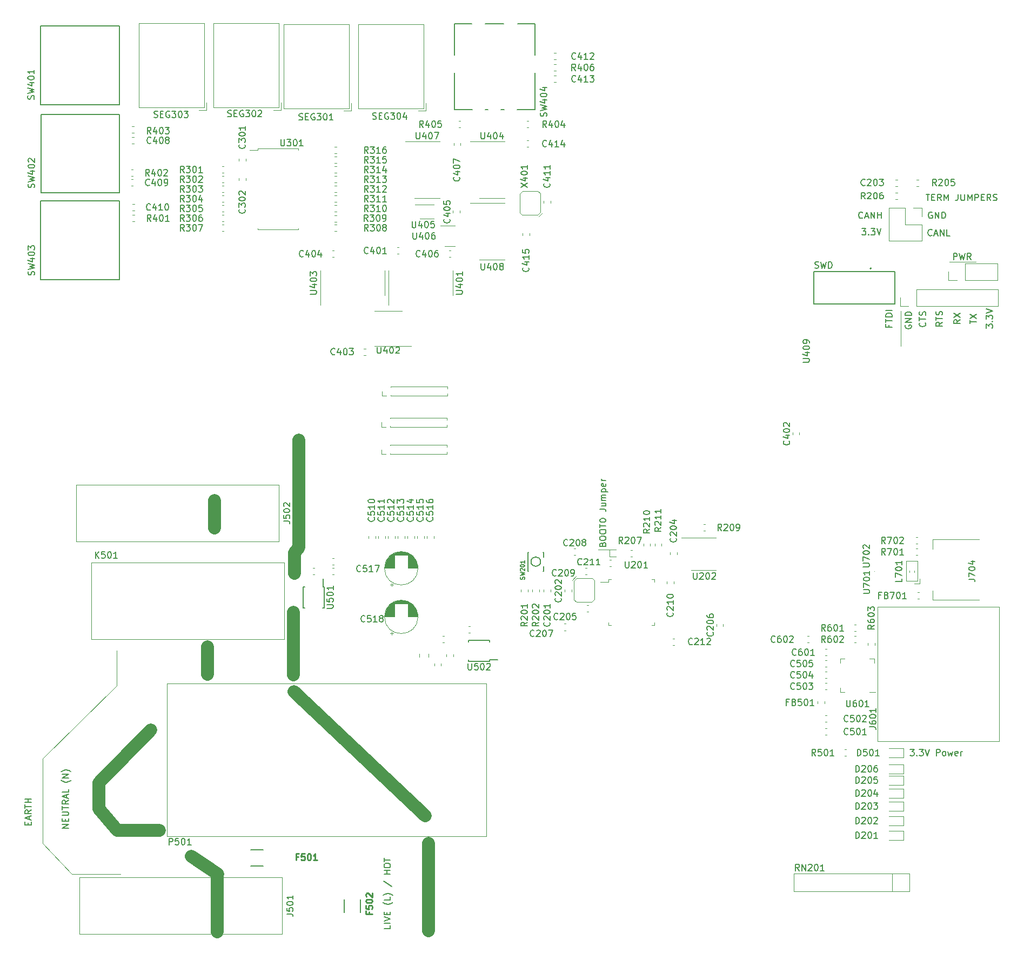
<source format=gbr>
%TF.GenerationSoftware,KiCad,Pcbnew,(5.1.7)-1*%
%TF.CreationDate,2020-10-22T13:49:25-07:00*%
%TF.ProjectId,ReflowOven,5265666c-6f77-44f7-9665-6e2e6b696361,rev?*%
%TF.SameCoordinates,Original*%
%TF.FileFunction,Legend,Top*%
%TF.FilePolarity,Positive*%
%FSLAX46Y46*%
G04 Gerber Fmt 4.6, Leading zero omitted, Abs format (unit mm)*
G04 Created by KiCad (PCBNEW (5.1.7)-1) date 2020-10-22 13:49:25*
%MOMM*%
%LPD*%
G01*
G04 APERTURE LIST*
%ADD10C,0.120000*%
%ADD11C,0.150000*%
%ADD12C,2.000000*%
%ADD13C,0.200000*%
%ADD14C,0.100000*%
%ADD15C,0.127000*%
%ADD16C,0.152400*%
%ADD17C,0.250000*%
G04 APERTURE END LIST*
D10*
X113411000Y-119253000D02*
X111633000Y-119253000D01*
D11*
X112323571Y-118442761D02*
X112371190Y-118299904D01*
X112418809Y-118252285D01*
X112514047Y-118204666D01*
X112656904Y-118204666D01*
X112752142Y-118252285D01*
X112799761Y-118299904D01*
X112847380Y-118395142D01*
X112847380Y-118776095D01*
X111847380Y-118776095D01*
X111847380Y-118442761D01*
X111895000Y-118347523D01*
X111942619Y-118299904D01*
X112037857Y-118252285D01*
X112133095Y-118252285D01*
X112228333Y-118299904D01*
X112275952Y-118347523D01*
X112323571Y-118442761D01*
X112323571Y-118776095D01*
X111847380Y-117585619D02*
X111847380Y-117395142D01*
X111895000Y-117299904D01*
X111990238Y-117204666D01*
X112180714Y-117157047D01*
X112514047Y-117157047D01*
X112704523Y-117204666D01*
X112799761Y-117299904D01*
X112847380Y-117395142D01*
X112847380Y-117585619D01*
X112799761Y-117680857D01*
X112704523Y-117776095D01*
X112514047Y-117823714D01*
X112180714Y-117823714D01*
X111990238Y-117776095D01*
X111895000Y-117680857D01*
X111847380Y-117585619D01*
X111847380Y-116538000D02*
X111847380Y-116347523D01*
X111895000Y-116252285D01*
X111990238Y-116157047D01*
X112180714Y-116109428D01*
X112514047Y-116109428D01*
X112704523Y-116157047D01*
X112799761Y-116252285D01*
X112847380Y-116347523D01*
X112847380Y-116538000D01*
X112799761Y-116633238D01*
X112704523Y-116728476D01*
X112514047Y-116776095D01*
X112180714Y-116776095D01*
X111990238Y-116728476D01*
X111895000Y-116633238D01*
X111847380Y-116538000D01*
X111847380Y-115823714D02*
X111847380Y-115252285D01*
X112847380Y-115538000D02*
X111847380Y-115538000D01*
X111847380Y-114728476D02*
X111847380Y-114633238D01*
X111895000Y-114538000D01*
X111942619Y-114490380D01*
X112037857Y-114442761D01*
X112228333Y-114395142D01*
X112466428Y-114395142D01*
X112656904Y-114442761D01*
X112752142Y-114490380D01*
X112799761Y-114538000D01*
X112847380Y-114633238D01*
X112847380Y-114728476D01*
X112799761Y-114823714D01*
X112752142Y-114871333D01*
X112656904Y-114918952D01*
X112466428Y-114966571D01*
X112228333Y-114966571D01*
X112037857Y-114918952D01*
X111942619Y-114871333D01*
X111895000Y-114823714D01*
X111847380Y-114728476D01*
X111847380Y-112918952D02*
X112561666Y-112918952D01*
X112704523Y-112966571D01*
X112799761Y-113061809D01*
X112847380Y-113204666D01*
X112847380Y-113299904D01*
X112180714Y-112014190D02*
X112847380Y-112014190D01*
X112180714Y-112442761D02*
X112704523Y-112442761D01*
X112799761Y-112395142D01*
X112847380Y-112299904D01*
X112847380Y-112157047D01*
X112799761Y-112061809D01*
X112752142Y-112014190D01*
X112847380Y-111538000D02*
X112180714Y-111538000D01*
X112275952Y-111538000D02*
X112228333Y-111490380D01*
X112180714Y-111395142D01*
X112180714Y-111252285D01*
X112228333Y-111157047D01*
X112323571Y-111109428D01*
X112847380Y-111109428D01*
X112323571Y-111109428D02*
X112228333Y-111061809D01*
X112180714Y-110966571D01*
X112180714Y-110823714D01*
X112228333Y-110728476D01*
X112323571Y-110680857D01*
X112847380Y-110680857D01*
X112180714Y-110204666D02*
X113180714Y-110204666D01*
X112228333Y-110204666D02*
X112180714Y-110109428D01*
X112180714Y-109918952D01*
X112228333Y-109823714D01*
X112275952Y-109776095D01*
X112371190Y-109728476D01*
X112656904Y-109728476D01*
X112752142Y-109776095D01*
X112799761Y-109823714D01*
X112847380Y-109918952D01*
X112847380Y-110109428D01*
X112799761Y-110204666D01*
X112799761Y-108918952D02*
X112847380Y-109014190D01*
X112847380Y-109204666D01*
X112799761Y-109299904D01*
X112704523Y-109347523D01*
X112323571Y-109347523D01*
X112228333Y-109299904D01*
X112180714Y-109204666D01*
X112180714Y-109014190D01*
X112228333Y-108918952D01*
X112323571Y-108871333D01*
X112418809Y-108871333D01*
X112514047Y-109347523D01*
X112847380Y-108442761D02*
X112180714Y-108442761D01*
X112371190Y-108442761D02*
X112275952Y-108395142D01*
X112228333Y-108347523D01*
X112180714Y-108252285D01*
X112180714Y-108157047D01*
D10*
X113411000Y-120396000D02*
X114427000Y-120396000D01*
X113411000Y-119253000D02*
X113411000Y-120396000D01*
X114427000Y-119253000D02*
X113411000Y-119253000D01*
D11*
X22280571Y-162448619D02*
X22280571Y-162115285D01*
X22804380Y-161972428D02*
X22804380Y-162448619D01*
X21804380Y-162448619D01*
X21804380Y-161972428D01*
X22518666Y-161591476D02*
X22518666Y-161115285D01*
X22804380Y-161686714D02*
X21804380Y-161353380D01*
X22804380Y-161020047D01*
X22804380Y-160115285D02*
X22328190Y-160448619D01*
X22804380Y-160686714D02*
X21804380Y-160686714D01*
X21804380Y-160305761D01*
X21852000Y-160210523D01*
X21899619Y-160162904D01*
X21994857Y-160115285D01*
X22137714Y-160115285D01*
X22232952Y-160162904D01*
X22280571Y-160210523D01*
X22328190Y-160305761D01*
X22328190Y-160686714D01*
X21804380Y-159829571D02*
X21804380Y-159258142D01*
X22804380Y-159543857D02*
X21804380Y-159543857D01*
X22804380Y-158924809D02*
X21804380Y-158924809D01*
X22280571Y-158924809D02*
X22280571Y-158353380D01*
X22804380Y-158353380D02*
X21804380Y-158353380D01*
X79065380Y-178204190D02*
X79065380Y-178680380D01*
X78065380Y-178680380D01*
X79065380Y-177870857D02*
X78065380Y-177870857D01*
X78065380Y-177537523D02*
X79065380Y-177204190D01*
X78065380Y-176870857D01*
X78541571Y-176537523D02*
X78541571Y-176204190D01*
X79065380Y-176061333D02*
X79065380Y-176537523D01*
X78065380Y-176537523D01*
X78065380Y-176061333D01*
X79446333Y-174585142D02*
X79398714Y-174632761D01*
X79255857Y-174728000D01*
X79160619Y-174775619D01*
X79017761Y-174823238D01*
X78779666Y-174870857D01*
X78589190Y-174870857D01*
X78351095Y-174823238D01*
X78208238Y-174775619D01*
X78113000Y-174728000D01*
X77970142Y-174632761D01*
X77922523Y-174585142D01*
X79065380Y-173728000D02*
X79065380Y-174204190D01*
X78065380Y-174204190D01*
X79446333Y-173489904D02*
X79398714Y-173442285D01*
X79255857Y-173347047D01*
X79160619Y-173299428D01*
X79017761Y-173251809D01*
X78779666Y-173204190D01*
X78589190Y-173204190D01*
X78351095Y-173251809D01*
X78208238Y-173299428D01*
X78113000Y-173347047D01*
X77970142Y-173442285D01*
X77922523Y-173489904D01*
X78017761Y-171251809D02*
X79303476Y-172108952D01*
X79065380Y-170156571D02*
X78065380Y-170156571D01*
X78541571Y-170156571D02*
X78541571Y-169585142D01*
X79065380Y-169585142D02*
X78065380Y-169585142D01*
X78065380Y-168918476D02*
X78065380Y-168728000D01*
X78113000Y-168632761D01*
X78208238Y-168537523D01*
X78398714Y-168489904D01*
X78732047Y-168489904D01*
X78922523Y-168537523D01*
X79017761Y-168632761D01*
X79065380Y-168728000D01*
X79065380Y-168918476D01*
X79017761Y-169013714D01*
X78922523Y-169108952D01*
X78732047Y-169156571D01*
X78398714Y-169156571D01*
X78208238Y-169108952D01*
X78113000Y-169013714D01*
X78065380Y-168918476D01*
X78065380Y-168204190D02*
X78065380Y-167632761D01*
X79065380Y-167918476D02*
X78065380Y-167918476D01*
X28646380Y-162916619D02*
X27646380Y-162916619D01*
X28646380Y-162345190D01*
X27646380Y-162345190D01*
X28122571Y-161869000D02*
X28122571Y-161535666D01*
X28646380Y-161392809D02*
X28646380Y-161869000D01*
X27646380Y-161869000D01*
X27646380Y-161392809D01*
X27646380Y-160964238D02*
X28455904Y-160964238D01*
X28551142Y-160916619D01*
X28598761Y-160869000D01*
X28646380Y-160773761D01*
X28646380Y-160583285D01*
X28598761Y-160488047D01*
X28551142Y-160440428D01*
X28455904Y-160392809D01*
X27646380Y-160392809D01*
X27646380Y-160059476D02*
X27646380Y-159488047D01*
X28646380Y-159773761D02*
X27646380Y-159773761D01*
X28646380Y-158583285D02*
X28170190Y-158916619D01*
X28646380Y-159154714D02*
X27646380Y-159154714D01*
X27646380Y-158773761D01*
X27694000Y-158678523D01*
X27741619Y-158630904D01*
X27836857Y-158583285D01*
X27979714Y-158583285D01*
X28074952Y-158630904D01*
X28122571Y-158678523D01*
X28170190Y-158773761D01*
X28170190Y-159154714D01*
X28360666Y-158202333D02*
X28360666Y-157726142D01*
X28646380Y-158297571D02*
X27646380Y-157964238D01*
X28646380Y-157630904D01*
X28646380Y-156821380D02*
X28646380Y-157297571D01*
X27646380Y-157297571D01*
X29027333Y-155440428D02*
X28979714Y-155488047D01*
X28836857Y-155583285D01*
X28741619Y-155630904D01*
X28598761Y-155678523D01*
X28360666Y-155726142D01*
X28170190Y-155726142D01*
X27932095Y-155678523D01*
X27789238Y-155630904D01*
X27694000Y-155583285D01*
X27551142Y-155488047D01*
X27503523Y-155440428D01*
X28646380Y-155059476D02*
X27646380Y-155059476D01*
X28646380Y-154488047D01*
X27646380Y-154488047D01*
X29027333Y-154107095D02*
X28979714Y-154059476D01*
X28836857Y-153964238D01*
X28741619Y-153916619D01*
X28598761Y-153869000D01*
X28360666Y-153821380D01*
X28170190Y-153821380D01*
X27932095Y-153869000D01*
X27789238Y-153916619D01*
X27694000Y-153964238D01*
X27551142Y-154059476D01*
X27503523Y-154107095D01*
X172426380Y-84534190D02*
X172426380Y-83915142D01*
X172807333Y-84248476D01*
X172807333Y-84105619D01*
X172854952Y-84010380D01*
X172902571Y-83962761D01*
X172997809Y-83915142D01*
X173235904Y-83915142D01*
X173331142Y-83962761D01*
X173378761Y-84010380D01*
X173426380Y-84105619D01*
X173426380Y-84391333D01*
X173378761Y-84486571D01*
X173331142Y-84534190D01*
X173331142Y-83486571D02*
X173378761Y-83438952D01*
X173426380Y-83486571D01*
X173378761Y-83534190D01*
X173331142Y-83486571D01*
X173426380Y-83486571D01*
X172426380Y-83105619D02*
X172426380Y-82486571D01*
X172807333Y-82819904D01*
X172807333Y-82677047D01*
X172854952Y-82581809D01*
X172902571Y-82534190D01*
X172997809Y-82486571D01*
X173235904Y-82486571D01*
X173331142Y-82534190D01*
X173378761Y-82581809D01*
X173426380Y-82677047D01*
X173426380Y-82962761D01*
X173378761Y-83058000D01*
X173331142Y-83105619D01*
X172426380Y-82200857D02*
X173426380Y-81867523D01*
X172426380Y-81534190D01*
X169886380Y-83819904D02*
X169886380Y-83248476D01*
X170886380Y-83534190D02*
X169886380Y-83534190D01*
X169886380Y-83010380D02*
X170886380Y-82343714D01*
X169886380Y-82343714D02*
X170886380Y-83010380D01*
X168346380Y-83224666D02*
X167870190Y-83558000D01*
X168346380Y-83796095D02*
X167346380Y-83796095D01*
X167346380Y-83415142D01*
X167394000Y-83319904D01*
X167441619Y-83272285D01*
X167536857Y-83224666D01*
X167679714Y-83224666D01*
X167774952Y-83272285D01*
X167822571Y-83319904D01*
X167870190Y-83415142D01*
X167870190Y-83796095D01*
X167346380Y-82891333D02*
X168346380Y-82224666D01*
X167346380Y-82224666D02*
X168346380Y-82891333D01*
X165552380Y-83605619D02*
X165076190Y-83938952D01*
X165552380Y-84177047D02*
X164552380Y-84177047D01*
X164552380Y-83796095D01*
X164600000Y-83700857D01*
X164647619Y-83653238D01*
X164742857Y-83605619D01*
X164885714Y-83605619D01*
X164980952Y-83653238D01*
X165028571Y-83700857D01*
X165076190Y-83796095D01*
X165076190Y-84177047D01*
X164552380Y-83319904D02*
X164552380Y-82748476D01*
X165552380Y-83034190D02*
X164552380Y-83034190D01*
X165504761Y-82462761D02*
X165552380Y-82319904D01*
X165552380Y-82081809D01*
X165504761Y-81986571D01*
X165457142Y-81938952D01*
X165361904Y-81891333D01*
X165266666Y-81891333D01*
X165171428Y-81938952D01*
X165123809Y-81986571D01*
X165076190Y-82081809D01*
X165028571Y-82272285D01*
X164980952Y-82367523D01*
X164933333Y-82415142D01*
X164838095Y-82462761D01*
X164742857Y-82462761D01*
X164647619Y-82415142D01*
X164600000Y-82367523D01*
X164552380Y-82272285D01*
X164552380Y-82034190D01*
X164600000Y-81891333D01*
X162853642Y-83669119D02*
X162901261Y-83716738D01*
X162948880Y-83859595D01*
X162948880Y-83954833D01*
X162901261Y-84097690D01*
X162806023Y-84192928D01*
X162710785Y-84240547D01*
X162520309Y-84288166D01*
X162377452Y-84288166D01*
X162186976Y-84240547D01*
X162091738Y-84192928D01*
X161996500Y-84097690D01*
X161948880Y-83954833D01*
X161948880Y-83859595D01*
X161996500Y-83716738D01*
X162044119Y-83669119D01*
X161948880Y-83383404D02*
X161948880Y-82811976D01*
X162948880Y-83097690D02*
X161948880Y-83097690D01*
X162901261Y-82526261D02*
X162948880Y-82383404D01*
X162948880Y-82145309D01*
X162901261Y-82050071D01*
X162853642Y-82002452D01*
X162758404Y-81954833D01*
X162663166Y-81954833D01*
X162567928Y-82002452D01*
X162520309Y-82050071D01*
X162472690Y-82145309D01*
X162425071Y-82335785D01*
X162377452Y-82431023D01*
X162329833Y-82478642D01*
X162234595Y-82526261D01*
X162139357Y-82526261D01*
X162044119Y-82478642D01*
X161996500Y-82431023D01*
X161948880Y-82335785D01*
X161948880Y-82097690D01*
X161996500Y-81954833D01*
X167322666Y-73794880D02*
X167322666Y-72794880D01*
X167703619Y-72794880D01*
X167798857Y-72842500D01*
X167846476Y-72890119D01*
X167894095Y-72985357D01*
X167894095Y-73128214D01*
X167846476Y-73223452D01*
X167798857Y-73271071D01*
X167703619Y-73318690D01*
X167322666Y-73318690D01*
X168227428Y-72794880D02*
X168465523Y-73794880D01*
X168656000Y-73080595D01*
X168846476Y-73794880D01*
X169084571Y-72794880D01*
X170036952Y-73794880D02*
X169703619Y-73318690D01*
X169465523Y-73794880D02*
X169465523Y-72794880D01*
X169846476Y-72794880D01*
X169941714Y-72842500D01*
X169989333Y-72890119D01*
X170036952Y-72985357D01*
X170036952Y-73128214D01*
X169989333Y-73223452D01*
X169941714Y-73271071D01*
X169846476Y-73318690D01*
X169465523Y-73318690D01*
D10*
X170815000Y-74168000D02*
X166687500Y-74168000D01*
D11*
X162997261Y-63523880D02*
X163568690Y-63523880D01*
X163282976Y-64523880D02*
X163282976Y-63523880D01*
X163902023Y-64000071D02*
X164235357Y-64000071D01*
X164378214Y-64523880D02*
X163902023Y-64523880D01*
X163902023Y-63523880D01*
X164378214Y-63523880D01*
X165378214Y-64523880D02*
X165044880Y-64047690D01*
X164806785Y-64523880D02*
X164806785Y-63523880D01*
X165187738Y-63523880D01*
X165282976Y-63571500D01*
X165330595Y-63619119D01*
X165378214Y-63714357D01*
X165378214Y-63857214D01*
X165330595Y-63952452D01*
X165282976Y-64000071D01*
X165187738Y-64047690D01*
X164806785Y-64047690D01*
X165806785Y-64523880D02*
X165806785Y-63523880D01*
X166140119Y-64238166D01*
X166473452Y-63523880D01*
X166473452Y-64523880D01*
X167997261Y-63523880D02*
X167997261Y-64238166D01*
X167949642Y-64381023D01*
X167854404Y-64476261D01*
X167711547Y-64523880D01*
X167616309Y-64523880D01*
X168473452Y-63523880D02*
X168473452Y-64333404D01*
X168521071Y-64428642D01*
X168568690Y-64476261D01*
X168663928Y-64523880D01*
X168854404Y-64523880D01*
X168949642Y-64476261D01*
X168997261Y-64428642D01*
X169044880Y-64333404D01*
X169044880Y-63523880D01*
X169521071Y-64523880D02*
X169521071Y-63523880D01*
X169854404Y-64238166D01*
X170187738Y-63523880D01*
X170187738Y-64523880D01*
X170663928Y-64523880D02*
X170663928Y-63523880D01*
X171044880Y-63523880D01*
X171140119Y-63571500D01*
X171187738Y-63619119D01*
X171235357Y-63714357D01*
X171235357Y-63857214D01*
X171187738Y-63952452D01*
X171140119Y-64000071D01*
X171044880Y-64047690D01*
X170663928Y-64047690D01*
X171663928Y-64000071D02*
X171997261Y-64000071D01*
X172140119Y-64523880D02*
X171663928Y-64523880D01*
X171663928Y-63523880D01*
X172140119Y-63523880D01*
X173140119Y-64523880D02*
X172806785Y-64047690D01*
X172568690Y-64523880D02*
X172568690Y-63523880D01*
X172949642Y-63523880D01*
X173044880Y-63571500D01*
X173092500Y-63619119D01*
X173140119Y-63714357D01*
X173140119Y-63857214D01*
X173092500Y-63952452D01*
X173044880Y-64000071D01*
X172949642Y-64047690D01*
X172568690Y-64047690D01*
X173521071Y-64476261D02*
X173663928Y-64523880D01*
X173902023Y-64523880D01*
X173997261Y-64476261D01*
X174044880Y-64428642D01*
X174092500Y-64333404D01*
X174092500Y-64238166D01*
X174044880Y-64142928D01*
X173997261Y-64095309D01*
X173902023Y-64047690D01*
X173711547Y-64000071D01*
X173616309Y-63952452D01*
X173568690Y-63904833D01*
X173521071Y-63809595D01*
X173521071Y-63714357D01*
X173568690Y-63619119D01*
X173616309Y-63571500D01*
X173711547Y-63523880D01*
X173949642Y-63523880D01*
X174092500Y-63571500D01*
X163925380Y-69953142D02*
X163877761Y-70000761D01*
X163734904Y-70048380D01*
X163639666Y-70048380D01*
X163496809Y-70000761D01*
X163401571Y-69905523D01*
X163353952Y-69810285D01*
X163306333Y-69619809D01*
X163306333Y-69476952D01*
X163353952Y-69286476D01*
X163401571Y-69191238D01*
X163496809Y-69096000D01*
X163639666Y-69048380D01*
X163734904Y-69048380D01*
X163877761Y-69096000D01*
X163925380Y-69143619D01*
X164306333Y-69762666D02*
X164782523Y-69762666D01*
X164211095Y-70048380D02*
X164544428Y-69048380D01*
X164877761Y-70048380D01*
X165211095Y-70048380D02*
X165211095Y-69048380D01*
X165782523Y-70048380D01*
X165782523Y-69048380D01*
X166734904Y-70048380D02*
X166258714Y-70048380D01*
X166258714Y-69048380D01*
X163957095Y-66365500D02*
X163861857Y-66317880D01*
X163719000Y-66317880D01*
X163576142Y-66365500D01*
X163480904Y-66460738D01*
X163433285Y-66555976D01*
X163385666Y-66746452D01*
X163385666Y-66889309D01*
X163433285Y-67079785D01*
X163480904Y-67175023D01*
X163576142Y-67270261D01*
X163719000Y-67317880D01*
X163814238Y-67317880D01*
X163957095Y-67270261D01*
X164004714Y-67222642D01*
X164004714Y-66889309D01*
X163814238Y-66889309D01*
X164433285Y-67317880D02*
X164433285Y-66317880D01*
X165004714Y-67317880D01*
X165004714Y-66317880D01*
X165480904Y-67317880D02*
X165480904Y-66317880D01*
X165719000Y-66317880D01*
X165861857Y-66365500D01*
X165957095Y-66460738D01*
X166004714Y-66555976D01*
X166052333Y-66746452D01*
X166052333Y-66889309D01*
X166004714Y-67079785D01*
X165957095Y-67175023D01*
X165861857Y-67270261D01*
X165719000Y-67317880D01*
X165480904Y-67317880D01*
X152955809Y-68921380D02*
X153574857Y-68921380D01*
X153241523Y-69302333D01*
X153384380Y-69302333D01*
X153479619Y-69349952D01*
X153527238Y-69397571D01*
X153574857Y-69492809D01*
X153574857Y-69730904D01*
X153527238Y-69826142D01*
X153479619Y-69873761D01*
X153384380Y-69921380D01*
X153098666Y-69921380D01*
X153003428Y-69873761D01*
X152955809Y-69826142D01*
X154003428Y-69826142D02*
X154051047Y-69873761D01*
X154003428Y-69921380D01*
X153955809Y-69873761D01*
X154003428Y-69826142D01*
X154003428Y-69921380D01*
X154384380Y-68921380D02*
X155003428Y-68921380D01*
X154670095Y-69302333D01*
X154812952Y-69302333D01*
X154908190Y-69349952D01*
X154955809Y-69397571D01*
X155003428Y-69492809D01*
X155003428Y-69730904D01*
X154955809Y-69826142D01*
X154908190Y-69873761D01*
X154812952Y-69921380D01*
X154527238Y-69921380D01*
X154432000Y-69873761D01*
X154384380Y-69826142D01*
X155289142Y-68921380D02*
X155622476Y-69921380D01*
X155955809Y-68921380D01*
X153074833Y-67222642D02*
X153027214Y-67270261D01*
X152884357Y-67317880D01*
X152789119Y-67317880D01*
X152646261Y-67270261D01*
X152551023Y-67175023D01*
X152503404Y-67079785D01*
X152455785Y-66889309D01*
X152455785Y-66746452D01*
X152503404Y-66555976D01*
X152551023Y-66460738D01*
X152646261Y-66365500D01*
X152789119Y-66317880D01*
X152884357Y-66317880D01*
X153027214Y-66365500D01*
X153074833Y-66413119D01*
X153455785Y-67032166D02*
X153931976Y-67032166D01*
X153360547Y-67317880D02*
X153693880Y-66317880D01*
X154027214Y-67317880D01*
X154360547Y-67317880D02*
X154360547Y-66317880D01*
X154931976Y-67317880D01*
X154931976Y-66317880D01*
X155408166Y-67317880D02*
X155408166Y-66317880D01*
X155408166Y-66794071D02*
X155979595Y-66794071D01*
X155979595Y-67317880D02*
X155979595Y-66317880D01*
X145581857Y-75080761D02*
X145724714Y-75128380D01*
X145962809Y-75128380D01*
X146058047Y-75080761D01*
X146105666Y-75033142D01*
X146153285Y-74937904D01*
X146153285Y-74842666D01*
X146105666Y-74747428D01*
X146058047Y-74699809D01*
X145962809Y-74652190D01*
X145772333Y-74604571D01*
X145677095Y-74556952D01*
X145629476Y-74509333D01*
X145581857Y-74414095D01*
X145581857Y-74318857D01*
X145629476Y-74223619D01*
X145677095Y-74176000D01*
X145772333Y-74128380D01*
X146010428Y-74128380D01*
X146153285Y-74176000D01*
X146486619Y-74128380D02*
X146724714Y-75128380D01*
X146915190Y-74414095D01*
X147105666Y-75128380D01*
X147343761Y-74128380D01*
X147724714Y-75128380D02*
X147724714Y-74128380D01*
X147962809Y-74128380D01*
X148105666Y-74176000D01*
X148200904Y-74271238D01*
X148248523Y-74366476D01*
X148296142Y-74556952D01*
X148296142Y-74699809D01*
X148248523Y-74890285D01*
X148200904Y-74985523D01*
X148105666Y-75080761D01*
X147962809Y-75128380D01*
X147724714Y-75128380D01*
D10*
X159067500Y-81851500D02*
X159067500Y-87376000D01*
D11*
X159774000Y-84073904D02*
X159726380Y-84169142D01*
X159726380Y-84312000D01*
X159774000Y-84454857D01*
X159869238Y-84550095D01*
X159964476Y-84597714D01*
X160154952Y-84645333D01*
X160297809Y-84645333D01*
X160488285Y-84597714D01*
X160583523Y-84550095D01*
X160678761Y-84454857D01*
X160726380Y-84312000D01*
X160726380Y-84216761D01*
X160678761Y-84073904D01*
X160631142Y-84026285D01*
X160297809Y-84026285D01*
X160297809Y-84216761D01*
X160726380Y-83597714D02*
X159726380Y-83597714D01*
X160726380Y-83026285D01*
X159726380Y-83026285D01*
X160726380Y-82550095D02*
X159726380Y-82550095D01*
X159726380Y-82312000D01*
X159774000Y-82169142D01*
X159869238Y-82073904D01*
X159964476Y-82026285D01*
X160154952Y-81978666D01*
X160297809Y-81978666D01*
X160488285Y-82026285D01*
X160583523Y-82073904D01*
X160678761Y-82169142D01*
X160726380Y-82312000D01*
X160726380Y-82550095D01*
X157154571Y-84034190D02*
X157154571Y-84367523D01*
X157678380Y-84367523D02*
X156678380Y-84367523D01*
X156678380Y-83891333D01*
X156678380Y-83653238D02*
X156678380Y-83081809D01*
X157678380Y-83367523D02*
X156678380Y-83367523D01*
X157678380Y-82748476D02*
X156678380Y-82748476D01*
X156678380Y-82510380D01*
X156726000Y-82367523D01*
X156821238Y-82272285D01*
X156916476Y-82224666D01*
X157106952Y-82177047D01*
X157249809Y-82177047D01*
X157440285Y-82224666D01*
X157535523Y-82272285D01*
X157630761Y-82367523D01*
X157678380Y-82510380D01*
X157678380Y-82748476D01*
X157678380Y-81748476D02*
X156678380Y-81748476D01*
D12*
X51498500Y-111569500D02*
X51498500Y-115887500D01*
X84582000Y-161036000D02*
X63944500Y-141541500D01*
X64770000Y-111442500D02*
X64770000Y-102044500D01*
X64770000Y-118935500D02*
X64770000Y-111442500D01*
X64071500Y-119761000D02*
X64770000Y-118935500D01*
X64071500Y-122999500D02*
X64071500Y-119761000D01*
X63881000Y-138874500D02*
X63881000Y-129095500D01*
X85090000Y-179070000D02*
X85090000Y-165354000D01*
D10*
X36195000Y-140589000D02*
X36195000Y-135128000D01*
X24638000Y-152019000D02*
X36195000Y-140589000D01*
X24638000Y-165354000D02*
X24638000Y-152019000D01*
X29210000Y-170180000D02*
X24638000Y-165354000D01*
X36830000Y-170180000D02*
X29210000Y-170180000D01*
D12*
X50419000Y-134493000D02*
X50419000Y-138811000D01*
X33401000Y-159893000D02*
X33401000Y-155829000D01*
X33401000Y-155829000D02*
X41529000Y-147574000D01*
X36322000Y-163322000D02*
X33401000Y-159893000D01*
X42926000Y-163322000D02*
X36322000Y-163322000D01*
X52070000Y-170180000D02*
X47879000Y-167386000D01*
X51943000Y-179197000D02*
X51943000Y-170180000D01*
D11*
X160520571Y-150582380D02*
X161139619Y-150582380D01*
X160806285Y-150963333D01*
X160949142Y-150963333D01*
X161044380Y-151010952D01*
X161092000Y-151058571D01*
X161139619Y-151153809D01*
X161139619Y-151391904D01*
X161092000Y-151487142D01*
X161044380Y-151534761D01*
X160949142Y-151582380D01*
X160663428Y-151582380D01*
X160568190Y-151534761D01*
X160520571Y-151487142D01*
X161568190Y-151487142D02*
X161615809Y-151534761D01*
X161568190Y-151582380D01*
X161520571Y-151534761D01*
X161568190Y-151487142D01*
X161568190Y-151582380D01*
X161949142Y-150582380D02*
X162568190Y-150582380D01*
X162234857Y-150963333D01*
X162377714Y-150963333D01*
X162472952Y-151010952D01*
X162520571Y-151058571D01*
X162568190Y-151153809D01*
X162568190Y-151391904D01*
X162520571Y-151487142D01*
X162472952Y-151534761D01*
X162377714Y-151582380D01*
X162092000Y-151582380D01*
X161996761Y-151534761D01*
X161949142Y-151487142D01*
X162853904Y-150582380D02*
X163187238Y-151582380D01*
X163520571Y-150582380D01*
X164615809Y-151582380D02*
X164615809Y-150582380D01*
X164996761Y-150582380D01*
X165092000Y-150630000D01*
X165139619Y-150677619D01*
X165187238Y-150772857D01*
X165187238Y-150915714D01*
X165139619Y-151010952D01*
X165092000Y-151058571D01*
X164996761Y-151106190D01*
X164615809Y-151106190D01*
X165758666Y-151582380D02*
X165663428Y-151534761D01*
X165615809Y-151487142D01*
X165568190Y-151391904D01*
X165568190Y-151106190D01*
X165615809Y-151010952D01*
X165663428Y-150963333D01*
X165758666Y-150915714D01*
X165901523Y-150915714D01*
X165996761Y-150963333D01*
X166044380Y-151010952D01*
X166092000Y-151106190D01*
X166092000Y-151391904D01*
X166044380Y-151487142D01*
X165996761Y-151534761D01*
X165901523Y-151582380D01*
X165758666Y-151582380D01*
X166425333Y-150915714D02*
X166615809Y-151582380D01*
X166806285Y-151106190D01*
X166996761Y-151582380D01*
X167187238Y-150915714D01*
X167949142Y-151534761D02*
X167853904Y-151582380D01*
X167663428Y-151582380D01*
X167568190Y-151534761D01*
X167520571Y-151439523D01*
X167520571Y-151058571D01*
X167568190Y-150963333D01*
X167663428Y-150915714D01*
X167853904Y-150915714D01*
X167949142Y-150963333D01*
X167996761Y-151058571D01*
X167996761Y-151153809D01*
X167520571Y-151249047D01*
X168425333Y-151582380D02*
X168425333Y-150915714D01*
X168425333Y-151106190D02*
X168472952Y-151010952D01*
X168520571Y-150963333D01*
X168615809Y-150915714D01*
X168711047Y-150915714D01*
D10*
%TO.C,J502*%
X61595000Y-117983000D02*
X61595000Y-109093000D01*
X29880000Y-117983000D02*
X61595000Y-117983000D01*
X29880000Y-109093000D02*
X29880000Y-117983000D01*
X61595000Y-109093000D02*
X29880000Y-109093000D01*
%TO.C,J501*%
X62103000Y-179578000D02*
X62103000Y-170688000D01*
X30388000Y-179578000D02*
X62103000Y-179578000D01*
X30388000Y-170688000D02*
X30388000Y-179578000D01*
X62103000Y-170688000D02*
X30388000Y-170688000D01*
D13*
%TO.C,SW403*%
X36587323Y-64594819D02*
X36587323Y-76914819D01*
X24267323Y-64594819D02*
X36587323Y-64594819D01*
X24267323Y-76914819D02*
X24267323Y-64594819D01*
X36587323Y-76914819D02*
X24267323Y-76914819D01*
%TO.C,SW402*%
X36640000Y-50990000D02*
X36640000Y-63310000D01*
X24320000Y-50990000D02*
X36640000Y-50990000D01*
X24320000Y-63310000D02*
X24320000Y-50990000D01*
X36640000Y-63310000D02*
X24320000Y-63310000D01*
%TO.C,SW401*%
X24267323Y-37151766D02*
X36587323Y-37151766D01*
X24267323Y-49471766D02*
X24267323Y-37151766D01*
X36587323Y-49471766D02*
X24267323Y-49471766D01*
X36587323Y-37151766D02*
X36587323Y-49471766D01*
D14*
%TO.C,SW201*%
X100654000Y-119008000D02*
G75*
G03*
X100654000Y-119008000I-50000J0D01*
G01*
D15*
X103104000Y-119658000D02*
X103104000Y-120458000D01*
X103004000Y-119658000D02*
X103104000Y-119658000D01*
X103104000Y-122658000D02*
X103104000Y-121858000D01*
X103004000Y-122658000D02*
X103104000Y-122658000D01*
X100604000Y-119658000D02*
X100704000Y-119658000D01*
X100604000Y-122658000D02*
X100604000Y-119658000D01*
X100704000Y-122658000D02*
X100604000Y-122658000D01*
X102604000Y-121158000D02*
G75*
G03*
X102604000Y-121158000I-750000J0D01*
G01*
D10*
%TO.C,X401*%
X102292000Y-67070000D02*
X102892000Y-66470000D01*
X102192000Y-66770000D02*
X99692000Y-66770000D01*
X102592000Y-66370000D02*
X102192000Y-66770000D01*
X102592000Y-63370000D02*
X102592000Y-66370000D01*
X102192000Y-63070000D02*
X102592000Y-63370000D01*
X99792000Y-63070000D02*
X102192000Y-63070000D01*
X99392000Y-63470000D02*
X99792000Y-63070000D01*
X99392000Y-66470000D02*
X99392000Y-63470000D01*
X99692000Y-66770000D02*
X99392000Y-66470000D01*
%TO.C,X201*%
X108143000Y-123459000D02*
X107543000Y-124059000D01*
X108243000Y-123759000D02*
X110743000Y-123759000D01*
X107843000Y-124159000D02*
X108243000Y-123759000D01*
X107843000Y-127159000D02*
X107843000Y-124159000D01*
X108243000Y-127459000D02*
X107843000Y-127159000D01*
X110643000Y-127459000D02*
X108243000Y-127459000D01*
X111043000Y-127059000D02*
X110643000Y-127459000D01*
X111043000Y-124059000D02*
X111043000Y-127059000D01*
X110743000Y-123759000D02*
X111043000Y-124059000D01*
D13*
%TO.C,J201*%
X154420000Y-75184000D02*
G75*
G03*
X154420000Y-75184000I-100000J0D01*
G01*
D15*
X158090000Y-75682000D02*
X158090000Y-80782000D01*
X145440000Y-75682000D02*
X158090000Y-75682000D01*
X145440000Y-80782000D02*
X145440000Y-75682000D01*
X158090000Y-80782000D02*
X145440000Y-80782000D01*
D10*
%TO.C,J601*%
X155448000Y-149352000D02*
X174498000Y-149352000D01*
X174498000Y-149352000D02*
X174498000Y-128270000D01*
X174498000Y-128270000D02*
X155448000Y-128270000D01*
X155448000Y-128270000D02*
X155448000Y-149352000D01*
%TO.C,SEG304*%
X84654000Y-49251000D02*
X84654000Y-50451000D01*
X84294000Y-50091000D02*
X84294000Y-36871000D01*
X74074000Y-36871000D02*
X74074000Y-50091000D01*
X84294000Y-36871000D02*
X74074000Y-36871000D01*
X74074000Y-50091000D02*
X84294000Y-50091000D01*
X84654000Y-50451000D02*
X83454000Y-50451000D01*
%TO.C,SEG302*%
X61921000Y-49124000D02*
X61921000Y-50324000D01*
X61561000Y-49964000D02*
X61561000Y-36744000D01*
X51341000Y-36744000D02*
X51341000Y-49964000D01*
X61561000Y-36744000D02*
X51341000Y-36744000D01*
X51341000Y-49964000D02*
X61561000Y-49964000D01*
X61921000Y-50324000D02*
X60721000Y-50324000D01*
%TO.C,SEG301*%
X72970000Y-49251000D02*
X72970000Y-50451000D01*
X72610000Y-50091000D02*
X72610000Y-36871000D01*
X62390000Y-36871000D02*
X62390000Y-50091000D01*
X72610000Y-36871000D02*
X62390000Y-36871000D01*
X62390000Y-50091000D02*
X72610000Y-50091000D01*
X72970000Y-50451000D02*
X71770000Y-50451000D01*
%TO.C,SEG303*%
X50237000Y-49124000D02*
X50237000Y-50324000D01*
X49877000Y-49964000D02*
X49877000Y-36744000D01*
X39657000Y-36744000D02*
X39657000Y-49964000D01*
X49877000Y-36744000D02*
X39657000Y-36744000D01*
X39657000Y-49964000D02*
X49877000Y-49964000D01*
X50237000Y-50324000D02*
X49037000Y-50324000D01*
%TO.C,K501*%
X62484000Y-121285000D02*
X62484000Y-133350000D01*
X32244000Y-121285000D02*
X62484000Y-121285000D01*
X32244000Y-133350000D02*
X62484000Y-133350000D01*
X32244000Y-121285000D02*
X32244000Y-133350000D01*
%TO.C,P501*%
X94101000Y-140240000D02*
X44101000Y-140240000D01*
X94101000Y-164240000D02*
X94101000Y-140240000D01*
X44101000Y-164240000D02*
X94101000Y-164240000D01*
X44101000Y-140240000D02*
X44101000Y-164240000D01*
%TO.C,J703*%
X158944000Y-81086000D02*
X158944000Y-79756000D01*
X160274000Y-81086000D02*
X158944000Y-81086000D01*
X161544000Y-81086000D02*
X161544000Y-78426000D01*
X161544000Y-78426000D02*
X174304000Y-78426000D01*
X161544000Y-81086000D02*
X174304000Y-81086000D01*
X174304000Y-81086000D02*
X174304000Y-78426000D01*
%TO.C,J701*%
X166500500Y-77022000D02*
X166500500Y-75692000D01*
X167830500Y-77022000D02*
X166500500Y-77022000D01*
X169100500Y-77022000D02*
X169100500Y-74362000D01*
X169100500Y-74362000D02*
X174240500Y-74362000D01*
X169100500Y-77022000D02*
X174240500Y-77022000D01*
X174240500Y-77022000D02*
X174240500Y-74362000D01*
%TO.C,J702*%
X162366000Y-65662500D02*
X162366000Y-66992500D01*
X161036000Y-65662500D02*
X162366000Y-65662500D01*
X162366000Y-68262500D02*
X162366000Y-70862500D01*
X159766000Y-68262500D02*
X162366000Y-68262500D01*
X159766000Y-65662500D02*
X159766000Y-68262500D01*
X162366000Y-70862500D02*
X157166000Y-70862500D01*
X159766000Y-65662500D02*
X157166000Y-65662500D01*
X157166000Y-65662500D02*
X157166000Y-70862500D01*
%TO.C,REF\u002A\u002A*%
X77674000Y-104263500D02*
X77674000Y-103568500D01*
X78359000Y-104263500D02*
X77674000Y-104263500D01*
X79044000Y-102960224D02*
X79044000Y-102873500D01*
X79044000Y-104263500D02*
X79044000Y-104176776D01*
X79044000Y-102873500D02*
X87919000Y-102873500D01*
X79044000Y-104263500D02*
X87919000Y-104263500D01*
X87919000Y-103174007D02*
X87919000Y-102873500D01*
X87919000Y-104263500D02*
X87919000Y-103962993D01*
X77737500Y-95119500D02*
X77737500Y-94424500D01*
X78422500Y-95119500D02*
X77737500Y-95119500D01*
X79107500Y-93816224D02*
X79107500Y-93729500D01*
X79107500Y-95119500D02*
X79107500Y-95032776D01*
X79107500Y-93729500D02*
X87982500Y-93729500D01*
X79107500Y-95119500D02*
X87982500Y-95119500D01*
X87982500Y-94030007D02*
X87982500Y-93729500D01*
X87982500Y-95119500D02*
X87982500Y-94818993D01*
X77674000Y-100009000D02*
X77674000Y-99314000D01*
X78359000Y-100009000D02*
X77674000Y-100009000D01*
X79044000Y-98705724D02*
X79044000Y-98619000D01*
X79044000Y-100009000D02*
X79044000Y-99922276D01*
X79044000Y-98619000D02*
X87919000Y-98619000D01*
X79044000Y-100009000D02*
X87919000Y-100009000D01*
X87919000Y-98919507D02*
X87919000Y-98619000D01*
X87919000Y-100009000D02*
X87919000Y-99708493D01*
%TO.C,U201*%
X113230000Y-124348000D02*
X111940000Y-124348000D01*
X113230000Y-123898000D02*
X113230000Y-124348000D01*
X113680000Y-123898000D02*
X113230000Y-123898000D01*
X120450000Y-123898000D02*
X120450000Y-124348000D01*
X120000000Y-123898000D02*
X120450000Y-123898000D01*
X113230000Y-131118000D02*
X113230000Y-130668000D01*
X113680000Y-131118000D02*
X113230000Y-131118000D01*
X120450000Y-131118000D02*
X120450000Y-130668000D01*
X120000000Y-131118000D02*
X120450000Y-131118000D01*
%TO.C,D501*%
X159473000Y-150395000D02*
X157188000Y-150395000D01*
X159473000Y-151865000D02*
X159473000Y-150395000D01*
X157188000Y-151865000D02*
X159473000Y-151865000D01*
D14*
%TO.C,U702*%
X154990000Y-122375000D02*
G75*
G03*
X154990000Y-122375000I-50000J0D01*
G01*
%TO.C,U701*%
X154990000Y-122671500D02*
G75*
G03*
X154990000Y-122671500I-50000J0D01*
G01*
D10*
%TO.C,U601*%
X150263333Y-141655333D02*
X149563333Y-141655333D01*
X149563333Y-141655333D02*
X149563333Y-140955333D01*
X150263333Y-136355333D02*
X149563333Y-136355333D01*
X149563333Y-136355333D02*
X149563333Y-137055333D01*
X154163333Y-136355333D02*
X154863333Y-136355333D01*
X154863333Y-136355333D02*
X154863333Y-137055333D01*
X154163333Y-141655333D02*
X155038333Y-141655333D01*
D11*
%TO.C,U502*%
X94639000Y-136578000D02*
X95864000Y-136578000D01*
X94639000Y-133453000D02*
X91289000Y-133453000D01*
X94639000Y-136803000D02*
X91289000Y-136803000D01*
X94639000Y-133453000D02*
X94639000Y-133753000D01*
X91289000Y-133453000D02*
X91289000Y-133753000D01*
X91289000Y-136803000D02*
X91289000Y-136503000D01*
X94639000Y-136803000D02*
X94639000Y-136578000D01*
%TO.C,U501*%
X68506000Y-125071000D02*
X68506000Y-123846000D01*
X65381000Y-125071000D02*
X65381000Y-128421000D01*
X68731000Y-125071000D02*
X68731000Y-128421000D01*
X65381000Y-125071000D02*
X65681000Y-125071000D01*
X65381000Y-128421000D02*
X65681000Y-128421000D01*
X68731000Y-128421000D02*
X68431000Y-128421000D01*
X68731000Y-125071000D02*
X68506000Y-125071000D01*
D10*
%TO.C,U408*%
X94996000Y-64907000D02*
X91546000Y-64907000D01*
X94996000Y-64907000D02*
X96946000Y-64907000D01*
X94996000Y-73777000D02*
X93046000Y-73777000D01*
X94996000Y-73777000D02*
X96946000Y-73777000D01*
%TO.C,U407*%
X84836000Y-55255000D02*
X81386000Y-55255000D01*
X84836000Y-55255000D02*
X86786000Y-55255000D01*
X84836000Y-64125000D02*
X82886000Y-64125000D01*
X84836000Y-64125000D02*
X86786000Y-64125000D01*
%TO.C,U406*%
X89192000Y-68504000D02*
X86892000Y-68504000D01*
X87592000Y-71704000D02*
X89192000Y-71704000D01*
%TO.C,U405*%
X85936000Y-65194000D02*
X82936000Y-65194000D01*
X85936000Y-67394000D02*
X83736000Y-67394000D01*
%TO.C,U404*%
X94996000Y-55255000D02*
X91546000Y-55255000D01*
X94996000Y-55255000D02*
X96946000Y-55255000D01*
X94996000Y-64125000D02*
X93046000Y-64125000D01*
X94996000Y-64125000D02*
X96946000Y-64125000D01*
%TO.C,U403*%
X68092000Y-77470000D02*
X68092000Y-80920000D01*
X68092000Y-77470000D02*
X68092000Y-75520000D01*
X78212000Y-77470000D02*
X78212000Y-79420000D01*
X78212000Y-77470000D02*
X78212000Y-75520000D01*
%TO.C,U402*%
X78740000Y-87317000D02*
X82340000Y-87317000D01*
X78740000Y-87317000D02*
X76540000Y-87317000D01*
X78740000Y-81847000D02*
X80940000Y-81847000D01*
X78740000Y-81847000D02*
X76540000Y-81847000D01*
%TO.C,U401*%
X78760000Y-77470000D02*
X78760000Y-80920000D01*
X78760000Y-77470000D02*
X78760000Y-75520000D01*
X88880000Y-77470000D02*
X88880000Y-79420000D01*
X88880000Y-77470000D02*
X88880000Y-75520000D01*
%TO.C,U301*%
X58308000Y-56578000D02*
X57018000Y-56578000D01*
X58308000Y-56378000D02*
X58308000Y-56578000D01*
X61468000Y-56378000D02*
X58308000Y-56378000D01*
X64628000Y-56378000D02*
X64628000Y-56578000D01*
X61468000Y-56378000D02*
X64628000Y-56378000D01*
X58308000Y-69098000D02*
X58308000Y-68898000D01*
X61468000Y-69098000D02*
X58308000Y-69098000D01*
X64628000Y-69098000D02*
X64628000Y-68898000D01*
X61468000Y-69098000D02*
X64628000Y-69098000D01*
%TO.C,U202*%
X128164000Y-117366000D02*
X124714000Y-117366000D01*
X128164000Y-117366000D02*
X130114000Y-117366000D01*
X128164000Y-122486000D02*
X126214000Y-122486000D01*
X128164000Y-122486000D02*
X130114000Y-122486000D01*
D16*
%TO.C,SW404*%
X96820856Y-36772304D02*
X93976928Y-36772304D01*
X91820856Y-36772304D02*
X89074292Y-36772304D01*
X89074292Y-50234304D02*
X91886148Y-50234304D01*
X101723492Y-50234304D02*
X101723492Y-44509144D01*
X101723492Y-36772304D02*
X98976928Y-36772304D01*
X89074292Y-36772304D02*
X89074292Y-41735464D01*
X93911636Y-50234304D02*
X94386148Y-50234304D01*
X96411636Y-50234304D02*
X96886148Y-50234304D01*
X98911636Y-50234304D02*
X101723492Y-50234304D01*
X89074292Y-44509144D02*
X89074292Y-50234304D01*
X101723492Y-41735464D02*
X101723492Y-36772304D01*
D10*
%TO.C,RN201*%
X157734000Y-172850000D02*
X157734000Y-170050000D01*
X142324000Y-172850000D02*
X160444000Y-172850000D01*
X142324000Y-170050000D02*
X142324000Y-172850000D01*
X160444000Y-170050000D02*
X142324000Y-170050000D01*
X160444000Y-172850000D02*
X160444000Y-170050000D01*
%TO.C,R702*%
X161706779Y-117346000D02*
X161381221Y-117346000D01*
X161706779Y-118366000D02*
X161381221Y-118366000D01*
%TO.C,R701*%
X161381221Y-120144000D02*
X161706779Y-120144000D01*
X161381221Y-119124000D02*
X161706779Y-119124000D01*
%TO.C,R603*%
X154942000Y-134274779D02*
X154942000Y-133949221D01*
X153922000Y-134274779D02*
X153922000Y-133949221D01*
%TO.C,R602*%
X151729221Y-133860000D02*
X152054779Y-133860000D01*
X151729221Y-132840000D02*
X152054779Y-132840000D01*
%TO.C,R601*%
X151729221Y-132082000D02*
X152054779Y-132082000D01*
X151729221Y-131062000D02*
X152054779Y-131062000D01*
%TO.C,R505*%
X87538779Y-132840000D02*
X87213221Y-132840000D01*
X87538779Y-133860000D02*
X87213221Y-133860000D01*
%TO.C,R504*%
X83618000Y-135631422D02*
X83618000Y-136148578D01*
X85038000Y-135631422D02*
X85038000Y-136148578D01*
%TO.C,R503*%
X86997000Y-137449779D02*
X86997000Y-137124221D01*
X85977000Y-137449779D02*
X85977000Y-137124221D01*
%TO.C,R502*%
X66893221Y-123192000D02*
X67218779Y-123192000D01*
X66893221Y-122172000D02*
X67218779Y-122172000D01*
%TO.C,R501*%
X150205221Y-151640000D02*
X150530779Y-151640000D01*
X150205221Y-150620000D02*
X150530779Y-150620000D01*
%TO.C,R406*%
X104707221Y-44196000D02*
X105032779Y-44196000D01*
X104707221Y-43176000D02*
X105032779Y-43176000D01*
%TO.C,R405*%
X89753221Y-53088000D02*
X90078779Y-53088000D01*
X89753221Y-52068000D02*
X90078779Y-52068000D01*
%TO.C,R404*%
X100746779Y-52068000D02*
X100421221Y-52068000D01*
X100746779Y-53088000D02*
X100421221Y-53088000D01*
%TO.C,R403*%
X38593221Y-53886000D02*
X38918779Y-53886000D01*
X38593221Y-52866000D02*
X38918779Y-52866000D01*
%TO.C,R402*%
X38445221Y-60708000D02*
X38770779Y-60708000D01*
X38445221Y-59688000D02*
X38770779Y-59688000D01*
%TO.C,R401*%
X38667221Y-67820000D02*
X38992779Y-67820000D01*
X38667221Y-66800000D02*
X38992779Y-66800000D01*
%TO.C,R316*%
X70647779Y-56132000D02*
X70322221Y-56132000D01*
X70647779Y-57152000D02*
X70322221Y-57152000D01*
%TO.C,R315*%
X70647779Y-57656000D02*
X70322221Y-57656000D01*
X70647779Y-58676000D02*
X70322221Y-58676000D01*
%TO.C,R314*%
X70647779Y-59180000D02*
X70322221Y-59180000D01*
X70647779Y-60200000D02*
X70322221Y-60200000D01*
%TO.C,R313*%
X70647779Y-60704000D02*
X70322221Y-60704000D01*
X70647779Y-61724000D02*
X70322221Y-61724000D01*
%TO.C,R312*%
X70647779Y-62228000D02*
X70322221Y-62228000D01*
X70647779Y-63248000D02*
X70322221Y-63248000D01*
%TO.C,R311*%
X70647779Y-63752000D02*
X70322221Y-63752000D01*
X70647779Y-64772000D02*
X70322221Y-64772000D01*
%TO.C,R310*%
X70647779Y-65276000D02*
X70322221Y-65276000D01*
X70647779Y-66296000D02*
X70322221Y-66296000D01*
%TO.C,R309*%
X70647779Y-66850800D02*
X70322221Y-66850800D01*
X70647779Y-67870800D02*
X70322221Y-67870800D01*
%TO.C,R308*%
X70647779Y-68324000D02*
X70322221Y-68324000D01*
X70647779Y-69344000D02*
X70322221Y-69344000D01*
%TO.C,R307*%
X52669221Y-69344000D02*
X52994779Y-69344000D01*
X52669221Y-68324000D02*
X52994779Y-68324000D01*
%TO.C,R306*%
X52669221Y-67820000D02*
X52994779Y-67820000D01*
X52669221Y-66800000D02*
X52994779Y-66800000D01*
%TO.C,R305*%
X52669221Y-66296000D02*
X52994779Y-66296000D01*
X52669221Y-65276000D02*
X52994779Y-65276000D01*
%TO.C,R304*%
X52669221Y-64772000D02*
X52994779Y-64772000D01*
X52669221Y-63752000D02*
X52994779Y-63752000D01*
%TO.C,R303*%
X52669221Y-63248000D02*
X52994779Y-63248000D01*
X52669221Y-62228000D02*
X52994779Y-62228000D01*
%TO.C,R302*%
X52669221Y-61724000D02*
X52994779Y-61724000D01*
X52669221Y-60704000D02*
X52994779Y-60704000D01*
%TO.C,R301*%
X52669221Y-60200000D02*
X52994779Y-60200000D01*
X52669221Y-59180000D02*
X52994779Y-59180000D01*
%TO.C,R211*%
X120521000Y-118328221D02*
X120521000Y-118653779D01*
X121541000Y-118328221D02*
X121541000Y-118653779D01*
%TO.C,R210*%
X119763000Y-118653779D02*
X119763000Y-118328221D01*
X118743000Y-118653779D02*
X118743000Y-118328221D01*
%TO.C,R209*%
X128432779Y-115314000D02*
X128107221Y-115314000D01*
X128432779Y-116334000D02*
X128107221Y-116334000D01*
%TO.C,R207*%
X116677221Y-120398000D02*
X117002779Y-120398000D01*
X116677221Y-119378000D02*
X117002779Y-119378000D01*
%TO.C,R206*%
X158531779Y-63307500D02*
X158206221Y-63307500D01*
X158531779Y-64327500D02*
X158206221Y-64327500D01*
%TO.C,R205*%
X161508221Y-62295500D02*
X161833779Y-62295500D01*
X161508221Y-61275500D02*
X161833779Y-61275500D01*
%TO.C,R202*%
X102364000Y-125892779D02*
X102364000Y-125567221D01*
X101344000Y-125892779D02*
X101344000Y-125567221D01*
%TO.C,R201*%
X100586000Y-125892779D02*
X100586000Y-125567221D01*
X99566000Y-125892779D02*
X99566000Y-125567221D01*
%TO.C,L701*%
X160401000Y-122809000D02*
X160401000Y-122555000D01*
X161163000Y-122809000D02*
X161163000Y-122555000D01*
X162052000Y-124587000D02*
X162052000Y-123825000D01*
X161163000Y-124587000D02*
X162052000Y-124587000D01*
X161671000Y-124206000D02*
X159893000Y-124206000D01*
X161671000Y-121031000D02*
X161671000Y-124206000D01*
X159893000Y-121031000D02*
X161671000Y-121031000D01*
X159893000Y-124206000D02*
X159893000Y-121031000D01*
%TO.C,J704*%
X164048000Y-127178000D02*
X164048000Y-125678000D01*
X164048000Y-127178000D02*
X171308000Y-127178000D01*
X164048000Y-117678000D02*
X171308000Y-117678000D01*
X164048000Y-119178000D02*
X164048000Y-117678000D01*
%TO.C,FB701*%
X161635221Y-127002000D02*
X161960779Y-127002000D01*
X161635221Y-125982000D02*
X161960779Y-125982000D01*
%TO.C,FB501*%
X146048000Y-143093221D02*
X146048000Y-143418779D01*
X147068000Y-143093221D02*
X147068000Y-143418779D01*
D15*
%TO.C,F502*%
X71882000Y-176133000D02*
X71882000Y-174133000D01*
X74422000Y-174133000D02*
X74422000Y-176133000D01*
%TO.C,F501*%
X59166000Y-168910000D02*
X57166000Y-168910000D01*
X57166000Y-166370000D02*
X59166000Y-166370000D01*
D10*
%TO.C,D206*%
X159473000Y-152935000D02*
X157188000Y-152935000D01*
X159473000Y-154405000D02*
X159473000Y-152935000D01*
X157188000Y-154405000D02*
X159473000Y-154405000D01*
%TO.C,D205*%
X159473000Y-154713000D02*
X157188000Y-154713000D01*
X159473000Y-156183000D02*
X159473000Y-154713000D01*
X157188000Y-156183000D02*
X159473000Y-156183000D01*
%TO.C,D204*%
X159447500Y-156745000D02*
X157162500Y-156745000D01*
X159447500Y-158215000D02*
X159447500Y-156745000D01*
X157162500Y-158215000D02*
X159447500Y-158215000D01*
%TO.C,D203*%
X159473000Y-158777000D02*
X157188000Y-158777000D01*
X159473000Y-160247000D02*
X159473000Y-158777000D01*
X157188000Y-160247000D02*
X159473000Y-160247000D01*
%TO.C,D202*%
X159473000Y-161063000D02*
X157188000Y-161063000D01*
X159473000Y-162533000D02*
X159473000Y-161063000D01*
X157188000Y-162533000D02*
X159473000Y-162533000D01*
%TO.C,D201*%
X159473000Y-163349000D02*
X157188000Y-163349000D01*
X159473000Y-164819000D02*
X159473000Y-163349000D01*
X157188000Y-164819000D02*
X159473000Y-164819000D01*
%TO.C,C602*%
X144363221Y-133860000D02*
X144688779Y-133860000D01*
X144363221Y-132840000D02*
X144688779Y-132840000D01*
%TO.C,C601*%
X147482779Y-134872000D02*
X147157221Y-134872000D01*
X147482779Y-135892000D02*
X147157221Y-135892000D01*
%TO.C,C518*%
X79047000Y-132364775D02*
X79547000Y-132364775D01*
X79297000Y-132614775D02*
X79297000Y-132114775D01*
X80488000Y-127209000D02*
X81056000Y-127209000D01*
X80254000Y-127249000D02*
X81290000Y-127249000D01*
X80095000Y-127289000D02*
X81449000Y-127289000D01*
X79967000Y-127329000D02*
X81577000Y-127329000D01*
X79857000Y-127369000D02*
X81687000Y-127369000D01*
X79761000Y-127409000D02*
X81783000Y-127409000D01*
X79674000Y-127449000D02*
X81870000Y-127449000D01*
X79594000Y-127489000D02*
X81950000Y-127489000D01*
X79521000Y-127529000D02*
X82023000Y-127529000D01*
X79453000Y-127569000D02*
X82091000Y-127569000D01*
X79389000Y-127609000D02*
X82155000Y-127609000D01*
X79329000Y-127649000D02*
X82215000Y-127649000D01*
X79272000Y-127689000D02*
X82272000Y-127689000D01*
X79218000Y-127729000D02*
X82326000Y-127729000D01*
X79167000Y-127769000D02*
X82377000Y-127769000D01*
X81812000Y-127809000D02*
X82425000Y-127809000D01*
X79119000Y-127809000D02*
X79732000Y-127809000D01*
X81812000Y-127849000D02*
X82471000Y-127849000D01*
X79073000Y-127849000D02*
X79732000Y-127849000D01*
X81812000Y-127889000D02*
X82515000Y-127889000D01*
X79029000Y-127889000D02*
X79732000Y-127889000D01*
X81812000Y-127929000D02*
X82557000Y-127929000D01*
X78987000Y-127929000D02*
X79732000Y-127929000D01*
X81812000Y-127969000D02*
X82598000Y-127969000D01*
X78946000Y-127969000D02*
X79732000Y-127969000D01*
X81812000Y-128009000D02*
X82636000Y-128009000D01*
X78908000Y-128009000D02*
X79732000Y-128009000D01*
X81812000Y-128049000D02*
X82673000Y-128049000D01*
X78871000Y-128049000D02*
X79732000Y-128049000D01*
X81812000Y-128089000D02*
X82709000Y-128089000D01*
X78835000Y-128089000D02*
X79732000Y-128089000D01*
X81812000Y-128129000D02*
X82743000Y-128129000D01*
X78801000Y-128129000D02*
X79732000Y-128129000D01*
X81812000Y-128169000D02*
X82776000Y-128169000D01*
X78768000Y-128169000D02*
X79732000Y-128169000D01*
X81812000Y-128209000D02*
X82807000Y-128209000D01*
X78737000Y-128209000D02*
X79732000Y-128209000D01*
X81812000Y-128249000D02*
X82837000Y-128249000D01*
X78707000Y-128249000D02*
X79732000Y-128249000D01*
X81812000Y-128289000D02*
X82867000Y-128289000D01*
X78677000Y-128289000D02*
X79732000Y-128289000D01*
X81812000Y-128329000D02*
X82894000Y-128329000D01*
X78650000Y-128329000D02*
X79732000Y-128329000D01*
X81812000Y-128369000D02*
X82921000Y-128369000D01*
X78623000Y-128369000D02*
X79732000Y-128369000D01*
X81812000Y-128409000D02*
X82947000Y-128409000D01*
X78597000Y-128409000D02*
X79732000Y-128409000D01*
X81812000Y-128449000D02*
X82972000Y-128449000D01*
X78572000Y-128449000D02*
X79732000Y-128449000D01*
X81812000Y-128489000D02*
X82996000Y-128489000D01*
X78548000Y-128489000D02*
X79732000Y-128489000D01*
X81812000Y-128529000D02*
X83019000Y-128529000D01*
X78525000Y-128529000D02*
X79732000Y-128529000D01*
X81812000Y-128569000D02*
X83040000Y-128569000D01*
X78504000Y-128569000D02*
X79732000Y-128569000D01*
X81812000Y-128609000D02*
X83062000Y-128609000D01*
X78482000Y-128609000D02*
X79732000Y-128609000D01*
X81812000Y-128649000D02*
X83082000Y-128649000D01*
X78462000Y-128649000D02*
X79732000Y-128649000D01*
X81812000Y-128689000D02*
X83101000Y-128689000D01*
X78443000Y-128689000D02*
X79732000Y-128689000D01*
X81812000Y-128729000D02*
X83120000Y-128729000D01*
X78424000Y-128729000D02*
X79732000Y-128729000D01*
X81812000Y-128769000D02*
X83137000Y-128769000D01*
X78407000Y-128769000D02*
X79732000Y-128769000D01*
X81812000Y-128809000D02*
X83154000Y-128809000D01*
X78390000Y-128809000D02*
X79732000Y-128809000D01*
X81812000Y-128849000D02*
X83170000Y-128849000D01*
X78374000Y-128849000D02*
X79732000Y-128849000D01*
X81812000Y-128889000D02*
X83186000Y-128889000D01*
X78358000Y-128889000D02*
X79732000Y-128889000D01*
X81812000Y-128929000D02*
X83200000Y-128929000D01*
X78344000Y-128929000D02*
X79732000Y-128929000D01*
X81812000Y-128969000D02*
X83214000Y-128969000D01*
X78330000Y-128969000D02*
X79732000Y-128969000D01*
X81812000Y-129009000D02*
X83227000Y-129009000D01*
X78317000Y-129009000D02*
X79732000Y-129009000D01*
X81812000Y-129049000D02*
X83240000Y-129049000D01*
X78304000Y-129049000D02*
X79732000Y-129049000D01*
X81812000Y-129089000D02*
X83252000Y-129089000D01*
X78292000Y-129089000D02*
X79732000Y-129089000D01*
X81812000Y-129130000D02*
X83263000Y-129130000D01*
X78281000Y-129130000D02*
X79732000Y-129130000D01*
X81812000Y-129170000D02*
X83273000Y-129170000D01*
X78271000Y-129170000D02*
X79732000Y-129170000D01*
X81812000Y-129210000D02*
X83283000Y-129210000D01*
X78261000Y-129210000D02*
X79732000Y-129210000D01*
X81812000Y-129250000D02*
X83292000Y-129250000D01*
X78252000Y-129250000D02*
X79732000Y-129250000D01*
X81812000Y-129290000D02*
X83300000Y-129290000D01*
X78244000Y-129290000D02*
X79732000Y-129290000D01*
X81812000Y-129330000D02*
X83308000Y-129330000D01*
X78236000Y-129330000D02*
X79732000Y-129330000D01*
X81812000Y-129370000D02*
X83315000Y-129370000D01*
X78229000Y-129370000D02*
X79732000Y-129370000D01*
X81812000Y-129410000D02*
X83322000Y-129410000D01*
X78222000Y-129410000D02*
X79732000Y-129410000D01*
X81812000Y-129450000D02*
X83328000Y-129450000D01*
X78216000Y-129450000D02*
X79732000Y-129450000D01*
X81812000Y-129490000D02*
X83333000Y-129490000D01*
X78211000Y-129490000D02*
X79732000Y-129490000D01*
X81812000Y-129530000D02*
X83337000Y-129530000D01*
X78207000Y-129530000D02*
X79732000Y-129530000D01*
X81812000Y-129570000D02*
X83341000Y-129570000D01*
X78203000Y-129570000D02*
X79732000Y-129570000D01*
X81812000Y-129610000D02*
X83345000Y-129610000D01*
X78199000Y-129610000D02*
X79732000Y-129610000D01*
X81812000Y-129650000D02*
X83348000Y-129650000D01*
X78196000Y-129650000D02*
X79732000Y-129650000D01*
X81812000Y-129690000D02*
X83350000Y-129690000D01*
X78194000Y-129690000D02*
X79732000Y-129690000D01*
X81812000Y-129730000D02*
X83351000Y-129730000D01*
X78193000Y-129730000D02*
X79732000Y-129730000D01*
X78192000Y-129770000D02*
X79732000Y-129770000D01*
X81812000Y-129770000D02*
X83352000Y-129770000D01*
X78192000Y-129810000D02*
X79732000Y-129810000D01*
X81812000Y-129810000D02*
X83352000Y-129810000D01*
X83392000Y-129810000D02*
G75*
G03*
X83392000Y-129810000I-2620000J0D01*
G01*
%TO.C,C517*%
X79047000Y-124744775D02*
X79547000Y-124744775D01*
X79297000Y-124994775D02*
X79297000Y-124494775D01*
X80488000Y-119589000D02*
X81056000Y-119589000D01*
X80254000Y-119629000D02*
X81290000Y-119629000D01*
X80095000Y-119669000D02*
X81449000Y-119669000D01*
X79967000Y-119709000D02*
X81577000Y-119709000D01*
X79857000Y-119749000D02*
X81687000Y-119749000D01*
X79761000Y-119789000D02*
X81783000Y-119789000D01*
X79674000Y-119829000D02*
X81870000Y-119829000D01*
X79594000Y-119869000D02*
X81950000Y-119869000D01*
X79521000Y-119909000D02*
X82023000Y-119909000D01*
X79453000Y-119949000D02*
X82091000Y-119949000D01*
X79389000Y-119989000D02*
X82155000Y-119989000D01*
X79329000Y-120029000D02*
X82215000Y-120029000D01*
X79272000Y-120069000D02*
X82272000Y-120069000D01*
X79218000Y-120109000D02*
X82326000Y-120109000D01*
X79167000Y-120149000D02*
X82377000Y-120149000D01*
X81812000Y-120189000D02*
X82425000Y-120189000D01*
X79119000Y-120189000D02*
X79732000Y-120189000D01*
X81812000Y-120229000D02*
X82471000Y-120229000D01*
X79073000Y-120229000D02*
X79732000Y-120229000D01*
X81812000Y-120269000D02*
X82515000Y-120269000D01*
X79029000Y-120269000D02*
X79732000Y-120269000D01*
X81812000Y-120309000D02*
X82557000Y-120309000D01*
X78987000Y-120309000D02*
X79732000Y-120309000D01*
X81812000Y-120349000D02*
X82598000Y-120349000D01*
X78946000Y-120349000D02*
X79732000Y-120349000D01*
X81812000Y-120389000D02*
X82636000Y-120389000D01*
X78908000Y-120389000D02*
X79732000Y-120389000D01*
X81812000Y-120429000D02*
X82673000Y-120429000D01*
X78871000Y-120429000D02*
X79732000Y-120429000D01*
X81812000Y-120469000D02*
X82709000Y-120469000D01*
X78835000Y-120469000D02*
X79732000Y-120469000D01*
X81812000Y-120509000D02*
X82743000Y-120509000D01*
X78801000Y-120509000D02*
X79732000Y-120509000D01*
X81812000Y-120549000D02*
X82776000Y-120549000D01*
X78768000Y-120549000D02*
X79732000Y-120549000D01*
X81812000Y-120589000D02*
X82807000Y-120589000D01*
X78737000Y-120589000D02*
X79732000Y-120589000D01*
X81812000Y-120629000D02*
X82837000Y-120629000D01*
X78707000Y-120629000D02*
X79732000Y-120629000D01*
X81812000Y-120669000D02*
X82867000Y-120669000D01*
X78677000Y-120669000D02*
X79732000Y-120669000D01*
X81812000Y-120709000D02*
X82894000Y-120709000D01*
X78650000Y-120709000D02*
X79732000Y-120709000D01*
X81812000Y-120749000D02*
X82921000Y-120749000D01*
X78623000Y-120749000D02*
X79732000Y-120749000D01*
X81812000Y-120789000D02*
X82947000Y-120789000D01*
X78597000Y-120789000D02*
X79732000Y-120789000D01*
X81812000Y-120829000D02*
X82972000Y-120829000D01*
X78572000Y-120829000D02*
X79732000Y-120829000D01*
X81812000Y-120869000D02*
X82996000Y-120869000D01*
X78548000Y-120869000D02*
X79732000Y-120869000D01*
X81812000Y-120909000D02*
X83019000Y-120909000D01*
X78525000Y-120909000D02*
X79732000Y-120909000D01*
X81812000Y-120949000D02*
X83040000Y-120949000D01*
X78504000Y-120949000D02*
X79732000Y-120949000D01*
X81812000Y-120989000D02*
X83062000Y-120989000D01*
X78482000Y-120989000D02*
X79732000Y-120989000D01*
X81812000Y-121029000D02*
X83082000Y-121029000D01*
X78462000Y-121029000D02*
X79732000Y-121029000D01*
X81812000Y-121069000D02*
X83101000Y-121069000D01*
X78443000Y-121069000D02*
X79732000Y-121069000D01*
X81812000Y-121109000D02*
X83120000Y-121109000D01*
X78424000Y-121109000D02*
X79732000Y-121109000D01*
X81812000Y-121149000D02*
X83137000Y-121149000D01*
X78407000Y-121149000D02*
X79732000Y-121149000D01*
X81812000Y-121189000D02*
X83154000Y-121189000D01*
X78390000Y-121189000D02*
X79732000Y-121189000D01*
X81812000Y-121229000D02*
X83170000Y-121229000D01*
X78374000Y-121229000D02*
X79732000Y-121229000D01*
X81812000Y-121269000D02*
X83186000Y-121269000D01*
X78358000Y-121269000D02*
X79732000Y-121269000D01*
X81812000Y-121309000D02*
X83200000Y-121309000D01*
X78344000Y-121309000D02*
X79732000Y-121309000D01*
X81812000Y-121349000D02*
X83214000Y-121349000D01*
X78330000Y-121349000D02*
X79732000Y-121349000D01*
X81812000Y-121389000D02*
X83227000Y-121389000D01*
X78317000Y-121389000D02*
X79732000Y-121389000D01*
X81812000Y-121429000D02*
X83240000Y-121429000D01*
X78304000Y-121429000D02*
X79732000Y-121429000D01*
X81812000Y-121469000D02*
X83252000Y-121469000D01*
X78292000Y-121469000D02*
X79732000Y-121469000D01*
X81812000Y-121510000D02*
X83263000Y-121510000D01*
X78281000Y-121510000D02*
X79732000Y-121510000D01*
X81812000Y-121550000D02*
X83273000Y-121550000D01*
X78271000Y-121550000D02*
X79732000Y-121550000D01*
X81812000Y-121590000D02*
X83283000Y-121590000D01*
X78261000Y-121590000D02*
X79732000Y-121590000D01*
X81812000Y-121630000D02*
X83292000Y-121630000D01*
X78252000Y-121630000D02*
X79732000Y-121630000D01*
X81812000Y-121670000D02*
X83300000Y-121670000D01*
X78244000Y-121670000D02*
X79732000Y-121670000D01*
X81812000Y-121710000D02*
X83308000Y-121710000D01*
X78236000Y-121710000D02*
X79732000Y-121710000D01*
X81812000Y-121750000D02*
X83315000Y-121750000D01*
X78229000Y-121750000D02*
X79732000Y-121750000D01*
X81812000Y-121790000D02*
X83322000Y-121790000D01*
X78222000Y-121790000D02*
X79732000Y-121790000D01*
X81812000Y-121830000D02*
X83328000Y-121830000D01*
X78216000Y-121830000D02*
X79732000Y-121830000D01*
X81812000Y-121870000D02*
X83333000Y-121870000D01*
X78211000Y-121870000D02*
X79732000Y-121870000D01*
X81812000Y-121910000D02*
X83337000Y-121910000D01*
X78207000Y-121910000D02*
X79732000Y-121910000D01*
X81812000Y-121950000D02*
X83341000Y-121950000D01*
X78203000Y-121950000D02*
X79732000Y-121950000D01*
X81812000Y-121990000D02*
X83345000Y-121990000D01*
X78199000Y-121990000D02*
X79732000Y-121990000D01*
X81812000Y-122030000D02*
X83348000Y-122030000D01*
X78196000Y-122030000D02*
X79732000Y-122030000D01*
X81812000Y-122070000D02*
X83350000Y-122070000D01*
X78194000Y-122070000D02*
X79732000Y-122070000D01*
X81812000Y-122110000D02*
X83351000Y-122110000D01*
X78193000Y-122110000D02*
X79732000Y-122110000D01*
X78192000Y-122150000D02*
X79732000Y-122150000D01*
X81812000Y-122150000D02*
X83352000Y-122150000D01*
X78192000Y-122190000D02*
X79732000Y-122190000D01*
X81812000Y-122190000D02*
X83352000Y-122190000D01*
X83392000Y-122190000D02*
G75*
G03*
X83392000Y-122190000I-2620000J0D01*
G01*
%TO.C,C516*%
X85854000Y-117510779D02*
X85854000Y-117185221D01*
X84834000Y-117510779D02*
X84834000Y-117185221D01*
%TO.C,C515*%
X84330000Y-117510779D02*
X84330000Y-117185221D01*
X83310000Y-117510779D02*
X83310000Y-117185221D01*
%TO.C,C514*%
X82806000Y-117510779D02*
X82806000Y-117185221D01*
X81786000Y-117510779D02*
X81786000Y-117185221D01*
%TO.C,C513*%
X81282000Y-117510779D02*
X81282000Y-117185221D01*
X80262000Y-117510779D02*
X80262000Y-117185221D01*
%TO.C,C512*%
X79758000Y-117510779D02*
X79758000Y-117185221D01*
X78738000Y-117510779D02*
X78738000Y-117185221D01*
%TO.C,C511*%
X78234000Y-117510779D02*
X78234000Y-117185221D01*
X77214000Y-117510779D02*
X77214000Y-117185221D01*
%TO.C,C510*%
X76710000Y-117510779D02*
X76710000Y-117185221D01*
X75690000Y-117510779D02*
X75690000Y-117185221D01*
%TO.C,C509*%
X87882000Y-135727221D02*
X87882000Y-136052779D01*
X88902000Y-135727221D02*
X88902000Y-136052779D01*
%TO.C,C508*%
X91602779Y-131316000D02*
X91277221Y-131316000D01*
X91602779Y-132336000D02*
X91277221Y-132336000D01*
%TO.C,C507*%
X70266779Y-120648000D02*
X69941221Y-120648000D01*
X70266779Y-121668000D02*
X69941221Y-121668000D01*
%TO.C,C506*%
X70266779Y-122172000D02*
X69941221Y-122172000D01*
X70266779Y-123192000D02*
X69941221Y-123192000D01*
%TO.C,C505*%
X147157221Y-137670000D02*
X147482779Y-137670000D01*
X147157221Y-136650000D02*
X147482779Y-136650000D01*
%TO.C,C504*%
X147157221Y-139448000D02*
X147482779Y-139448000D01*
X147157221Y-138428000D02*
X147482779Y-138428000D01*
%TO.C,C503*%
X147157221Y-141226000D02*
X147482779Y-141226000D01*
X147157221Y-140206000D02*
X147482779Y-140206000D01*
%TO.C,C502*%
X147157221Y-146306000D02*
X147482779Y-146306000D01*
X147157221Y-145286000D02*
X147482779Y-145286000D01*
%TO.C,C501*%
X147157221Y-148338000D02*
X147482779Y-148338000D01*
X147157221Y-147318000D02*
X147482779Y-147318000D01*
%TO.C,C415*%
X99820000Y-69687221D02*
X99820000Y-70012779D01*
X100840000Y-69687221D02*
X100840000Y-70012779D01*
%TO.C,C414*%
X100421221Y-56136000D02*
X100746779Y-56136000D01*
X100421221Y-55116000D02*
X100746779Y-55116000D01*
%TO.C,C413*%
X104713721Y-45976000D02*
X105039279Y-45976000D01*
X104713721Y-44956000D02*
X105039279Y-44956000D01*
%TO.C,C412*%
X104707221Y-42420000D02*
X105032779Y-42420000D01*
X104707221Y-41400000D02*
X105032779Y-41400000D01*
%TO.C,C411*%
X104142000Y-64932779D02*
X104142000Y-64607221D01*
X103122000Y-64932779D02*
X103122000Y-64607221D01*
%TO.C,C410*%
X38667221Y-66070000D02*
X38992779Y-66070000D01*
X38667221Y-65050000D02*
X38992779Y-65050000D01*
%TO.C,C409*%
X38445221Y-62232000D02*
X38770779Y-62232000D01*
X38445221Y-61212000D02*
X38770779Y-61212000D01*
%TO.C,C408*%
X38593221Y-55628000D02*
X38918779Y-55628000D01*
X38593221Y-54608000D02*
X38918779Y-54608000D01*
%TO.C,C407*%
X90019600Y-55839579D02*
X90019600Y-55514021D01*
X88999600Y-55839579D02*
X88999600Y-55514021D01*
%TO.C,C406*%
X88229221Y-73408000D02*
X88554779Y-73408000D01*
X88229221Y-72388000D02*
X88554779Y-72388000D01*
%TO.C,C405*%
X89918000Y-66456779D02*
X89918000Y-66131221D01*
X88898000Y-66456779D02*
X88898000Y-66131221D01*
%TO.C,C404*%
X69941221Y-73408000D02*
X70266779Y-73408000D01*
X69941221Y-72388000D02*
X70266779Y-72388000D01*
%TO.C,C403*%
X74894221Y-88775000D02*
X75219779Y-88775000D01*
X74894221Y-87755000D02*
X75219779Y-87755000D01*
%TO.C,C402*%
X143131000Y-101254779D02*
X143131000Y-100929221D01*
X142111000Y-101254779D02*
X142111000Y-100929221D01*
%TO.C,C401*%
X80101221Y-72900000D02*
X80426779Y-72900000D01*
X80101221Y-71880000D02*
X80426779Y-71880000D01*
%TO.C,C302*%
X55370000Y-61051221D02*
X55370000Y-61376779D01*
X56390000Y-61051221D02*
X56390000Y-61376779D01*
%TO.C,C301*%
X56390000Y-58328779D02*
X56390000Y-58003221D01*
X55370000Y-58328779D02*
X55370000Y-58003221D01*
%TO.C,C212*%
X123606779Y-133221000D02*
X123281221Y-133221000D01*
X123606779Y-134241000D02*
X123281221Y-134241000D01*
%TO.C,C211*%
X113700779Y-120902000D02*
X113375221Y-120902000D01*
X113700779Y-121922000D02*
X113375221Y-121922000D01*
%TO.C,C210*%
X123446000Y-124622779D02*
X123446000Y-124297221D01*
X122426000Y-124622779D02*
X122426000Y-124297221D01*
%TO.C,C209*%
X109890779Y-122172000D02*
X109565221Y-122172000D01*
X109890779Y-123192000D02*
X109565221Y-123192000D01*
%TO.C,C208*%
X107787221Y-120144000D02*
X108112779Y-120144000D01*
X107787221Y-119124000D02*
X108112779Y-119124000D01*
%TO.C,C207*%
X106588779Y-130909600D02*
X106263221Y-130909600D01*
X106588779Y-131929600D02*
X106263221Y-131929600D01*
%TO.C,C206*%
X131167600Y-131277579D02*
X131167600Y-130952021D01*
X130147600Y-131277579D02*
X130147600Y-130952021D01*
%TO.C,C205*%
X110144779Y-128014000D02*
X109819221Y-128014000D01*
X110144779Y-129034000D02*
X109819221Y-129034000D01*
%TO.C,C204*%
X123954000Y-120050779D02*
X123954000Y-119725221D01*
X122934000Y-120050779D02*
X122934000Y-119725221D01*
%TO.C,C203*%
X158206221Y-62295500D02*
X158531779Y-62295500D01*
X158206221Y-61275500D02*
X158531779Y-61275500D01*
%TO.C,C202*%
X106424000Y-125567221D02*
X106424000Y-125892779D01*
X107444000Y-125567221D02*
X107444000Y-125892779D01*
%TO.C,C201*%
X103122000Y-125567221D02*
X103122000Y-125892779D01*
X104142000Y-125567221D02*
X104142000Y-125892779D01*
%TO.C,J502*%
D11*
X62317380Y-114823714D02*
X63031666Y-114823714D01*
X63174523Y-114871333D01*
X63269761Y-114966571D01*
X63317380Y-115109428D01*
X63317380Y-115204666D01*
X62317380Y-113871333D02*
X62317380Y-114347523D01*
X62793571Y-114395142D01*
X62745952Y-114347523D01*
X62698333Y-114252285D01*
X62698333Y-114014190D01*
X62745952Y-113918952D01*
X62793571Y-113871333D01*
X62888809Y-113823714D01*
X63126904Y-113823714D01*
X63222142Y-113871333D01*
X63269761Y-113918952D01*
X63317380Y-114014190D01*
X63317380Y-114252285D01*
X63269761Y-114347523D01*
X63222142Y-114395142D01*
X62317380Y-113204666D02*
X62317380Y-113109428D01*
X62365000Y-113014190D01*
X62412619Y-112966571D01*
X62507857Y-112918952D01*
X62698333Y-112871333D01*
X62936428Y-112871333D01*
X63126904Y-112918952D01*
X63222142Y-112966571D01*
X63269761Y-113014190D01*
X63317380Y-113109428D01*
X63317380Y-113204666D01*
X63269761Y-113299904D01*
X63222142Y-113347523D01*
X63126904Y-113395142D01*
X62936428Y-113442761D01*
X62698333Y-113442761D01*
X62507857Y-113395142D01*
X62412619Y-113347523D01*
X62365000Y-113299904D01*
X62317380Y-113204666D01*
X62412619Y-112490380D02*
X62365000Y-112442761D01*
X62317380Y-112347523D01*
X62317380Y-112109428D01*
X62365000Y-112014190D01*
X62412619Y-111966571D01*
X62507857Y-111918952D01*
X62603095Y-111918952D01*
X62745952Y-111966571D01*
X63317380Y-112538000D01*
X63317380Y-111918952D01*
%TO.C,J501*%
X62825380Y-176418714D02*
X63539666Y-176418714D01*
X63682523Y-176466333D01*
X63777761Y-176561571D01*
X63825380Y-176704428D01*
X63825380Y-176799666D01*
X62825380Y-175466333D02*
X62825380Y-175942523D01*
X63301571Y-175990142D01*
X63253952Y-175942523D01*
X63206333Y-175847285D01*
X63206333Y-175609190D01*
X63253952Y-175513952D01*
X63301571Y-175466333D01*
X63396809Y-175418714D01*
X63634904Y-175418714D01*
X63730142Y-175466333D01*
X63777761Y-175513952D01*
X63825380Y-175609190D01*
X63825380Y-175847285D01*
X63777761Y-175942523D01*
X63730142Y-175990142D01*
X62825380Y-174799666D02*
X62825380Y-174704428D01*
X62873000Y-174609190D01*
X62920619Y-174561571D01*
X63015857Y-174513952D01*
X63206333Y-174466333D01*
X63444428Y-174466333D01*
X63634904Y-174513952D01*
X63730142Y-174561571D01*
X63777761Y-174609190D01*
X63825380Y-174704428D01*
X63825380Y-174799666D01*
X63777761Y-174894904D01*
X63730142Y-174942523D01*
X63634904Y-174990142D01*
X63444428Y-175037761D01*
X63206333Y-175037761D01*
X63015857Y-174990142D01*
X62920619Y-174942523D01*
X62873000Y-174894904D01*
X62825380Y-174799666D01*
X63825380Y-173513952D02*
X63825380Y-174085380D01*
X63825380Y-173799666D02*
X62825380Y-173799666D01*
X62968238Y-173894904D01*
X63063476Y-173990142D01*
X63111095Y-174085380D01*
%TO.C,SW403*%
X23265227Y-76202342D02*
X23312901Y-76059321D01*
X23312901Y-75820952D01*
X23265227Y-75725604D01*
X23217553Y-75677930D01*
X23122205Y-75630257D01*
X23026858Y-75630257D01*
X22931510Y-75677930D01*
X22883836Y-75725604D01*
X22836163Y-75820952D01*
X22788489Y-76011647D01*
X22740815Y-76106995D01*
X22693141Y-76154669D01*
X22597794Y-76202342D01*
X22502446Y-76202342D01*
X22407098Y-76154669D01*
X22359425Y-76106995D01*
X22311751Y-76011647D01*
X22311751Y-75773278D01*
X22359425Y-75630257D01*
X22311751Y-75296540D02*
X23312901Y-75058171D01*
X22597794Y-74867476D01*
X23312901Y-74676780D01*
X22311751Y-74438411D01*
X22645467Y-73627957D02*
X23312901Y-73627957D01*
X22264077Y-73866326D02*
X22979184Y-74104695D01*
X22979184Y-73484935D01*
X22311751Y-72912850D02*
X22311751Y-72817502D01*
X22359425Y-72722154D01*
X22407098Y-72674480D01*
X22502446Y-72626807D01*
X22693141Y-72579133D01*
X22931510Y-72579133D01*
X23122205Y-72626807D01*
X23217553Y-72674480D01*
X23265227Y-72722154D01*
X23312901Y-72817502D01*
X23312901Y-72912850D01*
X23265227Y-73008197D01*
X23217553Y-73055871D01*
X23122205Y-73103545D01*
X22931510Y-73151219D01*
X22693141Y-73151219D01*
X22502446Y-73103545D01*
X22407098Y-73055871D01*
X22359425Y-73008197D01*
X22311751Y-72912850D01*
X22311751Y-72245416D02*
X22311751Y-71625657D01*
X22693141Y-71959373D01*
X22693141Y-71816352D01*
X22740815Y-71721004D01*
X22788489Y-71673330D01*
X22883836Y-71625657D01*
X23122205Y-71625657D01*
X23217553Y-71673330D01*
X23265227Y-71721004D01*
X23312901Y-71816352D01*
X23312901Y-72102395D01*
X23265227Y-72197742D01*
X23217553Y-72245416D01*
%TO.C,SW402*%
X23265227Y-62486342D02*
X23312901Y-62343321D01*
X23312901Y-62104952D01*
X23265227Y-62009604D01*
X23217553Y-61961930D01*
X23122205Y-61914257D01*
X23026858Y-61914257D01*
X22931510Y-61961930D01*
X22883836Y-62009604D01*
X22836163Y-62104952D01*
X22788489Y-62295647D01*
X22740815Y-62390995D01*
X22693141Y-62438669D01*
X22597794Y-62486342D01*
X22502446Y-62486342D01*
X22407098Y-62438669D01*
X22359425Y-62390995D01*
X22311751Y-62295647D01*
X22311751Y-62057278D01*
X22359425Y-61914257D01*
X22311751Y-61580540D02*
X23312901Y-61342171D01*
X22597794Y-61151476D01*
X23312901Y-60960780D01*
X22311751Y-60722411D01*
X22645467Y-59911957D02*
X23312901Y-59911957D01*
X22264077Y-60150326D02*
X22979184Y-60388695D01*
X22979184Y-59768935D01*
X22311751Y-59196850D02*
X22311751Y-59101502D01*
X22359425Y-59006154D01*
X22407098Y-58958480D01*
X22502446Y-58910807D01*
X22693141Y-58863133D01*
X22931510Y-58863133D01*
X23122205Y-58910807D01*
X23217553Y-58958480D01*
X23265227Y-59006154D01*
X23312901Y-59101502D01*
X23312901Y-59196850D01*
X23265227Y-59292197D01*
X23217553Y-59339871D01*
X23122205Y-59387545D01*
X22931510Y-59435219D01*
X22693141Y-59435219D01*
X22502446Y-59387545D01*
X22407098Y-59339871D01*
X22359425Y-59292197D01*
X22311751Y-59196850D01*
X22407098Y-58481742D02*
X22359425Y-58434069D01*
X22311751Y-58338721D01*
X22311751Y-58100352D01*
X22359425Y-58005004D01*
X22407098Y-57957330D01*
X22502446Y-57909657D01*
X22597794Y-57909657D01*
X22740815Y-57957330D01*
X23312901Y-58529416D01*
X23312901Y-57909657D01*
%TO.C,SW401*%
X23212550Y-48628608D02*
X23260224Y-48485587D01*
X23260224Y-48247218D01*
X23212550Y-48151870D01*
X23164876Y-48104196D01*
X23069528Y-48056523D01*
X22974181Y-48056523D01*
X22878833Y-48104196D01*
X22831159Y-48151870D01*
X22783486Y-48247218D01*
X22735812Y-48437913D01*
X22688138Y-48533261D01*
X22640464Y-48580935D01*
X22545117Y-48628608D01*
X22449769Y-48628608D01*
X22354421Y-48580935D01*
X22306748Y-48533261D01*
X22259074Y-48437913D01*
X22259074Y-48199544D01*
X22306748Y-48056523D01*
X22259074Y-47722806D02*
X23260224Y-47484437D01*
X22545117Y-47293742D01*
X23260224Y-47103046D01*
X22259074Y-46864677D01*
X22592790Y-46054223D02*
X23260224Y-46054223D01*
X22211400Y-46292592D02*
X22926507Y-46530961D01*
X22926507Y-45911201D01*
X22259074Y-45339116D02*
X22259074Y-45243768D01*
X22306748Y-45148420D01*
X22354421Y-45100746D01*
X22449769Y-45053073D01*
X22640464Y-45005399D01*
X22878833Y-45005399D01*
X23069528Y-45053073D01*
X23164876Y-45100746D01*
X23212550Y-45148420D01*
X23260224Y-45243768D01*
X23260224Y-45339116D01*
X23212550Y-45434463D01*
X23164876Y-45482137D01*
X23069528Y-45529811D01*
X22878833Y-45577485D01*
X22640464Y-45577485D01*
X22449769Y-45529811D01*
X22354421Y-45482137D01*
X22306748Y-45434463D01*
X22259074Y-45339116D01*
X23260224Y-44051923D02*
X23260224Y-44624008D01*
X23260224Y-44337966D02*
X22259074Y-44337966D01*
X22402095Y-44433313D01*
X22497443Y-44528661D01*
X22545117Y-44624008D01*
%TO.C,SW201*%
X100063486Y-123923337D02*
X100094014Y-123831753D01*
X100094014Y-123679114D01*
X100063486Y-123618058D01*
X100032958Y-123587530D01*
X99971903Y-123557002D01*
X99910847Y-123557002D01*
X99849791Y-123587530D01*
X99819263Y-123618058D01*
X99788736Y-123679114D01*
X99758208Y-123801225D01*
X99727680Y-123862281D01*
X99697152Y-123892809D01*
X99636096Y-123923337D01*
X99575041Y-123923337D01*
X99513985Y-123892809D01*
X99483457Y-123862281D01*
X99452929Y-123801225D01*
X99452929Y-123648586D01*
X99483457Y-123557002D01*
X99452929Y-123343307D02*
X100094014Y-123190668D01*
X99636096Y-123068557D01*
X100094014Y-122946445D01*
X99452929Y-122793806D01*
X99513985Y-122580111D02*
X99483457Y-122549583D01*
X99452929Y-122488527D01*
X99452929Y-122335888D01*
X99483457Y-122274832D01*
X99513985Y-122244305D01*
X99575041Y-122213777D01*
X99636096Y-122213777D01*
X99727680Y-122244305D01*
X100094014Y-122610639D01*
X100094014Y-122213777D01*
X99452929Y-121816915D02*
X99452929Y-121755859D01*
X99483457Y-121694803D01*
X99513985Y-121664275D01*
X99575041Y-121633747D01*
X99697152Y-121603220D01*
X99849791Y-121603220D01*
X99971903Y-121633747D01*
X100032958Y-121664275D01*
X100063486Y-121694803D01*
X100094014Y-121755859D01*
X100094014Y-121816915D01*
X100063486Y-121877970D01*
X100032958Y-121908498D01*
X99971903Y-121939026D01*
X99849791Y-121969554D01*
X99697152Y-121969554D01*
X99575041Y-121939026D01*
X99513985Y-121908498D01*
X99483457Y-121877970D01*
X99452929Y-121816915D01*
X100094014Y-120992662D02*
X100094014Y-121358997D01*
X100094014Y-121175830D02*
X99452929Y-121175830D01*
X99544513Y-121236885D01*
X99605568Y-121297941D01*
X99636096Y-121358997D01*
%TO.C,X401*%
X99528380Y-62467904D02*
X100528380Y-61801238D01*
X99528380Y-61801238D02*
X100528380Y-62467904D01*
X99861714Y-60991714D02*
X100528380Y-60991714D01*
X99480761Y-61229809D02*
X100195047Y-61467904D01*
X100195047Y-60848857D01*
X99528380Y-60277428D02*
X99528380Y-60182190D01*
X99576000Y-60086952D01*
X99623619Y-60039333D01*
X99718857Y-59991714D01*
X99909333Y-59944095D01*
X100147428Y-59944095D01*
X100337904Y-59991714D01*
X100433142Y-60039333D01*
X100480761Y-60086952D01*
X100528380Y-60182190D01*
X100528380Y-60277428D01*
X100480761Y-60372666D01*
X100433142Y-60420285D01*
X100337904Y-60467904D01*
X100147428Y-60515523D01*
X99909333Y-60515523D01*
X99718857Y-60467904D01*
X99623619Y-60420285D01*
X99576000Y-60372666D01*
X99528380Y-60277428D01*
X100528380Y-58991714D02*
X100528380Y-59563142D01*
X100528380Y-59277428D02*
X99528380Y-59277428D01*
X99671238Y-59372666D01*
X99766476Y-59467904D01*
X99814095Y-59563142D01*
%TO.C,J601*%
X154138380Y-147081714D02*
X154852666Y-147081714D01*
X154995523Y-147129333D01*
X155090761Y-147224571D01*
X155138380Y-147367428D01*
X155138380Y-147462666D01*
X154138380Y-146176952D02*
X154138380Y-146367428D01*
X154186000Y-146462666D01*
X154233619Y-146510285D01*
X154376476Y-146605523D01*
X154566952Y-146653142D01*
X154947904Y-146653142D01*
X155043142Y-146605523D01*
X155090761Y-146557904D01*
X155138380Y-146462666D01*
X155138380Y-146272190D01*
X155090761Y-146176952D01*
X155043142Y-146129333D01*
X154947904Y-146081714D01*
X154709809Y-146081714D01*
X154614571Y-146129333D01*
X154566952Y-146176952D01*
X154519333Y-146272190D01*
X154519333Y-146462666D01*
X154566952Y-146557904D01*
X154614571Y-146605523D01*
X154709809Y-146653142D01*
X154138380Y-145462666D02*
X154138380Y-145367428D01*
X154186000Y-145272190D01*
X154233619Y-145224571D01*
X154328857Y-145176952D01*
X154519333Y-145129333D01*
X154757428Y-145129333D01*
X154947904Y-145176952D01*
X155043142Y-145224571D01*
X155090761Y-145272190D01*
X155138380Y-145367428D01*
X155138380Y-145462666D01*
X155090761Y-145557904D01*
X155043142Y-145605523D01*
X154947904Y-145653142D01*
X154757428Y-145700761D01*
X154519333Y-145700761D01*
X154328857Y-145653142D01*
X154233619Y-145605523D01*
X154186000Y-145557904D01*
X154138380Y-145462666D01*
X155138380Y-144176952D02*
X155138380Y-144748380D01*
X155138380Y-144462666D02*
X154138380Y-144462666D01*
X154281238Y-144557904D01*
X154376476Y-144653142D01*
X154424095Y-144748380D01*
%TO.C,SEG304*%
X76305333Y-51712761D02*
X76448190Y-51760380D01*
X76686285Y-51760380D01*
X76781523Y-51712761D01*
X76829142Y-51665142D01*
X76876761Y-51569904D01*
X76876761Y-51474666D01*
X76829142Y-51379428D01*
X76781523Y-51331809D01*
X76686285Y-51284190D01*
X76495809Y-51236571D01*
X76400571Y-51188952D01*
X76352952Y-51141333D01*
X76305333Y-51046095D01*
X76305333Y-50950857D01*
X76352952Y-50855619D01*
X76400571Y-50808000D01*
X76495809Y-50760380D01*
X76733904Y-50760380D01*
X76876761Y-50808000D01*
X77305333Y-51236571D02*
X77638666Y-51236571D01*
X77781523Y-51760380D02*
X77305333Y-51760380D01*
X77305333Y-50760380D01*
X77781523Y-50760380D01*
X78733904Y-50808000D02*
X78638666Y-50760380D01*
X78495809Y-50760380D01*
X78352952Y-50808000D01*
X78257714Y-50903238D01*
X78210095Y-50998476D01*
X78162476Y-51188952D01*
X78162476Y-51331809D01*
X78210095Y-51522285D01*
X78257714Y-51617523D01*
X78352952Y-51712761D01*
X78495809Y-51760380D01*
X78591047Y-51760380D01*
X78733904Y-51712761D01*
X78781523Y-51665142D01*
X78781523Y-51331809D01*
X78591047Y-51331809D01*
X79114857Y-50760380D02*
X79733904Y-50760380D01*
X79400571Y-51141333D01*
X79543428Y-51141333D01*
X79638666Y-51188952D01*
X79686285Y-51236571D01*
X79733904Y-51331809D01*
X79733904Y-51569904D01*
X79686285Y-51665142D01*
X79638666Y-51712761D01*
X79543428Y-51760380D01*
X79257714Y-51760380D01*
X79162476Y-51712761D01*
X79114857Y-51665142D01*
X80352952Y-50760380D02*
X80448190Y-50760380D01*
X80543428Y-50808000D01*
X80591047Y-50855619D01*
X80638666Y-50950857D01*
X80686285Y-51141333D01*
X80686285Y-51379428D01*
X80638666Y-51569904D01*
X80591047Y-51665142D01*
X80543428Y-51712761D01*
X80448190Y-51760380D01*
X80352952Y-51760380D01*
X80257714Y-51712761D01*
X80210095Y-51665142D01*
X80162476Y-51569904D01*
X80114857Y-51379428D01*
X80114857Y-51141333D01*
X80162476Y-50950857D01*
X80210095Y-50855619D01*
X80257714Y-50808000D01*
X80352952Y-50760380D01*
X81543428Y-51093714D02*
X81543428Y-51760380D01*
X81305333Y-50712761D02*
X81067238Y-51427047D01*
X81686285Y-51427047D01*
%TO.C,SEG302*%
X53594333Y-51331761D02*
X53737190Y-51379380D01*
X53975285Y-51379380D01*
X54070523Y-51331761D01*
X54118142Y-51284142D01*
X54165761Y-51188904D01*
X54165761Y-51093666D01*
X54118142Y-50998428D01*
X54070523Y-50950809D01*
X53975285Y-50903190D01*
X53784809Y-50855571D01*
X53689571Y-50807952D01*
X53641952Y-50760333D01*
X53594333Y-50665095D01*
X53594333Y-50569857D01*
X53641952Y-50474619D01*
X53689571Y-50427000D01*
X53784809Y-50379380D01*
X54022904Y-50379380D01*
X54165761Y-50427000D01*
X54594333Y-50855571D02*
X54927666Y-50855571D01*
X55070523Y-51379380D02*
X54594333Y-51379380D01*
X54594333Y-50379380D01*
X55070523Y-50379380D01*
X56022904Y-50427000D02*
X55927666Y-50379380D01*
X55784809Y-50379380D01*
X55641952Y-50427000D01*
X55546714Y-50522238D01*
X55499095Y-50617476D01*
X55451476Y-50807952D01*
X55451476Y-50950809D01*
X55499095Y-51141285D01*
X55546714Y-51236523D01*
X55641952Y-51331761D01*
X55784809Y-51379380D01*
X55880047Y-51379380D01*
X56022904Y-51331761D01*
X56070523Y-51284142D01*
X56070523Y-50950809D01*
X55880047Y-50950809D01*
X56403857Y-50379380D02*
X57022904Y-50379380D01*
X56689571Y-50760333D01*
X56832428Y-50760333D01*
X56927666Y-50807952D01*
X56975285Y-50855571D01*
X57022904Y-50950809D01*
X57022904Y-51188904D01*
X56975285Y-51284142D01*
X56927666Y-51331761D01*
X56832428Y-51379380D01*
X56546714Y-51379380D01*
X56451476Y-51331761D01*
X56403857Y-51284142D01*
X57641952Y-50379380D02*
X57737190Y-50379380D01*
X57832428Y-50427000D01*
X57880047Y-50474619D01*
X57927666Y-50569857D01*
X57975285Y-50760333D01*
X57975285Y-50998428D01*
X57927666Y-51188904D01*
X57880047Y-51284142D01*
X57832428Y-51331761D01*
X57737190Y-51379380D01*
X57641952Y-51379380D01*
X57546714Y-51331761D01*
X57499095Y-51284142D01*
X57451476Y-51188904D01*
X57403857Y-50998428D01*
X57403857Y-50760333D01*
X57451476Y-50569857D01*
X57499095Y-50474619D01*
X57546714Y-50427000D01*
X57641952Y-50379380D01*
X58356238Y-50474619D02*
X58403857Y-50427000D01*
X58499095Y-50379380D01*
X58737190Y-50379380D01*
X58832428Y-50427000D01*
X58880047Y-50474619D01*
X58927666Y-50569857D01*
X58927666Y-50665095D01*
X58880047Y-50807952D01*
X58308619Y-51379380D01*
X58927666Y-51379380D01*
%TO.C,SEG301*%
X64770333Y-51839761D02*
X64913190Y-51887380D01*
X65151285Y-51887380D01*
X65246523Y-51839761D01*
X65294142Y-51792142D01*
X65341761Y-51696904D01*
X65341761Y-51601666D01*
X65294142Y-51506428D01*
X65246523Y-51458809D01*
X65151285Y-51411190D01*
X64960809Y-51363571D01*
X64865571Y-51315952D01*
X64817952Y-51268333D01*
X64770333Y-51173095D01*
X64770333Y-51077857D01*
X64817952Y-50982619D01*
X64865571Y-50935000D01*
X64960809Y-50887380D01*
X65198904Y-50887380D01*
X65341761Y-50935000D01*
X65770333Y-51363571D02*
X66103666Y-51363571D01*
X66246523Y-51887380D02*
X65770333Y-51887380D01*
X65770333Y-50887380D01*
X66246523Y-50887380D01*
X67198904Y-50935000D02*
X67103666Y-50887380D01*
X66960809Y-50887380D01*
X66817952Y-50935000D01*
X66722714Y-51030238D01*
X66675095Y-51125476D01*
X66627476Y-51315952D01*
X66627476Y-51458809D01*
X66675095Y-51649285D01*
X66722714Y-51744523D01*
X66817952Y-51839761D01*
X66960809Y-51887380D01*
X67056047Y-51887380D01*
X67198904Y-51839761D01*
X67246523Y-51792142D01*
X67246523Y-51458809D01*
X67056047Y-51458809D01*
X67579857Y-50887380D02*
X68198904Y-50887380D01*
X67865571Y-51268333D01*
X68008428Y-51268333D01*
X68103666Y-51315952D01*
X68151285Y-51363571D01*
X68198904Y-51458809D01*
X68198904Y-51696904D01*
X68151285Y-51792142D01*
X68103666Y-51839761D01*
X68008428Y-51887380D01*
X67722714Y-51887380D01*
X67627476Y-51839761D01*
X67579857Y-51792142D01*
X68817952Y-50887380D02*
X68913190Y-50887380D01*
X69008428Y-50935000D01*
X69056047Y-50982619D01*
X69103666Y-51077857D01*
X69151285Y-51268333D01*
X69151285Y-51506428D01*
X69103666Y-51696904D01*
X69056047Y-51792142D01*
X69008428Y-51839761D01*
X68913190Y-51887380D01*
X68817952Y-51887380D01*
X68722714Y-51839761D01*
X68675095Y-51792142D01*
X68627476Y-51696904D01*
X68579857Y-51506428D01*
X68579857Y-51268333D01*
X68627476Y-51077857D01*
X68675095Y-50982619D01*
X68722714Y-50935000D01*
X68817952Y-50887380D01*
X70103666Y-51887380D02*
X69532238Y-51887380D01*
X69817952Y-51887380D02*
X69817952Y-50887380D01*
X69722714Y-51030238D01*
X69627476Y-51125476D01*
X69532238Y-51173095D01*
%TO.C,SEG303*%
X42037333Y-51458761D02*
X42180190Y-51506380D01*
X42418285Y-51506380D01*
X42513523Y-51458761D01*
X42561142Y-51411142D01*
X42608761Y-51315904D01*
X42608761Y-51220666D01*
X42561142Y-51125428D01*
X42513523Y-51077809D01*
X42418285Y-51030190D01*
X42227809Y-50982571D01*
X42132571Y-50934952D01*
X42084952Y-50887333D01*
X42037333Y-50792095D01*
X42037333Y-50696857D01*
X42084952Y-50601619D01*
X42132571Y-50554000D01*
X42227809Y-50506380D01*
X42465904Y-50506380D01*
X42608761Y-50554000D01*
X43037333Y-50982571D02*
X43370666Y-50982571D01*
X43513523Y-51506380D02*
X43037333Y-51506380D01*
X43037333Y-50506380D01*
X43513523Y-50506380D01*
X44465904Y-50554000D02*
X44370666Y-50506380D01*
X44227809Y-50506380D01*
X44084952Y-50554000D01*
X43989714Y-50649238D01*
X43942095Y-50744476D01*
X43894476Y-50934952D01*
X43894476Y-51077809D01*
X43942095Y-51268285D01*
X43989714Y-51363523D01*
X44084952Y-51458761D01*
X44227809Y-51506380D01*
X44323047Y-51506380D01*
X44465904Y-51458761D01*
X44513523Y-51411142D01*
X44513523Y-51077809D01*
X44323047Y-51077809D01*
X44846857Y-50506380D02*
X45465904Y-50506380D01*
X45132571Y-50887333D01*
X45275428Y-50887333D01*
X45370666Y-50934952D01*
X45418285Y-50982571D01*
X45465904Y-51077809D01*
X45465904Y-51315904D01*
X45418285Y-51411142D01*
X45370666Y-51458761D01*
X45275428Y-51506380D01*
X44989714Y-51506380D01*
X44894476Y-51458761D01*
X44846857Y-51411142D01*
X46084952Y-50506380D02*
X46180190Y-50506380D01*
X46275428Y-50554000D01*
X46323047Y-50601619D01*
X46370666Y-50696857D01*
X46418285Y-50887333D01*
X46418285Y-51125428D01*
X46370666Y-51315904D01*
X46323047Y-51411142D01*
X46275428Y-51458761D01*
X46180190Y-51506380D01*
X46084952Y-51506380D01*
X45989714Y-51458761D01*
X45942095Y-51411142D01*
X45894476Y-51315904D01*
X45846857Y-51125428D01*
X45846857Y-50887333D01*
X45894476Y-50696857D01*
X45942095Y-50601619D01*
X45989714Y-50554000D01*
X46084952Y-50506380D01*
X46751619Y-50506380D02*
X47370666Y-50506380D01*
X47037333Y-50887333D01*
X47180190Y-50887333D01*
X47275428Y-50934952D01*
X47323047Y-50982571D01*
X47370666Y-51077809D01*
X47370666Y-51315904D01*
X47323047Y-51411142D01*
X47275428Y-51458761D01*
X47180190Y-51506380D01*
X46894476Y-51506380D01*
X46799238Y-51458761D01*
X46751619Y-51411142D01*
%TO.C,K501*%
X32853523Y-120594380D02*
X32853523Y-119594380D01*
X33424952Y-120594380D02*
X32996380Y-120022952D01*
X33424952Y-119594380D02*
X32853523Y-120165809D01*
X34329714Y-119594380D02*
X33853523Y-119594380D01*
X33805904Y-120070571D01*
X33853523Y-120022952D01*
X33948761Y-119975333D01*
X34186857Y-119975333D01*
X34282095Y-120022952D01*
X34329714Y-120070571D01*
X34377333Y-120165809D01*
X34377333Y-120403904D01*
X34329714Y-120499142D01*
X34282095Y-120546761D01*
X34186857Y-120594380D01*
X33948761Y-120594380D01*
X33853523Y-120546761D01*
X33805904Y-120499142D01*
X34996380Y-119594380D02*
X35091619Y-119594380D01*
X35186857Y-119642000D01*
X35234476Y-119689619D01*
X35282095Y-119784857D01*
X35329714Y-119975333D01*
X35329714Y-120213428D01*
X35282095Y-120403904D01*
X35234476Y-120499142D01*
X35186857Y-120546761D01*
X35091619Y-120594380D01*
X34996380Y-120594380D01*
X34901142Y-120546761D01*
X34853523Y-120499142D01*
X34805904Y-120403904D01*
X34758285Y-120213428D01*
X34758285Y-119975333D01*
X34805904Y-119784857D01*
X34853523Y-119689619D01*
X34901142Y-119642000D01*
X34996380Y-119594380D01*
X36282095Y-120594380D02*
X35710666Y-120594380D01*
X35996380Y-120594380D02*
X35996380Y-119594380D01*
X35901142Y-119737238D01*
X35805904Y-119832476D01*
X35710666Y-119880095D01*
%TO.C,P501*%
X44410523Y-165552380D02*
X44410523Y-164552380D01*
X44791476Y-164552380D01*
X44886714Y-164600000D01*
X44934333Y-164647619D01*
X44981952Y-164742857D01*
X44981952Y-164885714D01*
X44934333Y-164980952D01*
X44886714Y-165028571D01*
X44791476Y-165076190D01*
X44410523Y-165076190D01*
X45886714Y-164552380D02*
X45410523Y-164552380D01*
X45362904Y-165028571D01*
X45410523Y-164980952D01*
X45505761Y-164933333D01*
X45743857Y-164933333D01*
X45839095Y-164980952D01*
X45886714Y-165028571D01*
X45934333Y-165123809D01*
X45934333Y-165361904D01*
X45886714Y-165457142D01*
X45839095Y-165504761D01*
X45743857Y-165552380D01*
X45505761Y-165552380D01*
X45410523Y-165504761D01*
X45362904Y-165457142D01*
X46553380Y-164552380D02*
X46648619Y-164552380D01*
X46743857Y-164600000D01*
X46791476Y-164647619D01*
X46839095Y-164742857D01*
X46886714Y-164933333D01*
X46886714Y-165171428D01*
X46839095Y-165361904D01*
X46791476Y-165457142D01*
X46743857Y-165504761D01*
X46648619Y-165552380D01*
X46553380Y-165552380D01*
X46458142Y-165504761D01*
X46410523Y-165457142D01*
X46362904Y-165361904D01*
X46315285Y-165171428D01*
X46315285Y-164933333D01*
X46362904Y-164742857D01*
X46410523Y-164647619D01*
X46458142Y-164600000D01*
X46553380Y-164552380D01*
X47839095Y-165552380D02*
X47267666Y-165552380D01*
X47553380Y-165552380D02*
X47553380Y-164552380D01*
X47458142Y-164695238D01*
X47362904Y-164790476D01*
X47267666Y-164838095D01*
%TO.C,U409*%
X143724380Y-89852285D02*
X144533904Y-89852285D01*
X144629142Y-89804666D01*
X144676761Y-89757047D01*
X144724380Y-89661809D01*
X144724380Y-89471333D01*
X144676761Y-89376095D01*
X144629142Y-89328476D01*
X144533904Y-89280857D01*
X143724380Y-89280857D01*
X144057714Y-88376095D02*
X144724380Y-88376095D01*
X143676761Y-88614190D02*
X144391047Y-88852285D01*
X144391047Y-88233238D01*
X143724380Y-87661809D02*
X143724380Y-87566571D01*
X143772000Y-87471333D01*
X143819619Y-87423714D01*
X143914857Y-87376095D01*
X144105333Y-87328476D01*
X144343428Y-87328476D01*
X144533904Y-87376095D01*
X144629142Y-87423714D01*
X144676761Y-87471333D01*
X144724380Y-87566571D01*
X144724380Y-87661809D01*
X144676761Y-87757047D01*
X144629142Y-87804666D01*
X144533904Y-87852285D01*
X144343428Y-87899904D01*
X144105333Y-87899904D01*
X143914857Y-87852285D01*
X143819619Y-87804666D01*
X143772000Y-87757047D01*
X143724380Y-87661809D01*
X144724380Y-86852285D02*
X144724380Y-86661809D01*
X144676761Y-86566571D01*
X144629142Y-86518952D01*
X144486285Y-86423714D01*
X144295809Y-86376095D01*
X143914857Y-86376095D01*
X143819619Y-86423714D01*
X143772000Y-86471333D01*
X143724380Y-86566571D01*
X143724380Y-86757047D01*
X143772000Y-86852285D01*
X143819619Y-86899904D01*
X143914857Y-86947523D01*
X144152952Y-86947523D01*
X144248190Y-86899904D01*
X144295809Y-86852285D01*
X144343428Y-86757047D01*
X144343428Y-86566571D01*
X144295809Y-86471333D01*
X144248190Y-86423714D01*
X144152952Y-86376095D01*
%TO.C,U201*%
X115887714Y-121118380D02*
X115887714Y-121927904D01*
X115935333Y-122023142D01*
X115982952Y-122070761D01*
X116078190Y-122118380D01*
X116268666Y-122118380D01*
X116363904Y-122070761D01*
X116411523Y-122023142D01*
X116459142Y-121927904D01*
X116459142Y-121118380D01*
X116887714Y-121213619D02*
X116935333Y-121166000D01*
X117030571Y-121118380D01*
X117268666Y-121118380D01*
X117363904Y-121166000D01*
X117411523Y-121213619D01*
X117459142Y-121308857D01*
X117459142Y-121404095D01*
X117411523Y-121546952D01*
X116840095Y-122118380D01*
X117459142Y-122118380D01*
X118078190Y-121118380D02*
X118173428Y-121118380D01*
X118268666Y-121166000D01*
X118316285Y-121213619D01*
X118363904Y-121308857D01*
X118411523Y-121499333D01*
X118411523Y-121737428D01*
X118363904Y-121927904D01*
X118316285Y-122023142D01*
X118268666Y-122070761D01*
X118173428Y-122118380D01*
X118078190Y-122118380D01*
X117982952Y-122070761D01*
X117935333Y-122023142D01*
X117887714Y-121927904D01*
X117840095Y-121737428D01*
X117840095Y-121499333D01*
X117887714Y-121308857D01*
X117935333Y-121213619D01*
X117982952Y-121166000D01*
X118078190Y-121118380D01*
X119363904Y-122118380D02*
X118792476Y-122118380D01*
X119078190Y-122118380D02*
X119078190Y-121118380D01*
X118982952Y-121261238D01*
X118887714Y-121356476D01*
X118792476Y-121404095D01*
%TO.C,D501*%
X152233523Y-151582380D02*
X152233523Y-150582380D01*
X152471619Y-150582380D01*
X152614476Y-150630000D01*
X152709714Y-150725238D01*
X152757333Y-150820476D01*
X152804952Y-151010952D01*
X152804952Y-151153809D01*
X152757333Y-151344285D01*
X152709714Y-151439523D01*
X152614476Y-151534761D01*
X152471619Y-151582380D01*
X152233523Y-151582380D01*
X153709714Y-150582380D02*
X153233523Y-150582380D01*
X153185904Y-151058571D01*
X153233523Y-151010952D01*
X153328761Y-150963333D01*
X153566857Y-150963333D01*
X153662095Y-151010952D01*
X153709714Y-151058571D01*
X153757333Y-151153809D01*
X153757333Y-151391904D01*
X153709714Y-151487142D01*
X153662095Y-151534761D01*
X153566857Y-151582380D01*
X153328761Y-151582380D01*
X153233523Y-151534761D01*
X153185904Y-151487142D01*
X154376380Y-150582380D02*
X154471619Y-150582380D01*
X154566857Y-150630000D01*
X154614476Y-150677619D01*
X154662095Y-150772857D01*
X154709714Y-150963333D01*
X154709714Y-151201428D01*
X154662095Y-151391904D01*
X154614476Y-151487142D01*
X154566857Y-151534761D01*
X154471619Y-151582380D01*
X154376380Y-151582380D01*
X154281142Y-151534761D01*
X154233523Y-151487142D01*
X154185904Y-151391904D01*
X154138285Y-151201428D01*
X154138285Y-150963333D01*
X154185904Y-150772857D01*
X154233523Y-150677619D01*
X154281142Y-150630000D01*
X154376380Y-150582380D01*
X155662095Y-151582380D02*
X155090666Y-151582380D01*
X155376380Y-151582380D02*
X155376380Y-150582380D01*
X155281142Y-150725238D01*
X155185904Y-150820476D01*
X155090666Y-150868095D01*
%TO.C,U702*%
X153122380Y-121983285D02*
X153931904Y-121983285D01*
X154027142Y-121935666D01*
X154074761Y-121888047D01*
X154122380Y-121792809D01*
X154122380Y-121602333D01*
X154074761Y-121507095D01*
X154027142Y-121459476D01*
X153931904Y-121411857D01*
X153122380Y-121411857D01*
X153122380Y-121030904D02*
X153122380Y-120364238D01*
X154122380Y-120792809D01*
X153122380Y-119792809D02*
X153122380Y-119697571D01*
X153170000Y-119602333D01*
X153217619Y-119554714D01*
X153312857Y-119507095D01*
X153503333Y-119459476D01*
X153741428Y-119459476D01*
X153931904Y-119507095D01*
X154027142Y-119554714D01*
X154074761Y-119602333D01*
X154122380Y-119697571D01*
X154122380Y-119792809D01*
X154074761Y-119888047D01*
X154027142Y-119935666D01*
X153931904Y-119983285D01*
X153741428Y-120030904D01*
X153503333Y-120030904D01*
X153312857Y-119983285D01*
X153217619Y-119935666D01*
X153170000Y-119888047D01*
X153122380Y-119792809D01*
X153217619Y-119078523D02*
X153170000Y-119030904D01*
X153122380Y-118935666D01*
X153122380Y-118697571D01*
X153170000Y-118602333D01*
X153217619Y-118554714D01*
X153312857Y-118507095D01*
X153408095Y-118507095D01*
X153550952Y-118554714D01*
X154122380Y-119126142D01*
X154122380Y-118507095D01*
%TO.C,U701*%
X153168380Y-126130785D02*
X153977904Y-126130785D01*
X154073142Y-126083166D01*
X154120761Y-126035547D01*
X154168380Y-125940309D01*
X154168380Y-125749833D01*
X154120761Y-125654595D01*
X154073142Y-125606976D01*
X153977904Y-125559357D01*
X153168380Y-125559357D01*
X153168380Y-125178404D02*
X153168380Y-124511738D01*
X154168380Y-124940309D01*
X153168380Y-123940309D02*
X153168380Y-123845071D01*
X153216000Y-123749833D01*
X153263619Y-123702214D01*
X153358857Y-123654595D01*
X153549333Y-123606976D01*
X153787428Y-123606976D01*
X153977904Y-123654595D01*
X154073142Y-123702214D01*
X154120761Y-123749833D01*
X154168380Y-123845071D01*
X154168380Y-123940309D01*
X154120761Y-124035547D01*
X154073142Y-124083166D01*
X153977904Y-124130785D01*
X153787428Y-124178404D01*
X153549333Y-124178404D01*
X153358857Y-124130785D01*
X153263619Y-124083166D01*
X153216000Y-124035547D01*
X153168380Y-123940309D01*
X154168380Y-122654595D02*
X154168380Y-123226023D01*
X154168380Y-122940309D02*
X153168380Y-122940309D01*
X153311238Y-123035547D01*
X153406476Y-123130785D01*
X153454095Y-123226023D01*
%TO.C,U601*%
X150558714Y-142898880D02*
X150558714Y-143708404D01*
X150606333Y-143803642D01*
X150653952Y-143851261D01*
X150749190Y-143898880D01*
X150939666Y-143898880D01*
X151034904Y-143851261D01*
X151082523Y-143803642D01*
X151130142Y-143708404D01*
X151130142Y-142898880D01*
X152034904Y-142898880D02*
X151844428Y-142898880D01*
X151749190Y-142946500D01*
X151701571Y-142994119D01*
X151606333Y-143136976D01*
X151558714Y-143327452D01*
X151558714Y-143708404D01*
X151606333Y-143803642D01*
X151653952Y-143851261D01*
X151749190Y-143898880D01*
X151939666Y-143898880D01*
X152034904Y-143851261D01*
X152082523Y-143803642D01*
X152130142Y-143708404D01*
X152130142Y-143470309D01*
X152082523Y-143375071D01*
X152034904Y-143327452D01*
X151939666Y-143279833D01*
X151749190Y-143279833D01*
X151653952Y-143327452D01*
X151606333Y-143375071D01*
X151558714Y-143470309D01*
X152749190Y-142898880D02*
X152844428Y-142898880D01*
X152939666Y-142946500D01*
X152987285Y-142994119D01*
X153034904Y-143089357D01*
X153082523Y-143279833D01*
X153082523Y-143517928D01*
X153034904Y-143708404D01*
X152987285Y-143803642D01*
X152939666Y-143851261D01*
X152844428Y-143898880D01*
X152749190Y-143898880D01*
X152653952Y-143851261D01*
X152606333Y-143803642D01*
X152558714Y-143708404D01*
X152511095Y-143517928D01*
X152511095Y-143279833D01*
X152558714Y-143089357D01*
X152606333Y-142994119D01*
X152653952Y-142946500D01*
X152749190Y-142898880D01*
X154034904Y-143898880D02*
X153463476Y-143898880D01*
X153749190Y-143898880D02*
X153749190Y-142898880D01*
X153653952Y-143041738D01*
X153558714Y-143136976D01*
X153463476Y-143184595D01*
%TO.C,U502*%
X91249714Y-137120380D02*
X91249714Y-137929904D01*
X91297333Y-138025142D01*
X91344952Y-138072761D01*
X91440190Y-138120380D01*
X91630666Y-138120380D01*
X91725904Y-138072761D01*
X91773523Y-138025142D01*
X91821142Y-137929904D01*
X91821142Y-137120380D01*
X92773523Y-137120380D02*
X92297333Y-137120380D01*
X92249714Y-137596571D01*
X92297333Y-137548952D01*
X92392571Y-137501333D01*
X92630666Y-137501333D01*
X92725904Y-137548952D01*
X92773523Y-137596571D01*
X92821142Y-137691809D01*
X92821142Y-137929904D01*
X92773523Y-138025142D01*
X92725904Y-138072761D01*
X92630666Y-138120380D01*
X92392571Y-138120380D01*
X92297333Y-138072761D01*
X92249714Y-138025142D01*
X93440190Y-137120380D02*
X93535428Y-137120380D01*
X93630666Y-137168000D01*
X93678285Y-137215619D01*
X93725904Y-137310857D01*
X93773523Y-137501333D01*
X93773523Y-137739428D01*
X93725904Y-137929904D01*
X93678285Y-138025142D01*
X93630666Y-138072761D01*
X93535428Y-138120380D01*
X93440190Y-138120380D01*
X93344952Y-138072761D01*
X93297333Y-138025142D01*
X93249714Y-137929904D01*
X93202095Y-137739428D01*
X93202095Y-137501333D01*
X93249714Y-137310857D01*
X93297333Y-137215619D01*
X93344952Y-137168000D01*
X93440190Y-137120380D01*
X94154476Y-137215619D02*
X94202095Y-137168000D01*
X94297333Y-137120380D01*
X94535428Y-137120380D01*
X94630666Y-137168000D01*
X94678285Y-137215619D01*
X94725904Y-137310857D01*
X94725904Y-137406095D01*
X94678285Y-137548952D01*
X94106857Y-138120380D01*
X94725904Y-138120380D01*
%TO.C,U501*%
X69108380Y-128460285D02*
X69917904Y-128460285D01*
X70013142Y-128412666D01*
X70060761Y-128365047D01*
X70108380Y-128269809D01*
X70108380Y-128079333D01*
X70060761Y-127984095D01*
X70013142Y-127936476D01*
X69917904Y-127888857D01*
X69108380Y-127888857D01*
X69108380Y-126936476D02*
X69108380Y-127412666D01*
X69584571Y-127460285D01*
X69536952Y-127412666D01*
X69489333Y-127317428D01*
X69489333Y-127079333D01*
X69536952Y-126984095D01*
X69584571Y-126936476D01*
X69679809Y-126888857D01*
X69917904Y-126888857D01*
X70013142Y-126936476D01*
X70060761Y-126984095D01*
X70108380Y-127079333D01*
X70108380Y-127317428D01*
X70060761Y-127412666D01*
X70013142Y-127460285D01*
X69108380Y-126269809D02*
X69108380Y-126174571D01*
X69156000Y-126079333D01*
X69203619Y-126031714D01*
X69298857Y-125984095D01*
X69489333Y-125936476D01*
X69727428Y-125936476D01*
X69917904Y-125984095D01*
X70013142Y-126031714D01*
X70060761Y-126079333D01*
X70108380Y-126174571D01*
X70108380Y-126269809D01*
X70060761Y-126365047D01*
X70013142Y-126412666D01*
X69917904Y-126460285D01*
X69727428Y-126507904D01*
X69489333Y-126507904D01*
X69298857Y-126460285D01*
X69203619Y-126412666D01*
X69156000Y-126365047D01*
X69108380Y-126269809D01*
X70108380Y-124984095D02*
X70108380Y-125555523D01*
X70108380Y-125269809D02*
X69108380Y-125269809D01*
X69251238Y-125365047D01*
X69346476Y-125460285D01*
X69394095Y-125555523D01*
%TO.C,U408*%
X93281714Y-74382380D02*
X93281714Y-75191904D01*
X93329333Y-75287142D01*
X93376952Y-75334761D01*
X93472190Y-75382380D01*
X93662666Y-75382380D01*
X93757904Y-75334761D01*
X93805523Y-75287142D01*
X93853142Y-75191904D01*
X93853142Y-74382380D01*
X94757904Y-74715714D02*
X94757904Y-75382380D01*
X94519809Y-74334761D02*
X94281714Y-75049047D01*
X94900761Y-75049047D01*
X95472190Y-74382380D02*
X95567428Y-74382380D01*
X95662666Y-74430000D01*
X95710285Y-74477619D01*
X95757904Y-74572857D01*
X95805523Y-74763333D01*
X95805523Y-75001428D01*
X95757904Y-75191904D01*
X95710285Y-75287142D01*
X95662666Y-75334761D01*
X95567428Y-75382380D01*
X95472190Y-75382380D01*
X95376952Y-75334761D01*
X95329333Y-75287142D01*
X95281714Y-75191904D01*
X95234095Y-75001428D01*
X95234095Y-74763333D01*
X95281714Y-74572857D01*
X95329333Y-74477619D01*
X95376952Y-74430000D01*
X95472190Y-74382380D01*
X96376952Y-74810952D02*
X96281714Y-74763333D01*
X96234095Y-74715714D01*
X96186476Y-74620476D01*
X96186476Y-74572857D01*
X96234095Y-74477619D01*
X96281714Y-74430000D01*
X96376952Y-74382380D01*
X96567428Y-74382380D01*
X96662666Y-74430000D01*
X96710285Y-74477619D01*
X96757904Y-74572857D01*
X96757904Y-74620476D01*
X96710285Y-74715714D01*
X96662666Y-74763333D01*
X96567428Y-74810952D01*
X96376952Y-74810952D01*
X96281714Y-74858571D01*
X96234095Y-74906190D01*
X96186476Y-75001428D01*
X96186476Y-75191904D01*
X96234095Y-75287142D01*
X96281714Y-75334761D01*
X96376952Y-75382380D01*
X96567428Y-75382380D01*
X96662666Y-75334761D01*
X96710285Y-75287142D01*
X96757904Y-75191904D01*
X96757904Y-75001428D01*
X96710285Y-74906190D01*
X96662666Y-74858571D01*
X96567428Y-74810952D01*
%TO.C,U407*%
X83121714Y-53862380D02*
X83121714Y-54671904D01*
X83169333Y-54767142D01*
X83216952Y-54814761D01*
X83312190Y-54862380D01*
X83502666Y-54862380D01*
X83597904Y-54814761D01*
X83645523Y-54767142D01*
X83693142Y-54671904D01*
X83693142Y-53862380D01*
X84597904Y-54195714D02*
X84597904Y-54862380D01*
X84359809Y-53814761D02*
X84121714Y-54529047D01*
X84740761Y-54529047D01*
X85312190Y-53862380D02*
X85407428Y-53862380D01*
X85502666Y-53910000D01*
X85550285Y-53957619D01*
X85597904Y-54052857D01*
X85645523Y-54243333D01*
X85645523Y-54481428D01*
X85597904Y-54671904D01*
X85550285Y-54767142D01*
X85502666Y-54814761D01*
X85407428Y-54862380D01*
X85312190Y-54862380D01*
X85216952Y-54814761D01*
X85169333Y-54767142D01*
X85121714Y-54671904D01*
X85074095Y-54481428D01*
X85074095Y-54243333D01*
X85121714Y-54052857D01*
X85169333Y-53957619D01*
X85216952Y-53910000D01*
X85312190Y-53862380D01*
X85978857Y-53862380D02*
X86645523Y-53862380D01*
X86216952Y-54862380D01*
%TO.C,U406*%
X82613714Y-69556380D02*
X82613714Y-70365904D01*
X82661333Y-70461142D01*
X82708952Y-70508761D01*
X82804190Y-70556380D01*
X82994666Y-70556380D01*
X83089904Y-70508761D01*
X83137523Y-70461142D01*
X83185142Y-70365904D01*
X83185142Y-69556380D01*
X84089904Y-69889714D02*
X84089904Y-70556380D01*
X83851809Y-69508761D02*
X83613714Y-70223047D01*
X84232761Y-70223047D01*
X84804190Y-69556380D02*
X84899428Y-69556380D01*
X84994666Y-69604000D01*
X85042285Y-69651619D01*
X85089904Y-69746857D01*
X85137523Y-69937333D01*
X85137523Y-70175428D01*
X85089904Y-70365904D01*
X85042285Y-70461142D01*
X84994666Y-70508761D01*
X84899428Y-70556380D01*
X84804190Y-70556380D01*
X84708952Y-70508761D01*
X84661333Y-70461142D01*
X84613714Y-70365904D01*
X84566095Y-70175428D01*
X84566095Y-69937333D01*
X84613714Y-69746857D01*
X84661333Y-69651619D01*
X84708952Y-69604000D01*
X84804190Y-69556380D01*
X85994666Y-69556380D02*
X85804190Y-69556380D01*
X85708952Y-69604000D01*
X85661333Y-69651619D01*
X85566095Y-69794476D01*
X85518476Y-69984952D01*
X85518476Y-70365904D01*
X85566095Y-70461142D01*
X85613714Y-70508761D01*
X85708952Y-70556380D01*
X85899428Y-70556380D01*
X85994666Y-70508761D01*
X86042285Y-70461142D01*
X86089904Y-70365904D01*
X86089904Y-70127809D01*
X86042285Y-70032571D01*
X85994666Y-69984952D01*
X85899428Y-69937333D01*
X85708952Y-69937333D01*
X85613714Y-69984952D01*
X85566095Y-70032571D01*
X85518476Y-70127809D01*
%TO.C,U405*%
X82486714Y-67778380D02*
X82486714Y-68587904D01*
X82534333Y-68683142D01*
X82581952Y-68730761D01*
X82677190Y-68778380D01*
X82867666Y-68778380D01*
X82962904Y-68730761D01*
X83010523Y-68683142D01*
X83058142Y-68587904D01*
X83058142Y-67778380D01*
X83962904Y-68111714D02*
X83962904Y-68778380D01*
X83724809Y-67730761D02*
X83486714Y-68445047D01*
X84105761Y-68445047D01*
X84677190Y-67778380D02*
X84772428Y-67778380D01*
X84867666Y-67826000D01*
X84915285Y-67873619D01*
X84962904Y-67968857D01*
X85010523Y-68159333D01*
X85010523Y-68397428D01*
X84962904Y-68587904D01*
X84915285Y-68683142D01*
X84867666Y-68730761D01*
X84772428Y-68778380D01*
X84677190Y-68778380D01*
X84581952Y-68730761D01*
X84534333Y-68683142D01*
X84486714Y-68587904D01*
X84439095Y-68397428D01*
X84439095Y-68159333D01*
X84486714Y-67968857D01*
X84534333Y-67873619D01*
X84581952Y-67826000D01*
X84677190Y-67778380D01*
X85915285Y-67778380D02*
X85439095Y-67778380D01*
X85391476Y-68254571D01*
X85439095Y-68206952D01*
X85534333Y-68159333D01*
X85772428Y-68159333D01*
X85867666Y-68206952D01*
X85915285Y-68254571D01*
X85962904Y-68349809D01*
X85962904Y-68587904D01*
X85915285Y-68683142D01*
X85867666Y-68730761D01*
X85772428Y-68778380D01*
X85534333Y-68778380D01*
X85439095Y-68730761D01*
X85391476Y-68683142D01*
%TO.C,U404*%
X93281714Y-53862380D02*
X93281714Y-54671904D01*
X93329333Y-54767142D01*
X93376952Y-54814761D01*
X93472190Y-54862380D01*
X93662666Y-54862380D01*
X93757904Y-54814761D01*
X93805523Y-54767142D01*
X93853142Y-54671904D01*
X93853142Y-53862380D01*
X94757904Y-54195714D02*
X94757904Y-54862380D01*
X94519809Y-53814761D02*
X94281714Y-54529047D01*
X94900761Y-54529047D01*
X95472190Y-53862380D02*
X95567428Y-53862380D01*
X95662666Y-53910000D01*
X95710285Y-53957619D01*
X95757904Y-54052857D01*
X95805523Y-54243333D01*
X95805523Y-54481428D01*
X95757904Y-54671904D01*
X95710285Y-54767142D01*
X95662666Y-54814761D01*
X95567428Y-54862380D01*
X95472190Y-54862380D01*
X95376952Y-54814761D01*
X95329333Y-54767142D01*
X95281714Y-54671904D01*
X95234095Y-54481428D01*
X95234095Y-54243333D01*
X95281714Y-54052857D01*
X95329333Y-53957619D01*
X95376952Y-53910000D01*
X95472190Y-53862380D01*
X96662666Y-54195714D02*
X96662666Y-54862380D01*
X96424571Y-53814761D02*
X96186476Y-54529047D01*
X96805523Y-54529047D01*
%TO.C,U403*%
X66508380Y-79184285D02*
X67317904Y-79184285D01*
X67413142Y-79136666D01*
X67460761Y-79089047D01*
X67508380Y-78993809D01*
X67508380Y-78803333D01*
X67460761Y-78708095D01*
X67413142Y-78660476D01*
X67317904Y-78612857D01*
X66508380Y-78612857D01*
X66841714Y-77708095D02*
X67508380Y-77708095D01*
X66460761Y-77946190D02*
X67175047Y-78184285D01*
X67175047Y-77565238D01*
X66508380Y-76993809D02*
X66508380Y-76898571D01*
X66556000Y-76803333D01*
X66603619Y-76755714D01*
X66698857Y-76708095D01*
X66889333Y-76660476D01*
X67127428Y-76660476D01*
X67317904Y-76708095D01*
X67413142Y-76755714D01*
X67460761Y-76803333D01*
X67508380Y-76898571D01*
X67508380Y-76993809D01*
X67460761Y-77089047D01*
X67413142Y-77136666D01*
X67317904Y-77184285D01*
X67127428Y-77231904D01*
X66889333Y-77231904D01*
X66698857Y-77184285D01*
X66603619Y-77136666D01*
X66556000Y-77089047D01*
X66508380Y-76993809D01*
X66508380Y-76327142D02*
X66508380Y-75708095D01*
X66889333Y-76041428D01*
X66889333Y-75898571D01*
X66936952Y-75803333D01*
X66984571Y-75755714D01*
X67079809Y-75708095D01*
X67317904Y-75708095D01*
X67413142Y-75755714D01*
X67460761Y-75803333D01*
X67508380Y-75898571D01*
X67508380Y-76184285D01*
X67460761Y-76279523D01*
X67413142Y-76327142D01*
%TO.C,U402*%
X77025714Y-87484380D02*
X77025714Y-88293904D01*
X77073333Y-88389142D01*
X77120952Y-88436761D01*
X77216190Y-88484380D01*
X77406666Y-88484380D01*
X77501904Y-88436761D01*
X77549523Y-88389142D01*
X77597142Y-88293904D01*
X77597142Y-87484380D01*
X78501904Y-87817714D02*
X78501904Y-88484380D01*
X78263809Y-87436761D02*
X78025714Y-88151047D01*
X78644761Y-88151047D01*
X79216190Y-87484380D02*
X79311428Y-87484380D01*
X79406666Y-87532000D01*
X79454285Y-87579619D01*
X79501904Y-87674857D01*
X79549523Y-87865333D01*
X79549523Y-88103428D01*
X79501904Y-88293904D01*
X79454285Y-88389142D01*
X79406666Y-88436761D01*
X79311428Y-88484380D01*
X79216190Y-88484380D01*
X79120952Y-88436761D01*
X79073333Y-88389142D01*
X79025714Y-88293904D01*
X78978095Y-88103428D01*
X78978095Y-87865333D01*
X79025714Y-87674857D01*
X79073333Y-87579619D01*
X79120952Y-87532000D01*
X79216190Y-87484380D01*
X79930476Y-87579619D02*
X79978095Y-87532000D01*
X80073333Y-87484380D01*
X80311428Y-87484380D01*
X80406666Y-87532000D01*
X80454285Y-87579619D01*
X80501904Y-87674857D01*
X80501904Y-87770095D01*
X80454285Y-87912952D01*
X79882857Y-88484380D01*
X80501904Y-88484380D01*
%TO.C,U401*%
X89368380Y-79184285D02*
X90177904Y-79184285D01*
X90273142Y-79136666D01*
X90320761Y-79089047D01*
X90368380Y-78993809D01*
X90368380Y-78803333D01*
X90320761Y-78708095D01*
X90273142Y-78660476D01*
X90177904Y-78612857D01*
X89368380Y-78612857D01*
X89701714Y-77708095D02*
X90368380Y-77708095D01*
X89320761Y-77946190D02*
X90035047Y-78184285D01*
X90035047Y-77565238D01*
X89368380Y-76993809D02*
X89368380Y-76898571D01*
X89416000Y-76803333D01*
X89463619Y-76755714D01*
X89558857Y-76708095D01*
X89749333Y-76660476D01*
X89987428Y-76660476D01*
X90177904Y-76708095D01*
X90273142Y-76755714D01*
X90320761Y-76803333D01*
X90368380Y-76898571D01*
X90368380Y-76993809D01*
X90320761Y-77089047D01*
X90273142Y-77136666D01*
X90177904Y-77184285D01*
X89987428Y-77231904D01*
X89749333Y-77231904D01*
X89558857Y-77184285D01*
X89463619Y-77136666D01*
X89416000Y-77089047D01*
X89368380Y-76993809D01*
X90368380Y-75708095D02*
X90368380Y-76279523D01*
X90368380Y-75993809D02*
X89368380Y-75993809D01*
X89511238Y-76089047D01*
X89606476Y-76184285D01*
X89654095Y-76279523D01*
%TO.C,U301*%
X61912714Y-54951380D02*
X61912714Y-55760904D01*
X61960333Y-55856142D01*
X62007952Y-55903761D01*
X62103190Y-55951380D01*
X62293666Y-55951380D01*
X62388904Y-55903761D01*
X62436523Y-55856142D01*
X62484142Y-55760904D01*
X62484142Y-54951380D01*
X62865095Y-54951380D02*
X63484142Y-54951380D01*
X63150809Y-55332333D01*
X63293666Y-55332333D01*
X63388904Y-55379952D01*
X63436523Y-55427571D01*
X63484142Y-55522809D01*
X63484142Y-55760904D01*
X63436523Y-55856142D01*
X63388904Y-55903761D01*
X63293666Y-55951380D01*
X63007952Y-55951380D01*
X62912714Y-55903761D01*
X62865095Y-55856142D01*
X64103190Y-54951380D02*
X64198428Y-54951380D01*
X64293666Y-54999000D01*
X64341285Y-55046619D01*
X64388904Y-55141857D01*
X64436523Y-55332333D01*
X64436523Y-55570428D01*
X64388904Y-55760904D01*
X64341285Y-55856142D01*
X64293666Y-55903761D01*
X64198428Y-55951380D01*
X64103190Y-55951380D01*
X64007952Y-55903761D01*
X63960333Y-55856142D01*
X63912714Y-55760904D01*
X63865095Y-55570428D01*
X63865095Y-55332333D01*
X63912714Y-55141857D01*
X63960333Y-55046619D01*
X64007952Y-54999000D01*
X64103190Y-54951380D01*
X65388904Y-55951380D02*
X64817476Y-55951380D01*
X65103190Y-55951380D02*
X65103190Y-54951380D01*
X65007952Y-55094238D01*
X64912714Y-55189476D01*
X64817476Y-55237095D01*
%TO.C,U202*%
X126555714Y-122896380D02*
X126555714Y-123705904D01*
X126603333Y-123801142D01*
X126650952Y-123848761D01*
X126746190Y-123896380D01*
X126936666Y-123896380D01*
X127031904Y-123848761D01*
X127079523Y-123801142D01*
X127127142Y-123705904D01*
X127127142Y-122896380D01*
X127555714Y-122991619D02*
X127603333Y-122944000D01*
X127698571Y-122896380D01*
X127936666Y-122896380D01*
X128031904Y-122944000D01*
X128079523Y-122991619D01*
X128127142Y-123086857D01*
X128127142Y-123182095D01*
X128079523Y-123324952D01*
X127508095Y-123896380D01*
X128127142Y-123896380D01*
X128746190Y-122896380D02*
X128841428Y-122896380D01*
X128936666Y-122944000D01*
X128984285Y-122991619D01*
X129031904Y-123086857D01*
X129079523Y-123277333D01*
X129079523Y-123515428D01*
X129031904Y-123705904D01*
X128984285Y-123801142D01*
X128936666Y-123848761D01*
X128841428Y-123896380D01*
X128746190Y-123896380D01*
X128650952Y-123848761D01*
X128603333Y-123801142D01*
X128555714Y-123705904D01*
X128508095Y-123515428D01*
X128508095Y-123277333D01*
X128555714Y-123086857D01*
X128603333Y-122991619D01*
X128650952Y-122944000D01*
X128746190Y-122896380D01*
X129460476Y-122991619D02*
X129508095Y-122944000D01*
X129603333Y-122896380D01*
X129841428Y-122896380D01*
X129936666Y-122944000D01*
X129984285Y-122991619D01*
X130031904Y-123086857D01*
X130031904Y-123182095D01*
X129984285Y-123324952D01*
X129412857Y-123896380D01*
X130031904Y-123896380D01*
%TO.C,SW404*%
X103528761Y-51307714D02*
X103576380Y-51164857D01*
X103576380Y-50926761D01*
X103528761Y-50831523D01*
X103481142Y-50783904D01*
X103385904Y-50736285D01*
X103290666Y-50736285D01*
X103195428Y-50783904D01*
X103147809Y-50831523D01*
X103100190Y-50926761D01*
X103052571Y-51117238D01*
X103004952Y-51212476D01*
X102957333Y-51260095D01*
X102862095Y-51307714D01*
X102766857Y-51307714D01*
X102671619Y-51260095D01*
X102624000Y-51212476D01*
X102576380Y-51117238D01*
X102576380Y-50879142D01*
X102624000Y-50736285D01*
X102576380Y-50402952D02*
X103576380Y-50164857D01*
X102862095Y-49974380D01*
X103576380Y-49783904D01*
X102576380Y-49545809D01*
X102909714Y-48736285D02*
X103576380Y-48736285D01*
X102528761Y-48974380D02*
X103243047Y-49212476D01*
X103243047Y-48593428D01*
X102576380Y-48022000D02*
X102576380Y-47926761D01*
X102624000Y-47831523D01*
X102671619Y-47783904D01*
X102766857Y-47736285D01*
X102957333Y-47688666D01*
X103195428Y-47688666D01*
X103385904Y-47736285D01*
X103481142Y-47783904D01*
X103528761Y-47831523D01*
X103576380Y-47926761D01*
X103576380Y-48022000D01*
X103528761Y-48117238D01*
X103481142Y-48164857D01*
X103385904Y-48212476D01*
X103195428Y-48260095D01*
X102957333Y-48260095D01*
X102766857Y-48212476D01*
X102671619Y-48164857D01*
X102624000Y-48117238D01*
X102576380Y-48022000D01*
X102909714Y-46831523D02*
X103576380Y-46831523D01*
X102528761Y-47069619D02*
X103243047Y-47307714D01*
X103243047Y-46688666D01*
%TO.C,RN201*%
X143137142Y-169616380D02*
X142803809Y-169140190D01*
X142565714Y-169616380D02*
X142565714Y-168616380D01*
X142946666Y-168616380D01*
X143041904Y-168664000D01*
X143089523Y-168711619D01*
X143137142Y-168806857D01*
X143137142Y-168949714D01*
X143089523Y-169044952D01*
X143041904Y-169092571D01*
X142946666Y-169140190D01*
X142565714Y-169140190D01*
X143565714Y-169616380D02*
X143565714Y-168616380D01*
X144137142Y-169616380D01*
X144137142Y-168616380D01*
X144565714Y-168711619D02*
X144613333Y-168664000D01*
X144708571Y-168616380D01*
X144946666Y-168616380D01*
X145041904Y-168664000D01*
X145089523Y-168711619D01*
X145137142Y-168806857D01*
X145137142Y-168902095D01*
X145089523Y-169044952D01*
X144518095Y-169616380D01*
X145137142Y-169616380D01*
X145756190Y-168616380D02*
X145851428Y-168616380D01*
X145946666Y-168664000D01*
X145994285Y-168711619D01*
X146041904Y-168806857D01*
X146089523Y-168997333D01*
X146089523Y-169235428D01*
X146041904Y-169425904D01*
X145994285Y-169521142D01*
X145946666Y-169568761D01*
X145851428Y-169616380D01*
X145756190Y-169616380D01*
X145660952Y-169568761D01*
X145613333Y-169521142D01*
X145565714Y-169425904D01*
X145518095Y-169235428D01*
X145518095Y-168997333D01*
X145565714Y-168806857D01*
X145613333Y-168711619D01*
X145660952Y-168664000D01*
X145756190Y-168616380D01*
X147041904Y-169616380D02*
X146470476Y-169616380D01*
X146756190Y-169616380D02*
X146756190Y-168616380D01*
X146660952Y-168759238D01*
X146565714Y-168854476D01*
X146470476Y-168902095D01*
%TO.C,R702*%
X156614952Y-118308380D02*
X156281619Y-117832190D01*
X156043523Y-118308380D02*
X156043523Y-117308380D01*
X156424476Y-117308380D01*
X156519714Y-117356000D01*
X156567333Y-117403619D01*
X156614952Y-117498857D01*
X156614952Y-117641714D01*
X156567333Y-117736952D01*
X156519714Y-117784571D01*
X156424476Y-117832190D01*
X156043523Y-117832190D01*
X156948285Y-117308380D02*
X157614952Y-117308380D01*
X157186380Y-118308380D01*
X158186380Y-117308380D02*
X158281619Y-117308380D01*
X158376857Y-117356000D01*
X158424476Y-117403619D01*
X158472095Y-117498857D01*
X158519714Y-117689333D01*
X158519714Y-117927428D01*
X158472095Y-118117904D01*
X158424476Y-118213142D01*
X158376857Y-118260761D01*
X158281619Y-118308380D01*
X158186380Y-118308380D01*
X158091142Y-118260761D01*
X158043523Y-118213142D01*
X157995904Y-118117904D01*
X157948285Y-117927428D01*
X157948285Y-117689333D01*
X157995904Y-117498857D01*
X158043523Y-117403619D01*
X158091142Y-117356000D01*
X158186380Y-117308380D01*
X158900666Y-117403619D02*
X158948285Y-117356000D01*
X159043523Y-117308380D01*
X159281619Y-117308380D01*
X159376857Y-117356000D01*
X159424476Y-117403619D01*
X159472095Y-117498857D01*
X159472095Y-117594095D01*
X159424476Y-117736952D01*
X158853047Y-118308380D01*
X159472095Y-118308380D01*
%TO.C,R701*%
X156614952Y-120086380D02*
X156281619Y-119610190D01*
X156043523Y-120086380D02*
X156043523Y-119086380D01*
X156424476Y-119086380D01*
X156519714Y-119134000D01*
X156567333Y-119181619D01*
X156614952Y-119276857D01*
X156614952Y-119419714D01*
X156567333Y-119514952D01*
X156519714Y-119562571D01*
X156424476Y-119610190D01*
X156043523Y-119610190D01*
X156948285Y-119086380D02*
X157614952Y-119086380D01*
X157186380Y-120086380D01*
X158186380Y-119086380D02*
X158281619Y-119086380D01*
X158376857Y-119134000D01*
X158424476Y-119181619D01*
X158472095Y-119276857D01*
X158519714Y-119467333D01*
X158519714Y-119705428D01*
X158472095Y-119895904D01*
X158424476Y-119991142D01*
X158376857Y-120038761D01*
X158281619Y-120086380D01*
X158186380Y-120086380D01*
X158091142Y-120038761D01*
X158043523Y-119991142D01*
X157995904Y-119895904D01*
X157948285Y-119705428D01*
X157948285Y-119467333D01*
X157995904Y-119276857D01*
X158043523Y-119181619D01*
X158091142Y-119134000D01*
X158186380Y-119086380D01*
X159472095Y-120086380D02*
X158900666Y-120086380D01*
X159186380Y-120086380D02*
X159186380Y-119086380D01*
X159091142Y-119229238D01*
X158995904Y-119324476D01*
X158900666Y-119372095D01*
%TO.C,R603*%
X154884380Y-131103547D02*
X154408190Y-131436880D01*
X154884380Y-131674976D02*
X153884380Y-131674976D01*
X153884380Y-131294023D01*
X153932000Y-131198785D01*
X153979619Y-131151166D01*
X154074857Y-131103547D01*
X154217714Y-131103547D01*
X154312952Y-131151166D01*
X154360571Y-131198785D01*
X154408190Y-131294023D01*
X154408190Y-131674976D01*
X153884380Y-130246404D02*
X153884380Y-130436880D01*
X153932000Y-130532119D01*
X153979619Y-130579738D01*
X154122476Y-130674976D01*
X154312952Y-130722595D01*
X154693904Y-130722595D01*
X154789142Y-130674976D01*
X154836761Y-130627357D01*
X154884380Y-130532119D01*
X154884380Y-130341642D01*
X154836761Y-130246404D01*
X154789142Y-130198785D01*
X154693904Y-130151166D01*
X154455809Y-130151166D01*
X154360571Y-130198785D01*
X154312952Y-130246404D01*
X154265333Y-130341642D01*
X154265333Y-130532119D01*
X154312952Y-130627357D01*
X154360571Y-130674976D01*
X154455809Y-130722595D01*
X153884380Y-129532119D02*
X153884380Y-129436880D01*
X153932000Y-129341642D01*
X153979619Y-129294023D01*
X154074857Y-129246404D01*
X154265333Y-129198785D01*
X154503428Y-129198785D01*
X154693904Y-129246404D01*
X154789142Y-129294023D01*
X154836761Y-129341642D01*
X154884380Y-129436880D01*
X154884380Y-129532119D01*
X154836761Y-129627357D01*
X154789142Y-129674976D01*
X154693904Y-129722595D01*
X154503428Y-129770214D01*
X154265333Y-129770214D01*
X154074857Y-129722595D01*
X153979619Y-129674976D01*
X153932000Y-129627357D01*
X153884380Y-129532119D01*
X153884380Y-128865452D02*
X153884380Y-128246404D01*
X154265333Y-128579738D01*
X154265333Y-128436880D01*
X154312952Y-128341642D01*
X154360571Y-128294023D01*
X154455809Y-128246404D01*
X154693904Y-128246404D01*
X154789142Y-128294023D01*
X154836761Y-128341642D01*
X154884380Y-128436880D01*
X154884380Y-128722595D01*
X154836761Y-128817833D01*
X154789142Y-128865452D01*
%TO.C,R602*%
X147216952Y-133802380D02*
X146883619Y-133326190D01*
X146645523Y-133802380D02*
X146645523Y-132802380D01*
X147026476Y-132802380D01*
X147121714Y-132850000D01*
X147169333Y-132897619D01*
X147216952Y-132992857D01*
X147216952Y-133135714D01*
X147169333Y-133230952D01*
X147121714Y-133278571D01*
X147026476Y-133326190D01*
X146645523Y-133326190D01*
X148074095Y-132802380D02*
X147883619Y-132802380D01*
X147788380Y-132850000D01*
X147740761Y-132897619D01*
X147645523Y-133040476D01*
X147597904Y-133230952D01*
X147597904Y-133611904D01*
X147645523Y-133707142D01*
X147693142Y-133754761D01*
X147788380Y-133802380D01*
X147978857Y-133802380D01*
X148074095Y-133754761D01*
X148121714Y-133707142D01*
X148169333Y-133611904D01*
X148169333Y-133373809D01*
X148121714Y-133278571D01*
X148074095Y-133230952D01*
X147978857Y-133183333D01*
X147788380Y-133183333D01*
X147693142Y-133230952D01*
X147645523Y-133278571D01*
X147597904Y-133373809D01*
X148788380Y-132802380D02*
X148883619Y-132802380D01*
X148978857Y-132850000D01*
X149026476Y-132897619D01*
X149074095Y-132992857D01*
X149121714Y-133183333D01*
X149121714Y-133421428D01*
X149074095Y-133611904D01*
X149026476Y-133707142D01*
X148978857Y-133754761D01*
X148883619Y-133802380D01*
X148788380Y-133802380D01*
X148693142Y-133754761D01*
X148645523Y-133707142D01*
X148597904Y-133611904D01*
X148550285Y-133421428D01*
X148550285Y-133183333D01*
X148597904Y-132992857D01*
X148645523Y-132897619D01*
X148693142Y-132850000D01*
X148788380Y-132802380D01*
X149502666Y-132897619D02*
X149550285Y-132850000D01*
X149645523Y-132802380D01*
X149883619Y-132802380D01*
X149978857Y-132850000D01*
X150026476Y-132897619D01*
X150074095Y-132992857D01*
X150074095Y-133088095D01*
X150026476Y-133230952D01*
X149455047Y-133802380D01*
X150074095Y-133802380D01*
%TO.C,R601*%
X147216952Y-132024380D02*
X146883619Y-131548190D01*
X146645523Y-132024380D02*
X146645523Y-131024380D01*
X147026476Y-131024380D01*
X147121714Y-131072000D01*
X147169333Y-131119619D01*
X147216952Y-131214857D01*
X147216952Y-131357714D01*
X147169333Y-131452952D01*
X147121714Y-131500571D01*
X147026476Y-131548190D01*
X146645523Y-131548190D01*
X148074095Y-131024380D02*
X147883619Y-131024380D01*
X147788380Y-131072000D01*
X147740761Y-131119619D01*
X147645523Y-131262476D01*
X147597904Y-131452952D01*
X147597904Y-131833904D01*
X147645523Y-131929142D01*
X147693142Y-131976761D01*
X147788380Y-132024380D01*
X147978857Y-132024380D01*
X148074095Y-131976761D01*
X148121714Y-131929142D01*
X148169333Y-131833904D01*
X148169333Y-131595809D01*
X148121714Y-131500571D01*
X148074095Y-131452952D01*
X147978857Y-131405333D01*
X147788380Y-131405333D01*
X147693142Y-131452952D01*
X147645523Y-131500571D01*
X147597904Y-131595809D01*
X148788380Y-131024380D02*
X148883619Y-131024380D01*
X148978857Y-131072000D01*
X149026476Y-131119619D01*
X149074095Y-131214857D01*
X149121714Y-131405333D01*
X149121714Y-131643428D01*
X149074095Y-131833904D01*
X149026476Y-131929142D01*
X148978857Y-131976761D01*
X148883619Y-132024380D01*
X148788380Y-132024380D01*
X148693142Y-131976761D01*
X148645523Y-131929142D01*
X148597904Y-131833904D01*
X148550285Y-131643428D01*
X148550285Y-131405333D01*
X148597904Y-131214857D01*
X148645523Y-131119619D01*
X148693142Y-131072000D01*
X148788380Y-131024380D01*
X150074095Y-132024380D02*
X149502666Y-132024380D01*
X149788380Y-132024380D02*
X149788380Y-131024380D01*
X149693142Y-131167238D01*
X149597904Y-131262476D01*
X149502666Y-131310095D01*
%TO.C,R501*%
X145692952Y-151582380D02*
X145359619Y-151106190D01*
X145121523Y-151582380D02*
X145121523Y-150582380D01*
X145502476Y-150582380D01*
X145597714Y-150630000D01*
X145645333Y-150677619D01*
X145692952Y-150772857D01*
X145692952Y-150915714D01*
X145645333Y-151010952D01*
X145597714Y-151058571D01*
X145502476Y-151106190D01*
X145121523Y-151106190D01*
X146597714Y-150582380D02*
X146121523Y-150582380D01*
X146073904Y-151058571D01*
X146121523Y-151010952D01*
X146216761Y-150963333D01*
X146454857Y-150963333D01*
X146550095Y-151010952D01*
X146597714Y-151058571D01*
X146645333Y-151153809D01*
X146645333Y-151391904D01*
X146597714Y-151487142D01*
X146550095Y-151534761D01*
X146454857Y-151582380D01*
X146216761Y-151582380D01*
X146121523Y-151534761D01*
X146073904Y-151487142D01*
X147264380Y-150582380D02*
X147359619Y-150582380D01*
X147454857Y-150630000D01*
X147502476Y-150677619D01*
X147550095Y-150772857D01*
X147597714Y-150963333D01*
X147597714Y-151201428D01*
X147550095Y-151391904D01*
X147502476Y-151487142D01*
X147454857Y-151534761D01*
X147359619Y-151582380D01*
X147264380Y-151582380D01*
X147169142Y-151534761D01*
X147121523Y-151487142D01*
X147073904Y-151391904D01*
X147026285Y-151201428D01*
X147026285Y-150963333D01*
X147073904Y-150772857D01*
X147121523Y-150677619D01*
X147169142Y-150630000D01*
X147264380Y-150582380D01*
X148550095Y-151582380D02*
X147978666Y-151582380D01*
X148264380Y-151582380D02*
X148264380Y-150582380D01*
X148169142Y-150725238D01*
X148073904Y-150820476D01*
X147978666Y-150868095D01*
%TO.C,R406*%
X108091044Y-44131006D02*
X107757711Y-43654816D01*
X107519615Y-44131006D02*
X107519615Y-43131006D01*
X107900568Y-43131006D01*
X107995806Y-43178626D01*
X108043425Y-43226245D01*
X108091044Y-43321483D01*
X108091044Y-43464340D01*
X108043425Y-43559578D01*
X107995806Y-43607197D01*
X107900568Y-43654816D01*
X107519615Y-43654816D01*
X108948187Y-43464340D02*
X108948187Y-44131006D01*
X108710092Y-43083387D02*
X108471996Y-43797673D01*
X109091044Y-43797673D01*
X109662472Y-43131006D02*
X109757711Y-43131006D01*
X109852949Y-43178626D01*
X109900568Y-43226245D01*
X109948187Y-43321483D01*
X109995806Y-43511959D01*
X109995806Y-43750054D01*
X109948187Y-43940530D01*
X109900568Y-44035768D01*
X109852949Y-44083387D01*
X109757711Y-44131006D01*
X109662472Y-44131006D01*
X109567234Y-44083387D01*
X109519615Y-44035768D01*
X109471996Y-43940530D01*
X109424377Y-43750054D01*
X109424377Y-43511959D01*
X109471996Y-43321483D01*
X109519615Y-43226245D01*
X109567234Y-43178626D01*
X109662472Y-43131006D01*
X110852949Y-43131006D02*
X110662472Y-43131006D01*
X110567234Y-43178626D01*
X110519615Y-43226245D01*
X110424377Y-43369102D01*
X110376758Y-43559578D01*
X110376758Y-43940530D01*
X110424377Y-44035768D01*
X110471996Y-44083387D01*
X110567234Y-44131006D01*
X110757711Y-44131006D01*
X110852949Y-44083387D01*
X110900568Y-44035768D01*
X110948187Y-43940530D01*
X110948187Y-43702435D01*
X110900568Y-43607197D01*
X110852949Y-43559578D01*
X110757711Y-43511959D01*
X110567234Y-43511959D01*
X110471996Y-43559578D01*
X110424377Y-43607197D01*
X110376758Y-43702435D01*
%TO.C,R405*%
X84224952Y-53030380D02*
X83891619Y-52554190D01*
X83653523Y-53030380D02*
X83653523Y-52030380D01*
X84034476Y-52030380D01*
X84129714Y-52078000D01*
X84177333Y-52125619D01*
X84224952Y-52220857D01*
X84224952Y-52363714D01*
X84177333Y-52458952D01*
X84129714Y-52506571D01*
X84034476Y-52554190D01*
X83653523Y-52554190D01*
X85082095Y-52363714D02*
X85082095Y-53030380D01*
X84844000Y-51982761D02*
X84605904Y-52697047D01*
X85224952Y-52697047D01*
X85796380Y-52030380D02*
X85891619Y-52030380D01*
X85986857Y-52078000D01*
X86034476Y-52125619D01*
X86082095Y-52220857D01*
X86129714Y-52411333D01*
X86129714Y-52649428D01*
X86082095Y-52839904D01*
X86034476Y-52935142D01*
X85986857Y-52982761D01*
X85891619Y-53030380D01*
X85796380Y-53030380D01*
X85701142Y-52982761D01*
X85653523Y-52935142D01*
X85605904Y-52839904D01*
X85558285Y-52649428D01*
X85558285Y-52411333D01*
X85605904Y-52220857D01*
X85653523Y-52125619D01*
X85701142Y-52078000D01*
X85796380Y-52030380D01*
X87034476Y-52030380D02*
X86558285Y-52030380D01*
X86510666Y-52506571D01*
X86558285Y-52458952D01*
X86653523Y-52411333D01*
X86891619Y-52411333D01*
X86986857Y-52458952D01*
X87034476Y-52506571D01*
X87082095Y-52601809D01*
X87082095Y-52839904D01*
X87034476Y-52935142D01*
X86986857Y-52982761D01*
X86891619Y-53030380D01*
X86653523Y-53030380D01*
X86558285Y-52982761D01*
X86510666Y-52935142D01*
%TO.C,R404*%
X103528952Y-53030380D02*
X103195619Y-52554190D01*
X102957523Y-53030380D02*
X102957523Y-52030380D01*
X103338476Y-52030380D01*
X103433714Y-52078000D01*
X103481333Y-52125619D01*
X103528952Y-52220857D01*
X103528952Y-52363714D01*
X103481333Y-52458952D01*
X103433714Y-52506571D01*
X103338476Y-52554190D01*
X102957523Y-52554190D01*
X104386095Y-52363714D02*
X104386095Y-53030380D01*
X104148000Y-51982761D02*
X103909904Y-52697047D01*
X104528952Y-52697047D01*
X105100380Y-52030380D02*
X105195619Y-52030380D01*
X105290857Y-52078000D01*
X105338476Y-52125619D01*
X105386095Y-52220857D01*
X105433714Y-52411333D01*
X105433714Y-52649428D01*
X105386095Y-52839904D01*
X105338476Y-52935142D01*
X105290857Y-52982761D01*
X105195619Y-53030380D01*
X105100380Y-53030380D01*
X105005142Y-52982761D01*
X104957523Y-52935142D01*
X104909904Y-52839904D01*
X104862285Y-52649428D01*
X104862285Y-52411333D01*
X104909904Y-52220857D01*
X104957523Y-52125619D01*
X105005142Y-52078000D01*
X105100380Y-52030380D01*
X106290857Y-52363714D02*
X106290857Y-53030380D01*
X106052761Y-51982761D02*
X105814666Y-52697047D01*
X106433714Y-52697047D01*
%TO.C,R403*%
X41552952Y-54046380D02*
X41219619Y-53570190D01*
X40981523Y-54046380D02*
X40981523Y-53046380D01*
X41362476Y-53046380D01*
X41457714Y-53094000D01*
X41505333Y-53141619D01*
X41552952Y-53236857D01*
X41552952Y-53379714D01*
X41505333Y-53474952D01*
X41457714Y-53522571D01*
X41362476Y-53570190D01*
X40981523Y-53570190D01*
X42410095Y-53379714D02*
X42410095Y-54046380D01*
X42172000Y-52998761D02*
X41933904Y-53713047D01*
X42552952Y-53713047D01*
X43124380Y-53046380D02*
X43219619Y-53046380D01*
X43314857Y-53094000D01*
X43362476Y-53141619D01*
X43410095Y-53236857D01*
X43457714Y-53427333D01*
X43457714Y-53665428D01*
X43410095Y-53855904D01*
X43362476Y-53951142D01*
X43314857Y-53998761D01*
X43219619Y-54046380D01*
X43124380Y-54046380D01*
X43029142Y-53998761D01*
X42981523Y-53951142D01*
X42933904Y-53855904D01*
X42886285Y-53665428D01*
X42886285Y-53427333D01*
X42933904Y-53236857D01*
X42981523Y-53141619D01*
X43029142Y-53094000D01*
X43124380Y-53046380D01*
X43791047Y-53046380D02*
X44410095Y-53046380D01*
X44076761Y-53427333D01*
X44219619Y-53427333D01*
X44314857Y-53474952D01*
X44362476Y-53522571D01*
X44410095Y-53617809D01*
X44410095Y-53855904D01*
X44362476Y-53951142D01*
X44314857Y-53998761D01*
X44219619Y-54046380D01*
X43933904Y-54046380D01*
X43838666Y-53998761D01*
X43791047Y-53951142D01*
%TO.C,R402*%
X41301136Y-60653330D02*
X40967803Y-60177140D01*
X40729707Y-60653330D02*
X40729707Y-59653330D01*
X41110660Y-59653330D01*
X41205898Y-59700950D01*
X41253517Y-59748569D01*
X41301136Y-59843807D01*
X41301136Y-59986664D01*
X41253517Y-60081902D01*
X41205898Y-60129521D01*
X41110660Y-60177140D01*
X40729707Y-60177140D01*
X42158279Y-59986664D02*
X42158279Y-60653330D01*
X41920184Y-59605711D02*
X41682088Y-60319997D01*
X42301136Y-60319997D01*
X42872564Y-59653330D02*
X42967803Y-59653330D01*
X43063041Y-59700950D01*
X43110660Y-59748569D01*
X43158279Y-59843807D01*
X43205898Y-60034283D01*
X43205898Y-60272378D01*
X43158279Y-60462854D01*
X43110660Y-60558092D01*
X43063041Y-60605711D01*
X42967803Y-60653330D01*
X42872564Y-60653330D01*
X42777326Y-60605711D01*
X42729707Y-60558092D01*
X42682088Y-60462854D01*
X42634469Y-60272378D01*
X42634469Y-60034283D01*
X42682088Y-59843807D01*
X42729707Y-59748569D01*
X42777326Y-59700950D01*
X42872564Y-59653330D01*
X43586850Y-59748569D02*
X43634469Y-59700950D01*
X43729707Y-59653330D01*
X43967803Y-59653330D01*
X44063041Y-59700950D01*
X44110660Y-59748569D01*
X44158279Y-59843807D01*
X44158279Y-59939045D01*
X44110660Y-60081902D01*
X43539231Y-60653330D01*
X44158279Y-60653330D01*
%TO.C,R401*%
X41552952Y-67762380D02*
X41219619Y-67286190D01*
X40981523Y-67762380D02*
X40981523Y-66762380D01*
X41362476Y-66762380D01*
X41457714Y-66810000D01*
X41505333Y-66857619D01*
X41552952Y-66952857D01*
X41552952Y-67095714D01*
X41505333Y-67190952D01*
X41457714Y-67238571D01*
X41362476Y-67286190D01*
X40981523Y-67286190D01*
X42410095Y-67095714D02*
X42410095Y-67762380D01*
X42172000Y-66714761D02*
X41933904Y-67429047D01*
X42552952Y-67429047D01*
X43124380Y-66762380D02*
X43219619Y-66762380D01*
X43314857Y-66810000D01*
X43362476Y-66857619D01*
X43410095Y-66952857D01*
X43457714Y-67143333D01*
X43457714Y-67381428D01*
X43410095Y-67571904D01*
X43362476Y-67667142D01*
X43314857Y-67714761D01*
X43219619Y-67762380D01*
X43124380Y-67762380D01*
X43029142Y-67714761D01*
X42981523Y-67667142D01*
X42933904Y-67571904D01*
X42886285Y-67381428D01*
X42886285Y-67143333D01*
X42933904Y-66952857D01*
X42981523Y-66857619D01*
X43029142Y-66810000D01*
X43124380Y-66762380D01*
X44410095Y-67762380D02*
X43838666Y-67762380D01*
X44124380Y-67762380D02*
X44124380Y-66762380D01*
X44029142Y-66905238D01*
X43933904Y-67000476D01*
X43838666Y-67048095D01*
%TO.C,R316*%
X75588952Y-57094380D02*
X75255619Y-56618190D01*
X75017523Y-57094380D02*
X75017523Y-56094380D01*
X75398476Y-56094380D01*
X75493714Y-56142000D01*
X75541333Y-56189619D01*
X75588952Y-56284857D01*
X75588952Y-56427714D01*
X75541333Y-56522952D01*
X75493714Y-56570571D01*
X75398476Y-56618190D01*
X75017523Y-56618190D01*
X75922285Y-56094380D02*
X76541333Y-56094380D01*
X76208000Y-56475333D01*
X76350857Y-56475333D01*
X76446095Y-56522952D01*
X76493714Y-56570571D01*
X76541333Y-56665809D01*
X76541333Y-56903904D01*
X76493714Y-56999142D01*
X76446095Y-57046761D01*
X76350857Y-57094380D01*
X76065142Y-57094380D01*
X75969904Y-57046761D01*
X75922285Y-56999142D01*
X77493714Y-57094380D02*
X76922285Y-57094380D01*
X77208000Y-57094380D02*
X77208000Y-56094380D01*
X77112761Y-56237238D01*
X77017523Y-56332476D01*
X76922285Y-56380095D01*
X78350857Y-56094380D02*
X78160380Y-56094380D01*
X78065142Y-56142000D01*
X78017523Y-56189619D01*
X77922285Y-56332476D01*
X77874666Y-56522952D01*
X77874666Y-56903904D01*
X77922285Y-56999142D01*
X77969904Y-57046761D01*
X78065142Y-57094380D01*
X78255619Y-57094380D01*
X78350857Y-57046761D01*
X78398476Y-56999142D01*
X78446095Y-56903904D01*
X78446095Y-56665809D01*
X78398476Y-56570571D01*
X78350857Y-56522952D01*
X78255619Y-56475333D01*
X78065142Y-56475333D01*
X77969904Y-56522952D01*
X77922285Y-56570571D01*
X77874666Y-56665809D01*
%TO.C,R315*%
X75588952Y-58618380D02*
X75255619Y-58142190D01*
X75017523Y-58618380D02*
X75017523Y-57618380D01*
X75398476Y-57618380D01*
X75493714Y-57666000D01*
X75541333Y-57713619D01*
X75588952Y-57808857D01*
X75588952Y-57951714D01*
X75541333Y-58046952D01*
X75493714Y-58094571D01*
X75398476Y-58142190D01*
X75017523Y-58142190D01*
X75922285Y-57618380D02*
X76541333Y-57618380D01*
X76208000Y-57999333D01*
X76350857Y-57999333D01*
X76446095Y-58046952D01*
X76493714Y-58094571D01*
X76541333Y-58189809D01*
X76541333Y-58427904D01*
X76493714Y-58523142D01*
X76446095Y-58570761D01*
X76350857Y-58618380D01*
X76065142Y-58618380D01*
X75969904Y-58570761D01*
X75922285Y-58523142D01*
X77493714Y-58618380D02*
X76922285Y-58618380D01*
X77208000Y-58618380D02*
X77208000Y-57618380D01*
X77112761Y-57761238D01*
X77017523Y-57856476D01*
X76922285Y-57904095D01*
X78398476Y-57618380D02*
X77922285Y-57618380D01*
X77874666Y-58094571D01*
X77922285Y-58046952D01*
X78017523Y-57999333D01*
X78255619Y-57999333D01*
X78350857Y-58046952D01*
X78398476Y-58094571D01*
X78446095Y-58189809D01*
X78446095Y-58427904D01*
X78398476Y-58523142D01*
X78350857Y-58570761D01*
X78255619Y-58618380D01*
X78017523Y-58618380D01*
X77922285Y-58570761D01*
X77874666Y-58523142D01*
%TO.C,R314*%
X75588952Y-60142380D02*
X75255619Y-59666190D01*
X75017523Y-60142380D02*
X75017523Y-59142380D01*
X75398476Y-59142380D01*
X75493714Y-59190000D01*
X75541333Y-59237619D01*
X75588952Y-59332857D01*
X75588952Y-59475714D01*
X75541333Y-59570952D01*
X75493714Y-59618571D01*
X75398476Y-59666190D01*
X75017523Y-59666190D01*
X75922285Y-59142380D02*
X76541333Y-59142380D01*
X76208000Y-59523333D01*
X76350857Y-59523333D01*
X76446095Y-59570952D01*
X76493714Y-59618571D01*
X76541333Y-59713809D01*
X76541333Y-59951904D01*
X76493714Y-60047142D01*
X76446095Y-60094761D01*
X76350857Y-60142380D01*
X76065142Y-60142380D01*
X75969904Y-60094761D01*
X75922285Y-60047142D01*
X77493714Y-60142380D02*
X76922285Y-60142380D01*
X77208000Y-60142380D02*
X77208000Y-59142380D01*
X77112761Y-59285238D01*
X77017523Y-59380476D01*
X76922285Y-59428095D01*
X78350857Y-59475714D02*
X78350857Y-60142380D01*
X78112761Y-59094761D02*
X77874666Y-59809047D01*
X78493714Y-59809047D01*
%TO.C,R313*%
X75588952Y-61666380D02*
X75255619Y-61190190D01*
X75017523Y-61666380D02*
X75017523Y-60666380D01*
X75398476Y-60666380D01*
X75493714Y-60714000D01*
X75541333Y-60761619D01*
X75588952Y-60856857D01*
X75588952Y-60999714D01*
X75541333Y-61094952D01*
X75493714Y-61142571D01*
X75398476Y-61190190D01*
X75017523Y-61190190D01*
X75922285Y-60666380D02*
X76541333Y-60666380D01*
X76208000Y-61047333D01*
X76350857Y-61047333D01*
X76446095Y-61094952D01*
X76493714Y-61142571D01*
X76541333Y-61237809D01*
X76541333Y-61475904D01*
X76493714Y-61571142D01*
X76446095Y-61618761D01*
X76350857Y-61666380D01*
X76065142Y-61666380D01*
X75969904Y-61618761D01*
X75922285Y-61571142D01*
X77493714Y-61666380D02*
X76922285Y-61666380D01*
X77208000Y-61666380D02*
X77208000Y-60666380D01*
X77112761Y-60809238D01*
X77017523Y-60904476D01*
X76922285Y-60952095D01*
X77827047Y-60666380D02*
X78446095Y-60666380D01*
X78112761Y-61047333D01*
X78255619Y-61047333D01*
X78350857Y-61094952D01*
X78398476Y-61142571D01*
X78446095Y-61237809D01*
X78446095Y-61475904D01*
X78398476Y-61571142D01*
X78350857Y-61618761D01*
X78255619Y-61666380D01*
X77969904Y-61666380D01*
X77874666Y-61618761D01*
X77827047Y-61571142D01*
%TO.C,R312*%
X75588952Y-63190380D02*
X75255619Y-62714190D01*
X75017523Y-63190380D02*
X75017523Y-62190380D01*
X75398476Y-62190380D01*
X75493714Y-62238000D01*
X75541333Y-62285619D01*
X75588952Y-62380857D01*
X75588952Y-62523714D01*
X75541333Y-62618952D01*
X75493714Y-62666571D01*
X75398476Y-62714190D01*
X75017523Y-62714190D01*
X75922285Y-62190380D02*
X76541333Y-62190380D01*
X76208000Y-62571333D01*
X76350857Y-62571333D01*
X76446095Y-62618952D01*
X76493714Y-62666571D01*
X76541333Y-62761809D01*
X76541333Y-62999904D01*
X76493714Y-63095142D01*
X76446095Y-63142761D01*
X76350857Y-63190380D01*
X76065142Y-63190380D01*
X75969904Y-63142761D01*
X75922285Y-63095142D01*
X77493714Y-63190380D02*
X76922285Y-63190380D01*
X77208000Y-63190380D02*
X77208000Y-62190380D01*
X77112761Y-62333238D01*
X77017523Y-62428476D01*
X76922285Y-62476095D01*
X77874666Y-62285619D02*
X77922285Y-62238000D01*
X78017523Y-62190380D01*
X78255619Y-62190380D01*
X78350857Y-62238000D01*
X78398476Y-62285619D01*
X78446095Y-62380857D01*
X78446095Y-62476095D01*
X78398476Y-62618952D01*
X77827047Y-63190380D01*
X78446095Y-63190380D01*
%TO.C,R311*%
X75588952Y-64714380D02*
X75255619Y-64238190D01*
X75017523Y-64714380D02*
X75017523Y-63714380D01*
X75398476Y-63714380D01*
X75493714Y-63762000D01*
X75541333Y-63809619D01*
X75588952Y-63904857D01*
X75588952Y-64047714D01*
X75541333Y-64142952D01*
X75493714Y-64190571D01*
X75398476Y-64238190D01*
X75017523Y-64238190D01*
X75922285Y-63714380D02*
X76541333Y-63714380D01*
X76208000Y-64095333D01*
X76350857Y-64095333D01*
X76446095Y-64142952D01*
X76493714Y-64190571D01*
X76541333Y-64285809D01*
X76541333Y-64523904D01*
X76493714Y-64619142D01*
X76446095Y-64666761D01*
X76350857Y-64714380D01*
X76065142Y-64714380D01*
X75969904Y-64666761D01*
X75922285Y-64619142D01*
X77493714Y-64714380D02*
X76922285Y-64714380D01*
X77208000Y-64714380D02*
X77208000Y-63714380D01*
X77112761Y-63857238D01*
X77017523Y-63952476D01*
X76922285Y-64000095D01*
X78446095Y-64714380D02*
X77874666Y-64714380D01*
X78160380Y-64714380D02*
X78160380Y-63714380D01*
X78065142Y-63857238D01*
X77969904Y-63952476D01*
X77874666Y-64000095D01*
%TO.C,R310*%
X75588952Y-66238380D02*
X75255619Y-65762190D01*
X75017523Y-66238380D02*
X75017523Y-65238380D01*
X75398476Y-65238380D01*
X75493714Y-65286000D01*
X75541333Y-65333619D01*
X75588952Y-65428857D01*
X75588952Y-65571714D01*
X75541333Y-65666952D01*
X75493714Y-65714571D01*
X75398476Y-65762190D01*
X75017523Y-65762190D01*
X75922285Y-65238380D02*
X76541333Y-65238380D01*
X76208000Y-65619333D01*
X76350857Y-65619333D01*
X76446095Y-65666952D01*
X76493714Y-65714571D01*
X76541333Y-65809809D01*
X76541333Y-66047904D01*
X76493714Y-66143142D01*
X76446095Y-66190761D01*
X76350857Y-66238380D01*
X76065142Y-66238380D01*
X75969904Y-66190761D01*
X75922285Y-66143142D01*
X77493714Y-66238380D02*
X76922285Y-66238380D01*
X77208000Y-66238380D02*
X77208000Y-65238380D01*
X77112761Y-65381238D01*
X77017523Y-65476476D01*
X76922285Y-65524095D01*
X78112761Y-65238380D02*
X78208000Y-65238380D01*
X78303238Y-65286000D01*
X78350857Y-65333619D01*
X78398476Y-65428857D01*
X78446095Y-65619333D01*
X78446095Y-65857428D01*
X78398476Y-66047904D01*
X78350857Y-66143142D01*
X78303238Y-66190761D01*
X78208000Y-66238380D01*
X78112761Y-66238380D01*
X78017523Y-66190761D01*
X77969904Y-66143142D01*
X77922285Y-66047904D01*
X77874666Y-65857428D01*
X77874666Y-65619333D01*
X77922285Y-65428857D01*
X77969904Y-65333619D01*
X78017523Y-65286000D01*
X78112761Y-65238380D01*
%TO.C,R309*%
X75538152Y-67762380D02*
X75204819Y-67286190D01*
X74966723Y-67762380D02*
X74966723Y-66762380D01*
X75347676Y-66762380D01*
X75442914Y-66810000D01*
X75490533Y-66857619D01*
X75538152Y-66952857D01*
X75538152Y-67095714D01*
X75490533Y-67190952D01*
X75442914Y-67238571D01*
X75347676Y-67286190D01*
X74966723Y-67286190D01*
X75871485Y-66762380D02*
X76490533Y-66762380D01*
X76157200Y-67143333D01*
X76300057Y-67143333D01*
X76395295Y-67190952D01*
X76442914Y-67238571D01*
X76490533Y-67333809D01*
X76490533Y-67571904D01*
X76442914Y-67667142D01*
X76395295Y-67714761D01*
X76300057Y-67762380D01*
X76014342Y-67762380D01*
X75919104Y-67714761D01*
X75871485Y-67667142D01*
X77109580Y-66762380D02*
X77204819Y-66762380D01*
X77300057Y-66810000D01*
X77347676Y-66857619D01*
X77395295Y-66952857D01*
X77442914Y-67143333D01*
X77442914Y-67381428D01*
X77395295Y-67571904D01*
X77347676Y-67667142D01*
X77300057Y-67714761D01*
X77204819Y-67762380D01*
X77109580Y-67762380D01*
X77014342Y-67714761D01*
X76966723Y-67667142D01*
X76919104Y-67571904D01*
X76871485Y-67381428D01*
X76871485Y-67143333D01*
X76919104Y-66952857D01*
X76966723Y-66857619D01*
X77014342Y-66810000D01*
X77109580Y-66762380D01*
X77919104Y-67762380D02*
X78109580Y-67762380D01*
X78204819Y-67714761D01*
X78252438Y-67667142D01*
X78347676Y-67524285D01*
X78395295Y-67333809D01*
X78395295Y-66952857D01*
X78347676Y-66857619D01*
X78300057Y-66810000D01*
X78204819Y-66762380D01*
X78014342Y-66762380D01*
X77919104Y-66810000D01*
X77871485Y-66857619D01*
X77823866Y-66952857D01*
X77823866Y-67190952D01*
X77871485Y-67286190D01*
X77919104Y-67333809D01*
X78014342Y-67381428D01*
X78204819Y-67381428D01*
X78300057Y-67333809D01*
X78347676Y-67286190D01*
X78395295Y-67190952D01*
%TO.C,R308*%
X75588952Y-69286380D02*
X75255619Y-68810190D01*
X75017523Y-69286380D02*
X75017523Y-68286380D01*
X75398476Y-68286380D01*
X75493714Y-68334000D01*
X75541333Y-68381619D01*
X75588952Y-68476857D01*
X75588952Y-68619714D01*
X75541333Y-68714952D01*
X75493714Y-68762571D01*
X75398476Y-68810190D01*
X75017523Y-68810190D01*
X75922285Y-68286380D02*
X76541333Y-68286380D01*
X76208000Y-68667333D01*
X76350857Y-68667333D01*
X76446095Y-68714952D01*
X76493714Y-68762571D01*
X76541333Y-68857809D01*
X76541333Y-69095904D01*
X76493714Y-69191142D01*
X76446095Y-69238761D01*
X76350857Y-69286380D01*
X76065142Y-69286380D01*
X75969904Y-69238761D01*
X75922285Y-69191142D01*
X77160380Y-68286380D02*
X77255619Y-68286380D01*
X77350857Y-68334000D01*
X77398476Y-68381619D01*
X77446095Y-68476857D01*
X77493714Y-68667333D01*
X77493714Y-68905428D01*
X77446095Y-69095904D01*
X77398476Y-69191142D01*
X77350857Y-69238761D01*
X77255619Y-69286380D01*
X77160380Y-69286380D01*
X77065142Y-69238761D01*
X77017523Y-69191142D01*
X76969904Y-69095904D01*
X76922285Y-68905428D01*
X76922285Y-68667333D01*
X76969904Y-68476857D01*
X77017523Y-68381619D01*
X77065142Y-68334000D01*
X77160380Y-68286380D01*
X78065142Y-68714952D02*
X77969904Y-68667333D01*
X77922285Y-68619714D01*
X77874666Y-68524476D01*
X77874666Y-68476857D01*
X77922285Y-68381619D01*
X77969904Y-68334000D01*
X78065142Y-68286380D01*
X78255619Y-68286380D01*
X78350857Y-68334000D01*
X78398476Y-68381619D01*
X78446095Y-68476857D01*
X78446095Y-68524476D01*
X78398476Y-68619714D01*
X78350857Y-68667333D01*
X78255619Y-68714952D01*
X78065142Y-68714952D01*
X77969904Y-68762571D01*
X77922285Y-68810190D01*
X77874666Y-68905428D01*
X77874666Y-69095904D01*
X77922285Y-69191142D01*
X77969904Y-69238761D01*
X78065142Y-69286380D01*
X78255619Y-69286380D01*
X78350857Y-69238761D01*
X78398476Y-69191142D01*
X78446095Y-69095904D01*
X78446095Y-68905428D01*
X78398476Y-68810190D01*
X78350857Y-68762571D01*
X78255619Y-68714952D01*
%TO.C,R307*%
X46759952Y-69286380D02*
X46426619Y-68810190D01*
X46188523Y-69286380D02*
X46188523Y-68286380D01*
X46569476Y-68286380D01*
X46664714Y-68334000D01*
X46712333Y-68381619D01*
X46759952Y-68476857D01*
X46759952Y-68619714D01*
X46712333Y-68714952D01*
X46664714Y-68762571D01*
X46569476Y-68810190D01*
X46188523Y-68810190D01*
X47093285Y-68286380D02*
X47712333Y-68286380D01*
X47379000Y-68667333D01*
X47521857Y-68667333D01*
X47617095Y-68714952D01*
X47664714Y-68762571D01*
X47712333Y-68857809D01*
X47712333Y-69095904D01*
X47664714Y-69191142D01*
X47617095Y-69238761D01*
X47521857Y-69286380D01*
X47236142Y-69286380D01*
X47140904Y-69238761D01*
X47093285Y-69191142D01*
X48331380Y-68286380D02*
X48426619Y-68286380D01*
X48521857Y-68334000D01*
X48569476Y-68381619D01*
X48617095Y-68476857D01*
X48664714Y-68667333D01*
X48664714Y-68905428D01*
X48617095Y-69095904D01*
X48569476Y-69191142D01*
X48521857Y-69238761D01*
X48426619Y-69286380D01*
X48331380Y-69286380D01*
X48236142Y-69238761D01*
X48188523Y-69191142D01*
X48140904Y-69095904D01*
X48093285Y-68905428D01*
X48093285Y-68667333D01*
X48140904Y-68476857D01*
X48188523Y-68381619D01*
X48236142Y-68334000D01*
X48331380Y-68286380D01*
X48998047Y-68286380D02*
X49664714Y-68286380D01*
X49236142Y-69286380D01*
%TO.C,R306*%
X46759952Y-67762380D02*
X46426619Y-67286190D01*
X46188523Y-67762380D02*
X46188523Y-66762380D01*
X46569476Y-66762380D01*
X46664714Y-66810000D01*
X46712333Y-66857619D01*
X46759952Y-66952857D01*
X46759952Y-67095714D01*
X46712333Y-67190952D01*
X46664714Y-67238571D01*
X46569476Y-67286190D01*
X46188523Y-67286190D01*
X47093285Y-66762380D02*
X47712333Y-66762380D01*
X47379000Y-67143333D01*
X47521857Y-67143333D01*
X47617095Y-67190952D01*
X47664714Y-67238571D01*
X47712333Y-67333809D01*
X47712333Y-67571904D01*
X47664714Y-67667142D01*
X47617095Y-67714761D01*
X47521857Y-67762380D01*
X47236142Y-67762380D01*
X47140904Y-67714761D01*
X47093285Y-67667142D01*
X48331380Y-66762380D02*
X48426619Y-66762380D01*
X48521857Y-66810000D01*
X48569476Y-66857619D01*
X48617095Y-66952857D01*
X48664714Y-67143333D01*
X48664714Y-67381428D01*
X48617095Y-67571904D01*
X48569476Y-67667142D01*
X48521857Y-67714761D01*
X48426619Y-67762380D01*
X48331380Y-67762380D01*
X48236142Y-67714761D01*
X48188523Y-67667142D01*
X48140904Y-67571904D01*
X48093285Y-67381428D01*
X48093285Y-67143333D01*
X48140904Y-66952857D01*
X48188523Y-66857619D01*
X48236142Y-66810000D01*
X48331380Y-66762380D01*
X49521857Y-66762380D02*
X49331380Y-66762380D01*
X49236142Y-66810000D01*
X49188523Y-66857619D01*
X49093285Y-67000476D01*
X49045666Y-67190952D01*
X49045666Y-67571904D01*
X49093285Y-67667142D01*
X49140904Y-67714761D01*
X49236142Y-67762380D01*
X49426619Y-67762380D01*
X49521857Y-67714761D01*
X49569476Y-67667142D01*
X49617095Y-67571904D01*
X49617095Y-67333809D01*
X49569476Y-67238571D01*
X49521857Y-67190952D01*
X49426619Y-67143333D01*
X49236142Y-67143333D01*
X49140904Y-67190952D01*
X49093285Y-67238571D01*
X49045666Y-67333809D01*
%TO.C,R305*%
X46759952Y-66238380D02*
X46426619Y-65762190D01*
X46188523Y-66238380D02*
X46188523Y-65238380D01*
X46569476Y-65238380D01*
X46664714Y-65286000D01*
X46712333Y-65333619D01*
X46759952Y-65428857D01*
X46759952Y-65571714D01*
X46712333Y-65666952D01*
X46664714Y-65714571D01*
X46569476Y-65762190D01*
X46188523Y-65762190D01*
X47093285Y-65238380D02*
X47712333Y-65238380D01*
X47379000Y-65619333D01*
X47521857Y-65619333D01*
X47617095Y-65666952D01*
X47664714Y-65714571D01*
X47712333Y-65809809D01*
X47712333Y-66047904D01*
X47664714Y-66143142D01*
X47617095Y-66190761D01*
X47521857Y-66238380D01*
X47236142Y-66238380D01*
X47140904Y-66190761D01*
X47093285Y-66143142D01*
X48331380Y-65238380D02*
X48426619Y-65238380D01*
X48521857Y-65286000D01*
X48569476Y-65333619D01*
X48617095Y-65428857D01*
X48664714Y-65619333D01*
X48664714Y-65857428D01*
X48617095Y-66047904D01*
X48569476Y-66143142D01*
X48521857Y-66190761D01*
X48426619Y-66238380D01*
X48331380Y-66238380D01*
X48236142Y-66190761D01*
X48188523Y-66143142D01*
X48140904Y-66047904D01*
X48093285Y-65857428D01*
X48093285Y-65619333D01*
X48140904Y-65428857D01*
X48188523Y-65333619D01*
X48236142Y-65286000D01*
X48331380Y-65238380D01*
X49569476Y-65238380D02*
X49093285Y-65238380D01*
X49045666Y-65714571D01*
X49093285Y-65666952D01*
X49188523Y-65619333D01*
X49426619Y-65619333D01*
X49521857Y-65666952D01*
X49569476Y-65714571D01*
X49617095Y-65809809D01*
X49617095Y-66047904D01*
X49569476Y-66143142D01*
X49521857Y-66190761D01*
X49426619Y-66238380D01*
X49188523Y-66238380D01*
X49093285Y-66190761D01*
X49045666Y-66143142D01*
%TO.C,R304*%
X46759952Y-64714380D02*
X46426619Y-64238190D01*
X46188523Y-64714380D02*
X46188523Y-63714380D01*
X46569476Y-63714380D01*
X46664714Y-63762000D01*
X46712333Y-63809619D01*
X46759952Y-63904857D01*
X46759952Y-64047714D01*
X46712333Y-64142952D01*
X46664714Y-64190571D01*
X46569476Y-64238190D01*
X46188523Y-64238190D01*
X47093285Y-63714380D02*
X47712333Y-63714380D01*
X47379000Y-64095333D01*
X47521857Y-64095333D01*
X47617095Y-64142952D01*
X47664714Y-64190571D01*
X47712333Y-64285809D01*
X47712333Y-64523904D01*
X47664714Y-64619142D01*
X47617095Y-64666761D01*
X47521857Y-64714380D01*
X47236142Y-64714380D01*
X47140904Y-64666761D01*
X47093285Y-64619142D01*
X48331380Y-63714380D02*
X48426619Y-63714380D01*
X48521857Y-63762000D01*
X48569476Y-63809619D01*
X48617095Y-63904857D01*
X48664714Y-64095333D01*
X48664714Y-64333428D01*
X48617095Y-64523904D01*
X48569476Y-64619142D01*
X48521857Y-64666761D01*
X48426619Y-64714380D01*
X48331380Y-64714380D01*
X48236142Y-64666761D01*
X48188523Y-64619142D01*
X48140904Y-64523904D01*
X48093285Y-64333428D01*
X48093285Y-64095333D01*
X48140904Y-63904857D01*
X48188523Y-63809619D01*
X48236142Y-63762000D01*
X48331380Y-63714380D01*
X49521857Y-64047714D02*
X49521857Y-64714380D01*
X49283761Y-63666761D02*
X49045666Y-64381047D01*
X49664714Y-64381047D01*
%TO.C,R303*%
X46759952Y-63190380D02*
X46426619Y-62714190D01*
X46188523Y-63190380D02*
X46188523Y-62190380D01*
X46569476Y-62190380D01*
X46664714Y-62238000D01*
X46712333Y-62285619D01*
X46759952Y-62380857D01*
X46759952Y-62523714D01*
X46712333Y-62618952D01*
X46664714Y-62666571D01*
X46569476Y-62714190D01*
X46188523Y-62714190D01*
X47093285Y-62190380D02*
X47712333Y-62190380D01*
X47379000Y-62571333D01*
X47521857Y-62571333D01*
X47617095Y-62618952D01*
X47664714Y-62666571D01*
X47712333Y-62761809D01*
X47712333Y-62999904D01*
X47664714Y-63095142D01*
X47617095Y-63142761D01*
X47521857Y-63190380D01*
X47236142Y-63190380D01*
X47140904Y-63142761D01*
X47093285Y-63095142D01*
X48331380Y-62190380D02*
X48426619Y-62190380D01*
X48521857Y-62238000D01*
X48569476Y-62285619D01*
X48617095Y-62380857D01*
X48664714Y-62571333D01*
X48664714Y-62809428D01*
X48617095Y-62999904D01*
X48569476Y-63095142D01*
X48521857Y-63142761D01*
X48426619Y-63190380D01*
X48331380Y-63190380D01*
X48236142Y-63142761D01*
X48188523Y-63095142D01*
X48140904Y-62999904D01*
X48093285Y-62809428D01*
X48093285Y-62571333D01*
X48140904Y-62380857D01*
X48188523Y-62285619D01*
X48236142Y-62238000D01*
X48331380Y-62190380D01*
X48998047Y-62190380D02*
X49617095Y-62190380D01*
X49283761Y-62571333D01*
X49426619Y-62571333D01*
X49521857Y-62618952D01*
X49569476Y-62666571D01*
X49617095Y-62761809D01*
X49617095Y-62999904D01*
X49569476Y-63095142D01*
X49521857Y-63142761D01*
X49426619Y-63190380D01*
X49140904Y-63190380D01*
X49045666Y-63142761D01*
X48998047Y-63095142D01*
%TO.C,R302*%
X46759952Y-61666380D02*
X46426619Y-61190190D01*
X46188523Y-61666380D02*
X46188523Y-60666380D01*
X46569476Y-60666380D01*
X46664714Y-60714000D01*
X46712333Y-60761619D01*
X46759952Y-60856857D01*
X46759952Y-60999714D01*
X46712333Y-61094952D01*
X46664714Y-61142571D01*
X46569476Y-61190190D01*
X46188523Y-61190190D01*
X47093285Y-60666380D02*
X47712333Y-60666380D01*
X47379000Y-61047333D01*
X47521857Y-61047333D01*
X47617095Y-61094952D01*
X47664714Y-61142571D01*
X47712333Y-61237809D01*
X47712333Y-61475904D01*
X47664714Y-61571142D01*
X47617095Y-61618761D01*
X47521857Y-61666380D01*
X47236142Y-61666380D01*
X47140904Y-61618761D01*
X47093285Y-61571142D01*
X48331380Y-60666380D02*
X48426619Y-60666380D01*
X48521857Y-60714000D01*
X48569476Y-60761619D01*
X48617095Y-60856857D01*
X48664714Y-61047333D01*
X48664714Y-61285428D01*
X48617095Y-61475904D01*
X48569476Y-61571142D01*
X48521857Y-61618761D01*
X48426619Y-61666380D01*
X48331380Y-61666380D01*
X48236142Y-61618761D01*
X48188523Y-61571142D01*
X48140904Y-61475904D01*
X48093285Y-61285428D01*
X48093285Y-61047333D01*
X48140904Y-60856857D01*
X48188523Y-60761619D01*
X48236142Y-60714000D01*
X48331380Y-60666380D01*
X49045666Y-60761619D02*
X49093285Y-60714000D01*
X49188523Y-60666380D01*
X49426619Y-60666380D01*
X49521857Y-60714000D01*
X49569476Y-60761619D01*
X49617095Y-60856857D01*
X49617095Y-60952095D01*
X49569476Y-61094952D01*
X48998047Y-61666380D01*
X49617095Y-61666380D01*
%TO.C,R301*%
X46759952Y-60142380D02*
X46426619Y-59666190D01*
X46188523Y-60142380D02*
X46188523Y-59142380D01*
X46569476Y-59142380D01*
X46664714Y-59190000D01*
X46712333Y-59237619D01*
X46759952Y-59332857D01*
X46759952Y-59475714D01*
X46712333Y-59570952D01*
X46664714Y-59618571D01*
X46569476Y-59666190D01*
X46188523Y-59666190D01*
X47093285Y-59142380D02*
X47712333Y-59142380D01*
X47379000Y-59523333D01*
X47521857Y-59523333D01*
X47617095Y-59570952D01*
X47664714Y-59618571D01*
X47712333Y-59713809D01*
X47712333Y-59951904D01*
X47664714Y-60047142D01*
X47617095Y-60094761D01*
X47521857Y-60142380D01*
X47236142Y-60142380D01*
X47140904Y-60094761D01*
X47093285Y-60047142D01*
X48331380Y-59142380D02*
X48426619Y-59142380D01*
X48521857Y-59190000D01*
X48569476Y-59237619D01*
X48617095Y-59332857D01*
X48664714Y-59523333D01*
X48664714Y-59761428D01*
X48617095Y-59951904D01*
X48569476Y-60047142D01*
X48521857Y-60094761D01*
X48426619Y-60142380D01*
X48331380Y-60142380D01*
X48236142Y-60094761D01*
X48188523Y-60047142D01*
X48140904Y-59951904D01*
X48093285Y-59761428D01*
X48093285Y-59523333D01*
X48140904Y-59332857D01*
X48188523Y-59237619D01*
X48236142Y-59190000D01*
X48331380Y-59142380D01*
X49617095Y-60142380D02*
X49045666Y-60142380D01*
X49331380Y-60142380D02*
X49331380Y-59142380D01*
X49236142Y-59285238D01*
X49140904Y-59380476D01*
X49045666Y-59428095D01*
%TO.C,R211*%
X121483380Y-115800047D02*
X121007190Y-116133380D01*
X121483380Y-116371476D02*
X120483380Y-116371476D01*
X120483380Y-115990523D01*
X120531000Y-115895285D01*
X120578619Y-115847666D01*
X120673857Y-115800047D01*
X120816714Y-115800047D01*
X120911952Y-115847666D01*
X120959571Y-115895285D01*
X121007190Y-115990523D01*
X121007190Y-116371476D01*
X120578619Y-115419095D02*
X120531000Y-115371476D01*
X120483380Y-115276238D01*
X120483380Y-115038142D01*
X120531000Y-114942904D01*
X120578619Y-114895285D01*
X120673857Y-114847666D01*
X120769095Y-114847666D01*
X120911952Y-114895285D01*
X121483380Y-115466714D01*
X121483380Y-114847666D01*
X121483380Y-113895285D02*
X121483380Y-114466714D01*
X121483380Y-114181000D02*
X120483380Y-114181000D01*
X120626238Y-114276238D01*
X120721476Y-114371476D01*
X120769095Y-114466714D01*
X121483380Y-112942904D02*
X121483380Y-113514333D01*
X121483380Y-113228619D02*
X120483380Y-113228619D01*
X120626238Y-113323857D01*
X120721476Y-113419095D01*
X120769095Y-113514333D01*
%TO.C,R210*%
X119705380Y-116054047D02*
X119229190Y-116387380D01*
X119705380Y-116625476D02*
X118705380Y-116625476D01*
X118705380Y-116244523D01*
X118753000Y-116149285D01*
X118800619Y-116101666D01*
X118895857Y-116054047D01*
X119038714Y-116054047D01*
X119133952Y-116101666D01*
X119181571Y-116149285D01*
X119229190Y-116244523D01*
X119229190Y-116625476D01*
X118800619Y-115673095D02*
X118753000Y-115625476D01*
X118705380Y-115530238D01*
X118705380Y-115292142D01*
X118753000Y-115196904D01*
X118800619Y-115149285D01*
X118895857Y-115101666D01*
X118991095Y-115101666D01*
X119133952Y-115149285D01*
X119705380Y-115720714D01*
X119705380Y-115101666D01*
X119705380Y-114149285D02*
X119705380Y-114720714D01*
X119705380Y-114435000D02*
X118705380Y-114435000D01*
X118848238Y-114530238D01*
X118943476Y-114625476D01*
X118991095Y-114720714D01*
X118705380Y-113530238D02*
X118705380Y-113435000D01*
X118753000Y-113339761D01*
X118800619Y-113292142D01*
X118895857Y-113244523D01*
X119086333Y-113196904D01*
X119324428Y-113196904D01*
X119514904Y-113244523D01*
X119610142Y-113292142D01*
X119657761Y-113339761D01*
X119705380Y-113435000D01*
X119705380Y-113530238D01*
X119657761Y-113625476D01*
X119610142Y-113673095D01*
X119514904Y-113720714D01*
X119324428Y-113768333D01*
X119086333Y-113768333D01*
X118895857Y-113720714D01*
X118800619Y-113673095D01*
X118753000Y-113625476D01*
X118705380Y-113530238D01*
%TO.C,R209*%
X130960952Y-116276380D02*
X130627619Y-115800190D01*
X130389523Y-116276380D02*
X130389523Y-115276380D01*
X130770476Y-115276380D01*
X130865714Y-115324000D01*
X130913333Y-115371619D01*
X130960952Y-115466857D01*
X130960952Y-115609714D01*
X130913333Y-115704952D01*
X130865714Y-115752571D01*
X130770476Y-115800190D01*
X130389523Y-115800190D01*
X131341904Y-115371619D02*
X131389523Y-115324000D01*
X131484761Y-115276380D01*
X131722857Y-115276380D01*
X131818095Y-115324000D01*
X131865714Y-115371619D01*
X131913333Y-115466857D01*
X131913333Y-115562095D01*
X131865714Y-115704952D01*
X131294285Y-116276380D01*
X131913333Y-116276380D01*
X132532380Y-115276380D02*
X132627619Y-115276380D01*
X132722857Y-115324000D01*
X132770476Y-115371619D01*
X132818095Y-115466857D01*
X132865714Y-115657333D01*
X132865714Y-115895428D01*
X132818095Y-116085904D01*
X132770476Y-116181142D01*
X132722857Y-116228761D01*
X132627619Y-116276380D01*
X132532380Y-116276380D01*
X132437142Y-116228761D01*
X132389523Y-116181142D01*
X132341904Y-116085904D01*
X132294285Y-115895428D01*
X132294285Y-115657333D01*
X132341904Y-115466857D01*
X132389523Y-115371619D01*
X132437142Y-115324000D01*
X132532380Y-115276380D01*
X133341904Y-116276380D02*
X133532380Y-116276380D01*
X133627619Y-116228761D01*
X133675238Y-116181142D01*
X133770476Y-116038285D01*
X133818095Y-115847809D01*
X133818095Y-115466857D01*
X133770476Y-115371619D01*
X133722857Y-115324000D01*
X133627619Y-115276380D01*
X133437142Y-115276380D01*
X133341904Y-115324000D01*
X133294285Y-115371619D01*
X133246666Y-115466857D01*
X133246666Y-115704952D01*
X133294285Y-115800190D01*
X133341904Y-115847809D01*
X133437142Y-115895428D01*
X133627619Y-115895428D01*
X133722857Y-115847809D01*
X133770476Y-115800190D01*
X133818095Y-115704952D01*
%TO.C,R207*%
X115466952Y-118308380D02*
X115133619Y-117832190D01*
X114895523Y-118308380D02*
X114895523Y-117308380D01*
X115276476Y-117308380D01*
X115371714Y-117356000D01*
X115419333Y-117403619D01*
X115466952Y-117498857D01*
X115466952Y-117641714D01*
X115419333Y-117736952D01*
X115371714Y-117784571D01*
X115276476Y-117832190D01*
X114895523Y-117832190D01*
X115847904Y-117403619D02*
X115895523Y-117356000D01*
X115990761Y-117308380D01*
X116228857Y-117308380D01*
X116324095Y-117356000D01*
X116371714Y-117403619D01*
X116419333Y-117498857D01*
X116419333Y-117594095D01*
X116371714Y-117736952D01*
X115800285Y-118308380D01*
X116419333Y-118308380D01*
X117038380Y-117308380D02*
X117133619Y-117308380D01*
X117228857Y-117356000D01*
X117276476Y-117403619D01*
X117324095Y-117498857D01*
X117371714Y-117689333D01*
X117371714Y-117927428D01*
X117324095Y-118117904D01*
X117276476Y-118213142D01*
X117228857Y-118260761D01*
X117133619Y-118308380D01*
X117038380Y-118308380D01*
X116943142Y-118260761D01*
X116895523Y-118213142D01*
X116847904Y-118117904D01*
X116800285Y-117927428D01*
X116800285Y-117689333D01*
X116847904Y-117498857D01*
X116895523Y-117403619D01*
X116943142Y-117356000D01*
X117038380Y-117308380D01*
X117705047Y-117308380D02*
X118371714Y-117308380D01*
X117943142Y-118308380D01*
%TO.C,R206*%
X153439952Y-64269880D02*
X153106619Y-63793690D01*
X152868523Y-64269880D02*
X152868523Y-63269880D01*
X153249476Y-63269880D01*
X153344714Y-63317500D01*
X153392333Y-63365119D01*
X153439952Y-63460357D01*
X153439952Y-63603214D01*
X153392333Y-63698452D01*
X153344714Y-63746071D01*
X153249476Y-63793690D01*
X152868523Y-63793690D01*
X153820904Y-63365119D02*
X153868523Y-63317500D01*
X153963761Y-63269880D01*
X154201857Y-63269880D01*
X154297095Y-63317500D01*
X154344714Y-63365119D01*
X154392333Y-63460357D01*
X154392333Y-63555595D01*
X154344714Y-63698452D01*
X153773285Y-64269880D01*
X154392333Y-64269880D01*
X155011380Y-63269880D02*
X155106619Y-63269880D01*
X155201857Y-63317500D01*
X155249476Y-63365119D01*
X155297095Y-63460357D01*
X155344714Y-63650833D01*
X155344714Y-63888928D01*
X155297095Y-64079404D01*
X155249476Y-64174642D01*
X155201857Y-64222261D01*
X155106619Y-64269880D01*
X155011380Y-64269880D01*
X154916142Y-64222261D01*
X154868523Y-64174642D01*
X154820904Y-64079404D01*
X154773285Y-63888928D01*
X154773285Y-63650833D01*
X154820904Y-63460357D01*
X154868523Y-63365119D01*
X154916142Y-63317500D01*
X155011380Y-63269880D01*
X156201857Y-63269880D02*
X156011380Y-63269880D01*
X155916142Y-63317500D01*
X155868523Y-63365119D01*
X155773285Y-63507976D01*
X155725666Y-63698452D01*
X155725666Y-64079404D01*
X155773285Y-64174642D01*
X155820904Y-64222261D01*
X155916142Y-64269880D01*
X156106619Y-64269880D01*
X156201857Y-64222261D01*
X156249476Y-64174642D01*
X156297095Y-64079404D01*
X156297095Y-63841309D01*
X156249476Y-63746071D01*
X156201857Y-63698452D01*
X156106619Y-63650833D01*
X155916142Y-63650833D01*
X155820904Y-63698452D01*
X155773285Y-63746071D01*
X155725666Y-63841309D01*
%TO.C,R205*%
X164615952Y-62174380D02*
X164282619Y-61698190D01*
X164044523Y-62174380D02*
X164044523Y-61174380D01*
X164425476Y-61174380D01*
X164520714Y-61222000D01*
X164568333Y-61269619D01*
X164615952Y-61364857D01*
X164615952Y-61507714D01*
X164568333Y-61602952D01*
X164520714Y-61650571D01*
X164425476Y-61698190D01*
X164044523Y-61698190D01*
X164996904Y-61269619D02*
X165044523Y-61222000D01*
X165139761Y-61174380D01*
X165377857Y-61174380D01*
X165473095Y-61222000D01*
X165520714Y-61269619D01*
X165568333Y-61364857D01*
X165568333Y-61460095D01*
X165520714Y-61602952D01*
X164949285Y-62174380D01*
X165568333Y-62174380D01*
X166187380Y-61174380D02*
X166282619Y-61174380D01*
X166377857Y-61222000D01*
X166425476Y-61269619D01*
X166473095Y-61364857D01*
X166520714Y-61555333D01*
X166520714Y-61793428D01*
X166473095Y-61983904D01*
X166425476Y-62079142D01*
X166377857Y-62126761D01*
X166282619Y-62174380D01*
X166187380Y-62174380D01*
X166092142Y-62126761D01*
X166044523Y-62079142D01*
X165996904Y-61983904D01*
X165949285Y-61793428D01*
X165949285Y-61555333D01*
X165996904Y-61364857D01*
X166044523Y-61269619D01*
X166092142Y-61222000D01*
X166187380Y-61174380D01*
X167425476Y-61174380D02*
X166949285Y-61174380D01*
X166901666Y-61650571D01*
X166949285Y-61602952D01*
X167044523Y-61555333D01*
X167282619Y-61555333D01*
X167377857Y-61602952D01*
X167425476Y-61650571D01*
X167473095Y-61745809D01*
X167473095Y-61983904D01*
X167425476Y-62079142D01*
X167377857Y-62126761D01*
X167282619Y-62174380D01*
X167044523Y-62174380D01*
X166949285Y-62126761D01*
X166901666Y-62079142D01*
%TO.C,R202*%
X102306380Y-130659047D02*
X101830190Y-130992380D01*
X102306380Y-131230476D02*
X101306380Y-131230476D01*
X101306380Y-130849523D01*
X101354000Y-130754285D01*
X101401619Y-130706666D01*
X101496857Y-130659047D01*
X101639714Y-130659047D01*
X101734952Y-130706666D01*
X101782571Y-130754285D01*
X101830190Y-130849523D01*
X101830190Y-131230476D01*
X101401619Y-130278095D02*
X101354000Y-130230476D01*
X101306380Y-130135238D01*
X101306380Y-129897142D01*
X101354000Y-129801904D01*
X101401619Y-129754285D01*
X101496857Y-129706666D01*
X101592095Y-129706666D01*
X101734952Y-129754285D01*
X102306380Y-130325714D01*
X102306380Y-129706666D01*
X101306380Y-129087619D02*
X101306380Y-128992380D01*
X101354000Y-128897142D01*
X101401619Y-128849523D01*
X101496857Y-128801904D01*
X101687333Y-128754285D01*
X101925428Y-128754285D01*
X102115904Y-128801904D01*
X102211142Y-128849523D01*
X102258761Y-128897142D01*
X102306380Y-128992380D01*
X102306380Y-129087619D01*
X102258761Y-129182857D01*
X102211142Y-129230476D01*
X102115904Y-129278095D01*
X101925428Y-129325714D01*
X101687333Y-129325714D01*
X101496857Y-129278095D01*
X101401619Y-129230476D01*
X101354000Y-129182857D01*
X101306380Y-129087619D01*
X101401619Y-128373333D02*
X101354000Y-128325714D01*
X101306380Y-128230476D01*
X101306380Y-127992380D01*
X101354000Y-127897142D01*
X101401619Y-127849523D01*
X101496857Y-127801904D01*
X101592095Y-127801904D01*
X101734952Y-127849523D01*
X102306380Y-128420952D01*
X102306380Y-127801904D01*
%TO.C,R201*%
X100528380Y-130659047D02*
X100052190Y-130992380D01*
X100528380Y-131230476D02*
X99528380Y-131230476D01*
X99528380Y-130849523D01*
X99576000Y-130754285D01*
X99623619Y-130706666D01*
X99718857Y-130659047D01*
X99861714Y-130659047D01*
X99956952Y-130706666D01*
X100004571Y-130754285D01*
X100052190Y-130849523D01*
X100052190Y-131230476D01*
X99623619Y-130278095D02*
X99576000Y-130230476D01*
X99528380Y-130135238D01*
X99528380Y-129897142D01*
X99576000Y-129801904D01*
X99623619Y-129754285D01*
X99718857Y-129706666D01*
X99814095Y-129706666D01*
X99956952Y-129754285D01*
X100528380Y-130325714D01*
X100528380Y-129706666D01*
X99528380Y-129087619D02*
X99528380Y-128992380D01*
X99576000Y-128897142D01*
X99623619Y-128849523D01*
X99718857Y-128801904D01*
X99909333Y-128754285D01*
X100147428Y-128754285D01*
X100337904Y-128801904D01*
X100433142Y-128849523D01*
X100480761Y-128897142D01*
X100528380Y-128992380D01*
X100528380Y-129087619D01*
X100480761Y-129182857D01*
X100433142Y-129230476D01*
X100337904Y-129278095D01*
X100147428Y-129325714D01*
X99909333Y-129325714D01*
X99718857Y-129278095D01*
X99623619Y-129230476D01*
X99576000Y-129182857D01*
X99528380Y-129087619D01*
X100528380Y-127801904D02*
X100528380Y-128373333D01*
X100528380Y-128087619D02*
X99528380Y-128087619D01*
X99671238Y-128182857D01*
X99766476Y-128278095D01*
X99814095Y-128373333D01*
%TO.C,L701*%
X159202380Y-123801047D02*
X159202380Y-124277238D01*
X158202380Y-124277238D01*
X158202380Y-123562952D02*
X158202380Y-122896285D01*
X159202380Y-123324857D01*
X158202380Y-122324857D02*
X158202380Y-122229619D01*
X158250000Y-122134380D01*
X158297619Y-122086761D01*
X158392857Y-122039142D01*
X158583333Y-121991523D01*
X158821428Y-121991523D01*
X159011904Y-122039142D01*
X159107142Y-122086761D01*
X159154761Y-122134380D01*
X159202380Y-122229619D01*
X159202380Y-122324857D01*
X159154761Y-122420095D01*
X159107142Y-122467714D01*
X159011904Y-122515333D01*
X158821428Y-122562952D01*
X158583333Y-122562952D01*
X158392857Y-122515333D01*
X158297619Y-122467714D01*
X158250000Y-122420095D01*
X158202380Y-122324857D01*
X159202380Y-121039142D02*
X159202380Y-121610571D01*
X159202380Y-121324857D02*
X158202380Y-121324857D01*
X158345238Y-121420095D01*
X158440476Y-121515333D01*
X158488095Y-121610571D01*
%TO.C,J704*%
X169683180Y-123916914D02*
X170397466Y-123916914D01*
X170540323Y-123964533D01*
X170635561Y-124059771D01*
X170683180Y-124202628D01*
X170683180Y-124297866D01*
X169683180Y-123535961D02*
X169683180Y-122869295D01*
X170683180Y-123297866D01*
X169683180Y-122297866D02*
X169683180Y-122202628D01*
X169730800Y-122107390D01*
X169778419Y-122059771D01*
X169873657Y-122012152D01*
X170064133Y-121964533D01*
X170302228Y-121964533D01*
X170492704Y-122012152D01*
X170587942Y-122059771D01*
X170635561Y-122107390D01*
X170683180Y-122202628D01*
X170683180Y-122297866D01*
X170635561Y-122393104D01*
X170587942Y-122440723D01*
X170492704Y-122488342D01*
X170302228Y-122535961D01*
X170064133Y-122535961D01*
X169873657Y-122488342D01*
X169778419Y-122440723D01*
X169730800Y-122393104D01*
X169683180Y-122297866D01*
X170016514Y-121107390D02*
X170683180Y-121107390D01*
X169635561Y-121345485D02*
X170349847Y-121583580D01*
X170349847Y-120964533D01*
%TO.C,FB701*%
X155948285Y-126420571D02*
X155614952Y-126420571D01*
X155614952Y-126944380D02*
X155614952Y-125944380D01*
X156091142Y-125944380D01*
X156805428Y-126420571D02*
X156948285Y-126468190D01*
X156995904Y-126515809D01*
X157043523Y-126611047D01*
X157043523Y-126753904D01*
X156995904Y-126849142D01*
X156948285Y-126896761D01*
X156853047Y-126944380D01*
X156472095Y-126944380D01*
X156472095Y-125944380D01*
X156805428Y-125944380D01*
X156900666Y-125992000D01*
X156948285Y-126039619D01*
X156995904Y-126134857D01*
X156995904Y-126230095D01*
X156948285Y-126325333D01*
X156900666Y-126372952D01*
X156805428Y-126420571D01*
X156472095Y-126420571D01*
X157376857Y-125944380D02*
X158043523Y-125944380D01*
X157614952Y-126944380D01*
X158614952Y-125944380D02*
X158710190Y-125944380D01*
X158805428Y-125992000D01*
X158853047Y-126039619D01*
X158900666Y-126134857D01*
X158948285Y-126325333D01*
X158948285Y-126563428D01*
X158900666Y-126753904D01*
X158853047Y-126849142D01*
X158805428Y-126896761D01*
X158710190Y-126944380D01*
X158614952Y-126944380D01*
X158519714Y-126896761D01*
X158472095Y-126849142D01*
X158424476Y-126753904D01*
X158376857Y-126563428D01*
X158376857Y-126325333D01*
X158424476Y-126134857D01*
X158472095Y-126039619D01*
X158519714Y-125992000D01*
X158614952Y-125944380D01*
X159900666Y-126944380D02*
X159329238Y-126944380D01*
X159614952Y-126944380D02*
X159614952Y-125944380D01*
X159519714Y-126087238D01*
X159424476Y-126182476D01*
X159329238Y-126230095D01*
%TO.C,FB501*%
X141470285Y-143184571D02*
X141136952Y-143184571D01*
X141136952Y-143708380D02*
X141136952Y-142708380D01*
X141613142Y-142708380D01*
X142327428Y-143184571D02*
X142470285Y-143232190D01*
X142517904Y-143279809D01*
X142565523Y-143375047D01*
X142565523Y-143517904D01*
X142517904Y-143613142D01*
X142470285Y-143660761D01*
X142375047Y-143708380D01*
X141994095Y-143708380D01*
X141994095Y-142708380D01*
X142327428Y-142708380D01*
X142422666Y-142756000D01*
X142470285Y-142803619D01*
X142517904Y-142898857D01*
X142517904Y-142994095D01*
X142470285Y-143089333D01*
X142422666Y-143136952D01*
X142327428Y-143184571D01*
X141994095Y-143184571D01*
X143470285Y-142708380D02*
X142994095Y-142708380D01*
X142946476Y-143184571D01*
X142994095Y-143136952D01*
X143089333Y-143089333D01*
X143327428Y-143089333D01*
X143422666Y-143136952D01*
X143470285Y-143184571D01*
X143517904Y-143279809D01*
X143517904Y-143517904D01*
X143470285Y-143613142D01*
X143422666Y-143660761D01*
X143327428Y-143708380D01*
X143089333Y-143708380D01*
X142994095Y-143660761D01*
X142946476Y-143613142D01*
X144136952Y-142708380D02*
X144232190Y-142708380D01*
X144327428Y-142756000D01*
X144375047Y-142803619D01*
X144422666Y-142898857D01*
X144470285Y-143089333D01*
X144470285Y-143327428D01*
X144422666Y-143517904D01*
X144375047Y-143613142D01*
X144327428Y-143660761D01*
X144232190Y-143708380D01*
X144136952Y-143708380D01*
X144041714Y-143660761D01*
X143994095Y-143613142D01*
X143946476Y-143517904D01*
X143898857Y-143327428D01*
X143898857Y-143089333D01*
X143946476Y-142898857D01*
X143994095Y-142803619D01*
X144041714Y-142756000D01*
X144136952Y-142708380D01*
X145422666Y-143708380D02*
X144851238Y-143708380D01*
X145136952Y-143708380D02*
X145136952Y-142708380D01*
X145041714Y-142851238D01*
X144946476Y-142946476D01*
X144851238Y-142994095D01*
%TO.C,F502*%
D17*
X75715571Y-176093714D02*
X75715571Y-176427047D01*
X76239380Y-176427047D02*
X75239380Y-176427047D01*
X75239380Y-175950857D01*
X75239380Y-175093714D02*
X75239380Y-175569904D01*
X75715571Y-175617523D01*
X75667952Y-175569904D01*
X75620333Y-175474666D01*
X75620333Y-175236571D01*
X75667952Y-175141333D01*
X75715571Y-175093714D01*
X75810809Y-175046095D01*
X76048904Y-175046095D01*
X76144142Y-175093714D01*
X76191761Y-175141333D01*
X76239380Y-175236571D01*
X76239380Y-175474666D01*
X76191761Y-175569904D01*
X76144142Y-175617523D01*
X75239380Y-174427047D02*
X75239380Y-174331809D01*
X75287000Y-174236571D01*
X75334619Y-174188952D01*
X75429857Y-174141333D01*
X75620333Y-174093714D01*
X75858428Y-174093714D01*
X76048904Y-174141333D01*
X76144142Y-174188952D01*
X76191761Y-174236571D01*
X76239380Y-174331809D01*
X76239380Y-174427047D01*
X76191761Y-174522285D01*
X76144142Y-174569904D01*
X76048904Y-174617523D01*
X75858428Y-174665142D01*
X75620333Y-174665142D01*
X75429857Y-174617523D01*
X75334619Y-174569904D01*
X75287000Y-174522285D01*
X75239380Y-174427047D01*
X75334619Y-173712761D02*
X75287000Y-173665142D01*
X75239380Y-173569904D01*
X75239380Y-173331809D01*
X75287000Y-173236571D01*
X75334619Y-173188952D01*
X75429857Y-173141333D01*
X75525095Y-173141333D01*
X75667952Y-173188952D01*
X76239380Y-173760380D01*
X76239380Y-173141333D01*
%TO.C,F501*%
X64627285Y-167441571D02*
X64293952Y-167441571D01*
X64293952Y-167965380D02*
X64293952Y-166965380D01*
X64770142Y-166965380D01*
X65627285Y-166965380D02*
X65151095Y-166965380D01*
X65103476Y-167441571D01*
X65151095Y-167393952D01*
X65246333Y-167346333D01*
X65484428Y-167346333D01*
X65579666Y-167393952D01*
X65627285Y-167441571D01*
X65674904Y-167536809D01*
X65674904Y-167774904D01*
X65627285Y-167870142D01*
X65579666Y-167917761D01*
X65484428Y-167965380D01*
X65246333Y-167965380D01*
X65151095Y-167917761D01*
X65103476Y-167870142D01*
X66293952Y-166965380D02*
X66389190Y-166965380D01*
X66484428Y-167013000D01*
X66532047Y-167060619D01*
X66579666Y-167155857D01*
X66627285Y-167346333D01*
X66627285Y-167584428D01*
X66579666Y-167774904D01*
X66532047Y-167870142D01*
X66484428Y-167917761D01*
X66389190Y-167965380D01*
X66293952Y-167965380D01*
X66198714Y-167917761D01*
X66151095Y-167870142D01*
X66103476Y-167774904D01*
X66055857Y-167584428D01*
X66055857Y-167346333D01*
X66103476Y-167155857D01*
X66151095Y-167060619D01*
X66198714Y-167013000D01*
X66293952Y-166965380D01*
X67579666Y-167965380D02*
X67008238Y-167965380D01*
X67293952Y-167965380D02*
X67293952Y-166965380D01*
X67198714Y-167108238D01*
X67103476Y-167203476D01*
X67008238Y-167251095D01*
%TO.C,D206*%
D11*
X151979523Y-154122380D02*
X151979523Y-153122380D01*
X152217619Y-153122380D01*
X152360476Y-153170000D01*
X152455714Y-153265238D01*
X152503333Y-153360476D01*
X152550952Y-153550952D01*
X152550952Y-153693809D01*
X152503333Y-153884285D01*
X152455714Y-153979523D01*
X152360476Y-154074761D01*
X152217619Y-154122380D01*
X151979523Y-154122380D01*
X152931904Y-153217619D02*
X152979523Y-153170000D01*
X153074761Y-153122380D01*
X153312857Y-153122380D01*
X153408095Y-153170000D01*
X153455714Y-153217619D01*
X153503333Y-153312857D01*
X153503333Y-153408095D01*
X153455714Y-153550952D01*
X152884285Y-154122380D01*
X153503333Y-154122380D01*
X154122380Y-153122380D02*
X154217619Y-153122380D01*
X154312857Y-153170000D01*
X154360476Y-153217619D01*
X154408095Y-153312857D01*
X154455714Y-153503333D01*
X154455714Y-153741428D01*
X154408095Y-153931904D01*
X154360476Y-154027142D01*
X154312857Y-154074761D01*
X154217619Y-154122380D01*
X154122380Y-154122380D01*
X154027142Y-154074761D01*
X153979523Y-154027142D01*
X153931904Y-153931904D01*
X153884285Y-153741428D01*
X153884285Y-153503333D01*
X153931904Y-153312857D01*
X153979523Y-153217619D01*
X154027142Y-153170000D01*
X154122380Y-153122380D01*
X155312857Y-153122380D02*
X155122380Y-153122380D01*
X155027142Y-153170000D01*
X154979523Y-153217619D01*
X154884285Y-153360476D01*
X154836666Y-153550952D01*
X154836666Y-153931904D01*
X154884285Y-154027142D01*
X154931904Y-154074761D01*
X155027142Y-154122380D01*
X155217619Y-154122380D01*
X155312857Y-154074761D01*
X155360476Y-154027142D01*
X155408095Y-153931904D01*
X155408095Y-153693809D01*
X155360476Y-153598571D01*
X155312857Y-153550952D01*
X155217619Y-153503333D01*
X155027142Y-153503333D01*
X154931904Y-153550952D01*
X154884285Y-153598571D01*
X154836666Y-153693809D01*
%TO.C,D205*%
X151979523Y-155900380D02*
X151979523Y-154900380D01*
X152217619Y-154900380D01*
X152360476Y-154948000D01*
X152455714Y-155043238D01*
X152503333Y-155138476D01*
X152550952Y-155328952D01*
X152550952Y-155471809D01*
X152503333Y-155662285D01*
X152455714Y-155757523D01*
X152360476Y-155852761D01*
X152217619Y-155900380D01*
X151979523Y-155900380D01*
X152931904Y-154995619D02*
X152979523Y-154948000D01*
X153074761Y-154900380D01*
X153312857Y-154900380D01*
X153408095Y-154948000D01*
X153455714Y-154995619D01*
X153503333Y-155090857D01*
X153503333Y-155186095D01*
X153455714Y-155328952D01*
X152884285Y-155900380D01*
X153503333Y-155900380D01*
X154122380Y-154900380D02*
X154217619Y-154900380D01*
X154312857Y-154948000D01*
X154360476Y-154995619D01*
X154408095Y-155090857D01*
X154455714Y-155281333D01*
X154455714Y-155519428D01*
X154408095Y-155709904D01*
X154360476Y-155805142D01*
X154312857Y-155852761D01*
X154217619Y-155900380D01*
X154122380Y-155900380D01*
X154027142Y-155852761D01*
X153979523Y-155805142D01*
X153931904Y-155709904D01*
X153884285Y-155519428D01*
X153884285Y-155281333D01*
X153931904Y-155090857D01*
X153979523Y-154995619D01*
X154027142Y-154948000D01*
X154122380Y-154900380D01*
X155360476Y-154900380D02*
X154884285Y-154900380D01*
X154836666Y-155376571D01*
X154884285Y-155328952D01*
X154979523Y-155281333D01*
X155217619Y-155281333D01*
X155312857Y-155328952D01*
X155360476Y-155376571D01*
X155408095Y-155471809D01*
X155408095Y-155709904D01*
X155360476Y-155805142D01*
X155312857Y-155852761D01*
X155217619Y-155900380D01*
X154979523Y-155900380D01*
X154884285Y-155852761D01*
X154836666Y-155805142D01*
%TO.C,D204*%
X151979523Y-157932380D02*
X151979523Y-156932380D01*
X152217619Y-156932380D01*
X152360476Y-156980000D01*
X152455714Y-157075238D01*
X152503333Y-157170476D01*
X152550952Y-157360952D01*
X152550952Y-157503809D01*
X152503333Y-157694285D01*
X152455714Y-157789523D01*
X152360476Y-157884761D01*
X152217619Y-157932380D01*
X151979523Y-157932380D01*
X152931904Y-157027619D02*
X152979523Y-156980000D01*
X153074761Y-156932380D01*
X153312857Y-156932380D01*
X153408095Y-156980000D01*
X153455714Y-157027619D01*
X153503333Y-157122857D01*
X153503333Y-157218095D01*
X153455714Y-157360952D01*
X152884285Y-157932380D01*
X153503333Y-157932380D01*
X154122380Y-156932380D02*
X154217619Y-156932380D01*
X154312857Y-156980000D01*
X154360476Y-157027619D01*
X154408095Y-157122857D01*
X154455714Y-157313333D01*
X154455714Y-157551428D01*
X154408095Y-157741904D01*
X154360476Y-157837142D01*
X154312857Y-157884761D01*
X154217619Y-157932380D01*
X154122380Y-157932380D01*
X154027142Y-157884761D01*
X153979523Y-157837142D01*
X153931904Y-157741904D01*
X153884285Y-157551428D01*
X153884285Y-157313333D01*
X153931904Y-157122857D01*
X153979523Y-157027619D01*
X154027142Y-156980000D01*
X154122380Y-156932380D01*
X155312857Y-157265714D02*
X155312857Y-157932380D01*
X155074761Y-156884761D02*
X154836666Y-157599047D01*
X155455714Y-157599047D01*
%TO.C,D203*%
X151979523Y-159964380D02*
X151979523Y-158964380D01*
X152217619Y-158964380D01*
X152360476Y-159012000D01*
X152455714Y-159107238D01*
X152503333Y-159202476D01*
X152550952Y-159392952D01*
X152550952Y-159535809D01*
X152503333Y-159726285D01*
X152455714Y-159821523D01*
X152360476Y-159916761D01*
X152217619Y-159964380D01*
X151979523Y-159964380D01*
X152931904Y-159059619D02*
X152979523Y-159012000D01*
X153074761Y-158964380D01*
X153312857Y-158964380D01*
X153408095Y-159012000D01*
X153455714Y-159059619D01*
X153503333Y-159154857D01*
X153503333Y-159250095D01*
X153455714Y-159392952D01*
X152884285Y-159964380D01*
X153503333Y-159964380D01*
X154122380Y-158964380D02*
X154217619Y-158964380D01*
X154312857Y-159012000D01*
X154360476Y-159059619D01*
X154408095Y-159154857D01*
X154455714Y-159345333D01*
X154455714Y-159583428D01*
X154408095Y-159773904D01*
X154360476Y-159869142D01*
X154312857Y-159916761D01*
X154217619Y-159964380D01*
X154122380Y-159964380D01*
X154027142Y-159916761D01*
X153979523Y-159869142D01*
X153931904Y-159773904D01*
X153884285Y-159583428D01*
X153884285Y-159345333D01*
X153931904Y-159154857D01*
X153979523Y-159059619D01*
X154027142Y-159012000D01*
X154122380Y-158964380D01*
X154789047Y-158964380D02*
X155408095Y-158964380D01*
X155074761Y-159345333D01*
X155217619Y-159345333D01*
X155312857Y-159392952D01*
X155360476Y-159440571D01*
X155408095Y-159535809D01*
X155408095Y-159773904D01*
X155360476Y-159869142D01*
X155312857Y-159916761D01*
X155217619Y-159964380D01*
X154931904Y-159964380D01*
X154836666Y-159916761D01*
X154789047Y-159869142D01*
%TO.C,D202*%
X151979523Y-162250380D02*
X151979523Y-161250380D01*
X152217619Y-161250380D01*
X152360476Y-161298000D01*
X152455714Y-161393238D01*
X152503333Y-161488476D01*
X152550952Y-161678952D01*
X152550952Y-161821809D01*
X152503333Y-162012285D01*
X152455714Y-162107523D01*
X152360476Y-162202761D01*
X152217619Y-162250380D01*
X151979523Y-162250380D01*
X152931904Y-161345619D02*
X152979523Y-161298000D01*
X153074761Y-161250380D01*
X153312857Y-161250380D01*
X153408095Y-161298000D01*
X153455714Y-161345619D01*
X153503333Y-161440857D01*
X153503333Y-161536095D01*
X153455714Y-161678952D01*
X152884285Y-162250380D01*
X153503333Y-162250380D01*
X154122380Y-161250380D02*
X154217619Y-161250380D01*
X154312857Y-161298000D01*
X154360476Y-161345619D01*
X154408095Y-161440857D01*
X154455714Y-161631333D01*
X154455714Y-161869428D01*
X154408095Y-162059904D01*
X154360476Y-162155142D01*
X154312857Y-162202761D01*
X154217619Y-162250380D01*
X154122380Y-162250380D01*
X154027142Y-162202761D01*
X153979523Y-162155142D01*
X153931904Y-162059904D01*
X153884285Y-161869428D01*
X153884285Y-161631333D01*
X153931904Y-161440857D01*
X153979523Y-161345619D01*
X154027142Y-161298000D01*
X154122380Y-161250380D01*
X154836666Y-161345619D02*
X154884285Y-161298000D01*
X154979523Y-161250380D01*
X155217619Y-161250380D01*
X155312857Y-161298000D01*
X155360476Y-161345619D01*
X155408095Y-161440857D01*
X155408095Y-161536095D01*
X155360476Y-161678952D01*
X154789047Y-162250380D01*
X155408095Y-162250380D01*
%TO.C,D201*%
X151979523Y-164536380D02*
X151979523Y-163536380D01*
X152217619Y-163536380D01*
X152360476Y-163584000D01*
X152455714Y-163679238D01*
X152503333Y-163774476D01*
X152550952Y-163964952D01*
X152550952Y-164107809D01*
X152503333Y-164298285D01*
X152455714Y-164393523D01*
X152360476Y-164488761D01*
X152217619Y-164536380D01*
X151979523Y-164536380D01*
X152931904Y-163631619D02*
X152979523Y-163584000D01*
X153074761Y-163536380D01*
X153312857Y-163536380D01*
X153408095Y-163584000D01*
X153455714Y-163631619D01*
X153503333Y-163726857D01*
X153503333Y-163822095D01*
X153455714Y-163964952D01*
X152884285Y-164536380D01*
X153503333Y-164536380D01*
X154122380Y-163536380D02*
X154217619Y-163536380D01*
X154312857Y-163584000D01*
X154360476Y-163631619D01*
X154408095Y-163726857D01*
X154455714Y-163917333D01*
X154455714Y-164155428D01*
X154408095Y-164345904D01*
X154360476Y-164441142D01*
X154312857Y-164488761D01*
X154217619Y-164536380D01*
X154122380Y-164536380D01*
X154027142Y-164488761D01*
X153979523Y-164441142D01*
X153931904Y-164345904D01*
X153884285Y-164155428D01*
X153884285Y-163917333D01*
X153931904Y-163726857D01*
X153979523Y-163631619D01*
X154027142Y-163584000D01*
X154122380Y-163536380D01*
X155408095Y-164536380D02*
X154836666Y-164536380D01*
X155122380Y-164536380D02*
X155122380Y-163536380D01*
X155027142Y-163679238D01*
X154931904Y-163774476D01*
X154836666Y-163822095D01*
%TO.C,C602*%
X139342952Y-133707142D02*
X139295333Y-133754761D01*
X139152476Y-133802380D01*
X139057238Y-133802380D01*
X138914380Y-133754761D01*
X138819142Y-133659523D01*
X138771523Y-133564285D01*
X138723904Y-133373809D01*
X138723904Y-133230952D01*
X138771523Y-133040476D01*
X138819142Y-132945238D01*
X138914380Y-132850000D01*
X139057238Y-132802380D01*
X139152476Y-132802380D01*
X139295333Y-132850000D01*
X139342952Y-132897619D01*
X140200095Y-132802380D02*
X140009619Y-132802380D01*
X139914380Y-132850000D01*
X139866761Y-132897619D01*
X139771523Y-133040476D01*
X139723904Y-133230952D01*
X139723904Y-133611904D01*
X139771523Y-133707142D01*
X139819142Y-133754761D01*
X139914380Y-133802380D01*
X140104857Y-133802380D01*
X140200095Y-133754761D01*
X140247714Y-133707142D01*
X140295333Y-133611904D01*
X140295333Y-133373809D01*
X140247714Y-133278571D01*
X140200095Y-133230952D01*
X140104857Y-133183333D01*
X139914380Y-133183333D01*
X139819142Y-133230952D01*
X139771523Y-133278571D01*
X139723904Y-133373809D01*
X140914380Y-132802380D02*
X141009619Y-132802380D01*
X141104857Y-132850000D01*
X141152476Y-132897619D01*
X141200095Y-132992857D01*
X141247714Y-133183333D01*
X141247714Y-133421428D01*
X141200095Y-133611904D01*
X141152476Y-133707142D01*
X141104857Y-133754761D01*
X141009619Y-133802380D01*
X140914380Y-133802380D01*
X140819142Y-133754761D01*
X140771523Y-133707142D01*
X140723904Y-133611904D01*
X140676285Y-133421428D01*
X140676285Y-133183333D01*
X140723904Y-132992857D01*
X140771523Y-132897619D01*
X140819142Y-132850000D01*
X140914380Y-132802380D01*
X141628666Y-132897619D02*
X141676285Y-132850000D01*
X141771523Y-132802380D01*
X142009619Y-132802380D01*
X142104857Y-132850000D01*
X142152476Y-132897619D01*
X142200095Y-132992857D01*
X142200095Y-133088095D01*
X142152476Y-133230952D01*
X141581047Y-133802380D01*
X142200095Y-133802380D01*
%TO.C,C601*%
X142644952Y-135739142D02*
X142597333Y-135786761D01*
X142454476Y-135834380D01*
X142359238Y-135834380D01*
X142216380Y-135786761D01*
X142121142Y-135691523D01*
X142073523Y-135596285D01*
X142025904Y-135405809D01*
X142025904Y-135262952D01*
X142073523Y-135072476D01*
X142121142Y-134977238D01*
X142216380Y-134882000D01*
X142359238Y-134834380D01*
X142454476Y-134834380D01*
X142597333Y-134882000D01*
X142644952Y-134929619D01*
X143502095Y-134834380D02*
X143311619Y-134834380D01*
X143216380Y-134882000D01*
X143168761Y-134929619D01*
X143073523Y-135072476D01*
X143025904Y-135262952D01*
X143025904Y-135643904D01*
X143073523Y-135739142D01*
X143121142Y-135786761D01*
X143216380Y-135834380D01*
X143406857Y-135834380D01*
X143502095Y-135786761D01*
X143549714Y-135739142D01*
X143597333Y-135643904D01*
X143597333Y-135405809D01*
X143549714Y-135310571D01*
X143502095Y-135262952D01*
X143406857Y-135215333D01*
X143216380Y-135215333D01*
X143121142Y-135262952D01*
X143073523Y-135310571D01*
X143025904Y-135405809D01*
X144216380Y-134834380D02*
X144311619Y-134834380D01*
X144406857Y-134882000D01*
X144454476Y-134929619D01*
X144502095Y-135024857D01*
X144549714Y-135215333D01*
X144549714Y-135453428D01*
X144502095Y-135643904D01*
X144454476Y-135739142D01*
X144406857Y-135786761D01*
X144311619Y-135834380D01*
X144216380Y-135834380D01*
X144121142Y-135786761D01*
X144073523Y-135739142D01*
X144025904Y-135643904D01*
X143978285Y-135453428D01*
X143978285Y-135215333D01*
X144025904Y-135024857D01*
X144073523Y-134929619D01*
X144121142Y-134882000D01*
X144216380Y-134834380D01*
X145502095Y-135834380D02*
X144930666Y-135834380D01*
X145216380Y-135834380D02*
X145216380Y-134834380D01*
X145121142Y-134977238D01*
X145025904Y-135072476D01*
X144930666Y-135120095D01*
%TO.C,C518*%
X75080952Y-130506742D02*
X75033333Y-130554361D01*
X74890476Y-130601980D01*
X74795238Y-130601980D01*
X74652380Y-130554361D01*
X74557142Y-130459123D01*
X74509523Y-130363885D01*
X74461904Y-130173409D01*
X74461904Y-130030552D01*
X74509523Y-129840076D01*
X74557142Y-129744838D01*
X74652380Y-129649600D01*
X74795238Y-129601980D01*
X74890476Y-129601980D01*
X75033333Y-129649600D01*
X75080952Y-129697219D01*
X75985714Y-129601980D02*
X75509523Y-129601980D01*
X75461904Y-130078171D01*
X75509523Y-130030552D01*
X75604761Y-129982933D01*
X75842857Y-129982933D01*
X75938095Y-130030552D01*
X75985714Y-130078171D01*
X76033333Y-130173409D01*
X76033333Y-130411504D01*
X75985714Y-130506742D01*
X75938095Y-130554361D01*
X75842857Y-130601980D01*
X75604761Y-130601980D01*
X75509523Y-130554361D01*
X75461904Y-130506742D01*
X76985714Y-130601980D02*
X76414285Y-130601980D01*
X76700000Y-130601980D02*
X76700000Y-129601980D01*
X76604761Y-129744838D01*
X76509523Y-129840076D01*
X76414285Y-129887695D01*
X77557142Y-130030552D02*
X77461904Y-129982933D01*
X77414285Y-129935314D01*
X77366666Y-129840076D01*
X77366666Y-129792457D01*
X77414285Y-129697219D01*
X77461904Y-129649600D01*
X77557142Y-129601980D01*
X77747619Y-129601980D01*
X77842857Y-129649600D01*
X77890476Y-129697219D01*
X77938095Y-129792457D01*
X77938095Y-129840076D01*
X77890476Y-129935314D01*
X77842857Y-129982933D01*
X77747619Y-130030552D01*
X77557142Y-130030552D01*
X77461904Y-130078171D01*
X77414285Y-130125790D01*
X77366666Y-130221028D01*
X77366666Y-130411504D01*
X77414285Y-130506742D01*
X77461904Y-130554361D01*
X77557142Y-130601980D01*
X77747619Y-130601980D01*
X77842857Y-130554361D01*
X77890476Y-130506742D01*
X77938095Y-130411504D01*
X77938095Y-130221028D01*
X77890476Y-130125790D01*
X77842857Y-130078171D01*
X77747619Y-130030552D01*
%TO.C,C517*%
X74420552Y-122632742D02*
X74372933Y-122680361D01*
X74230076Y-122727980D01*
X74134838Y-122727980D01*
X73991980Y-122680361D01*
X73896742Y-122585123D01*
X73849123Y-122489885D01*
X73801504Y-122299409D01*
X73801504Y-122156552D01*
X73849123Y-121966076D01*
X73896742Y-121870838D01*
X73991980Y-121775600D01*
X74134838Y-121727980D01*
X74230076Y-121727980D01*
X74372933Y-121775600D01*
X74420552Y-121823219D01*
X75325314Y-121727980D02*
X74849123Y-121727980D01*
X74801504Y-122204171D01*
X74849123Y-122156552D01*
X74944361Y-122108933D01*
X75182457Y-122108933D01*
X75277695Y-122156552D01*
X75325314Y-122204171D01*
X75372933Y-122299409D01*
X75372933Y-122537504D01*
X75325314Y-122632742D01*
X75277695Y-122680361D01*
X75182457Y-122727980D01*
X74944361Y-122727980D01*
X74849123Y-122680361D01*
X74801504Y-122632742D01*
X76325314Y-122727980D02*
X75753885Y-122727980D01*
X76039600Y-122727980D02*
X76039600Y-121727980D01*
X75944361Y-121870838D01*
X75849123Y-121966076D01*
X75753885Y-122013695D01*
X76658647Y-121727980D02*
X77325314Y-121727980D01*
X76896742Y-122727980D01*
%TO.C,C516*%
X85637642Y-114212547D02*
X85685261Y-114260166D01*
X85732880Y-114403023D01*
X85732880Y-114498261D01*
X85685261Y-114641119D01*
X85590023Y-114736357D01*
X85494785Y-114783976D01*
X85304309Y-114831595D01*
X85161452Y-114831595D01*
X84970976Y-114783976D01*
X84875738Y-114736357D01*
X84780500Y-114641119D01*
X84732880Y-114498261D01*
X84732880Y-114403023D01*
X84780500Y-114260166D01*
X84828119Y-114212547D01*
X84732880Y-113307785D02*
X84732880Y-113783976D01*
X85209071Y-113831595D01*
X85161452Y-113783976D01*
X85113833Y-113688738D01*
X85113833Y-113450642D01*
X85161452Y-113355404D01*
X85209071Y-113307785D01*
X85304309Y-113260166D01*
X85542404Y-113260166D01*
X85637642Y-113307785D01*
X85685261Y-113355404D01*
X85732880Y-113450642D01*
X85732880Y-113688738D01*
X85685261Y-113783976D01*
X85637642Y-113831595D01*
X85732880Y-112307785D02*
X85732880Y-112879214D01*
X85732880Y-112593500D02*
X84732880Y-112593500D01*
X84875738Y-112688738D01*
X84970976Y-112783976D01*
X85018595Y-112879214D01*
X84732880Y-111450642D02*
X84732880Y-111641119D01*
X84780500Y-111736357D01*
X84828119Y-111783976D01*
X84970976Y-111879214D01*
X85161452Y-111926833D01*
X85542404Y-111926833D01*
X85637642Y-111879214D01*
X85685261Y-111831595D01*
X85732880Y-111736357D01*
X85732880Y-111545880D01*
X85685261Y-111450642D01*
X85637642Y-111403023D01*
X85542404Y-111355404D01*
X85304309Y-111355404D01*
X85209071Y-111403023D01*
X85161452Y-111450642D01*
X85113833Y-111545880D01*
X85113833Y-111736357D01*
X85161452Y-111831595D01*
X85209071Y-111879214D01*
X85304309Y-111926833D01*
%TO.C,C515*%
X84113642Y-114212547D02*
X84161261Y-114260166D01*
X84208880Y-114403023D01*
X84208880Y-114498261D01*
X84161261Y-114641119D01*
X84066023Y-114736357D01*
X83970785Y-114783976D01*
X83780309Y-114831595D01*
X83637452Y-114831595D01*
X83446976Y-114783976D01*
X83351738Y-114736357D01*
X83256500Y-114641119D01*
X83208880Y-114498261D01*
X83208880Y-114403023D01*
X83256500Y-114260166D01*
X83304119Y-114212547D01*
X83208880Y-113307785D02*
X83208880Y-113783976D01*
X83685071Y-113831595D01*
X83637452Y-113783976D01*
X83589833Y-113688738D01*
X83589833Y-113450642D01*
X83637452Y-113355404D01*
X83685071Y-113307785D01*
X83780309Y-113260166D01*
X84018404Y-113260166D01*
X84113642Y-113307785D01*
X84161261Y-113355404D01*
X84208880Y-113450642D01*
X84208880Y-113688738D01*
X84161261Y-113783976D01*
X84113642Y-113831595D01*
X84208880Y-112307785D02*
X84208880Y-112879214D01*
X84208880Y-112593500D02*
X83208880Y-112593500D01*
X83351738Y-112688738D01*
X83446976Y-112783976D01*
X83494595Y-112879214D01*
X83208880Y-111403023D02*
X83208880Y-111879214D01*
X83685071Y-111926833D01*
X83637452Y-111879214D01*
X83589833Y-111783976D01*
X83589833Y-111545880D01*
X83637452Y-111450642D01*
X83685071Y-111403023D01*
X83780309Y-111355404D01*
X84018404Y-111355404D01*
X84113642Y-111403023D01*
X84161261Y-111450642D01*
X84208880Y-111545880D01*
X84208880Y-111783976D01*
X84161261Y-111879214D01*
X84113642Y-111926833D01*
%TO.C,C514*%
X82589642Y-114212547D02*
X82637261Y-114260166D01*
X82684880Y-114403023D01*
X82684880Y-114498261D01*
X82637261Y-114641119D01*
X82542023Y-114736357D01*
X82446785Y-114783976D01*
X82256309Y-114831595D01*
X82113452Y-114831595D01*
X81922976Y-114783976D01*
X81827738Y-114736357D01*
X81732500Y-114641119D01*
X81684880Y-114498261D01*
X81684880Y-114403023D01*
X81732500Y-114260166D01*
X81780119Y-114212547D01*
X81684880Y-113307785D02*
X81684880Y-113783976D01*
X82161071Y-113831595D01*
X82113452Y-113783976D01*
X82065833Y-113688738D01*
X82065833Y-113450642D01*
X82113452Y-113355404D01*
X82161071Y-113307785D01*
X82256309Y-113260166D01*
X82494404Y-113260166D01*
X82589642Y-113307785D01*
X82637261Y-113355404D01*
X82684880Y-113450642D01*
X82684880Y-113688738D01*
X82637261Y-113783976D01*
X82589642Y-113831595D01*
X82684880Y-112307785D02*
X82684880Y-112879214D01*
X82684880Y-112593500D02*
X81684880Y-112593500D01*
X81827738Y-112688738D01*
X81922976Y-112783976D01*
X81970595Y-112879214D01*
X82018214Y-111450642D02*
X82684880Y-111450642D01*
X81637261Y-111688738D02*
X82351547Y-111926833D01*
X82351547Y-111307785D01*
%TO.C,C513*%
X81065642Y-114212547D02*
X81113261Y-114260166D01*
X81160880Y-114403023D01*
X81160880Y-114498261D01*
X81113261Y-114641119D01*
X81018023Y-114736357D01*
X80922785Y-114783976D01*
X80732309Y-114831595D01*
X80589452Y-114831595D01*
X80398976Y-114783976D01*
X80303738Y-114736357D01*
X80208500Y-114641119D01*
X80160880Y-114498261D01*
X80160880Y-114403023D01*
X80208500Y-114260166D01*
X80256119Y-114212547D01*
X80160880Y-113307785D02*
X80160880Y-113783976D01*
X80637071Y-113831595D01*
X80589452Y-113783976D01*
X80541833Y-113688738D01*
X80541833Y-113450642D01*
X80589452Y-113355404D01*
X80637071Y-113307785D01*
X80732309Y-113260166D01*
X80970404Y-113260166D01*
X81065642Y-113307785D01*
X81113261Y-113355404D01*
X81160880Y-113450642D01*
X81160880Y-113688738D01*
X81113261Y-113783976D01*
X81065642Y-113831595D01*
X81160880Y-112307785D02*
X81160880Y-112879214D01*
X81160880Y-112593500D02*
X80160880Y-112593500D01*
X80303738Y-112688738D01*
X80398976Y-112783976D01*
X80446595Y-112879214D01*
X80160880Y-111974452D02*
X80160880Y-111355404D01*
X80541833Y-111688738D01*
X80541833Y-111545880D01*
X80589452Y-111450642D01*
X80637071Y-111403023D01*
X80732309Y-111355404D01*
X80970404Y-111355404D01*
X81065642Y-111403023D01*
X81113261Y-111450642D01*
X81160880Y-111545880D01*
X81160880Y-111831595D01*
X81113261Y-111926833D01*
X81065642Y-111974452D01*
%TO.C,C512*%
X79541642Y-114212547D02*
X79589261Y-114260166D01*
X79636880Y-114403023D01*
X79636880Y-114498261D01*
X79589261Y-114641119D01*
X79494023Y-114736357D01*
X79398785Y-114783976D01*
X79208309Y-114831595D01*
X79065452Y-114831595D01*
X78874976Y-114783976D01*
X78779738Y-114736357D01*
X78684500Y-114641119D01*
X78636880Y-114498261D01*
X78636880Y-114403023D01*
X78684500Y-114260166D01*
X78732119Y-114212547D01*
X78636880Y-113307785D02*
X78636880Y-113783976D01*
X79113071Y-113831595D01*
X79065452Y-113783976D01*
X79017833Y-113688738D01*
X79017833Y-113450642D01*
X79065452Y-113355404D01*
X79113071Y-113307785D01*
X79208309Y-113260166D01*
X79446404Y-113260166D01*
X79541642Y-113307785D01*
X79589261Y-113355404D01*
X79636880Y-113450642D01*
X79636880Y-113688738D01*
X79589261Y-113783976D01*
X79541642Y-113831595D01*
X79636880Y-112307785D02*
X79636880Y-112879214D01*
X79636880Y-112593500D02*
X78636880Y-112593500D01*
X78779738Y-112688738D01*
X78874976Y-112783976D01*
X78922595Y-112879214D01*
X78732119Y-111926833D02*
X78684500Y-111879214D01*
X78636880Y-111783976D01*
X78636880Y-111545880D01*
X78684500Y-111450642D01*
X78732119Y-111403023D01*
X78827357Y-111355404D01*
X78922595Y-111355404D01*
X79065452Y-111403023D01*
X79636880Y-111974452D01*
X79636880Y-111355404D01*
%TO.C,C511*%
X78017642Y-114212547D02*
X78065261Y-114260166D01*
X78112880Y-114403023D01*
X78112880Y-114498261D01*
X78065261Y-114641119D01*
X77970023Y-114736357D01*
X77874785Y-114783976D01*
X77684309Y-114831595D01*
X77541452Y-114831595D01*
X77350976Y-114783976D01*
X77255738Y-114736357D01*
X77160500Y-114641119D01*
X77112880Y-114498261D01*
X77112880Y-114403023D01*
X77160500Y-114260166D01*
X77208119Y-114212547D01*
X77112880Y-113307785D02*
X77112880Y-113783976D01*
X77589071Y-113831595D01*
X77541452Y-113783976D01*
X77493833Y-113688738D01*
X77493833Y-113450642D01*
X77541452Y-113355404D01*
X77589071Y-113307785D01*
X77684309Y-113260166D01*
X77922404Y-113260166D01*
X78017642Y-113307785D01*
X78065261Y-113355404D01*
X78112880Y-113450642D01*
X78112880Y-113688738D01*
X78065261Y-113783976D01*
X78017642Y-113831595D01*
X78112880Y-112307785D02*
X78112880Y-112879214D01*
X78112880Y-112593500D02*
X77112880Y-112593500D01*
X77255738Y-112688738D01*
X77350976Y-112783976D01*
X77398595Y-112879214D01*
X78112880Y-111355404D02*
X78112880Y-111926833D01*
X78112880Y-111641119D02*
X77112880Y-111641119D01*
X77255738Y-111736357D01*
X77350976Y-111831595D01*
X77398595Y-111926833D01*
%TO.C,C510*%
X76493642Y-114212547D02*
X76541261Y-114260166D01*
X76588880Y-114403023D01*
X76588880Y-114498261D01*
X76541261Y-114641119D01*
X76446023Y-114736357D01*
X76350785Y-114783976D01*
X76160309Y-114831595D01*
X76017452Y-114831595D01*
X75826976Y-114783976D01*
X75731738Y-114736357D01*
X75636500Y-114641119D01*
X75588880Y-114498261D01*
X75588880Y-114403023D01*
X75636500Y-114260166D01*
X75684119Y-114212547D01*
X75588880Y-113307785D02*
X75588880Y-113783976D01*
X76065071Y-113831595D01*
X76017452Y-113783976D01*
X75969833Y-113688738D01*
X75969833Y-113450642D01*
X76017452Y-113355404D01*
X76065071Y-113307785D01*
X76160309Y-113260166D01*
X76398404Y-113260166D01*
X76493642Y-113307785D01*
X76541261Y-113355404D01*
X76588880Y-113450642D01*
X76588880Y-113688738D01*
X76541261Y-113783976D01*
X76493642Y-113831595D01*
X76588880Y-112307785D02*
X76588880Y-112879214D01*
X76588880Y-112593500D02*
X75588880Y-112593500D01*
X75731738Y-112688738D01*
X75826976Y-112783976D01*
X75874595Y-112879214D01*
X75588880Y-111688738D02*
X75588880Y-111593500D01*
X75636500Y-111498261D01*
X75684119Y-111450642D01*
X75779357Y-111403023D01*
X75969833Y-111355404D01*
X76207928Y-111355404D01*
X76398404Y-111403023D01*
X76493642Y-111450642D01*
X76541261Y-111498261D01*
X76588880Y-111593500D01*
X76588880Y-111688738D01*
X76541261Y-111783976D01*
X76493642Y-111831595D01*
X76398404Y-111879214D01*
X76207928Y-111926833D01*
X75969833Y-111926833D01*
X75779357Y-111879214D01*
X75684119Y-111831595D01*
X75636500Y-111783976D01*
X75588880Y-111688738D01*
%TO.C,C505*%
X142390952Y-137517142D02*
X142343333Y-137564761D01*
X142200476Y-137612380D01*
X142105238Y-137612380D01*
X141962380Y-137564761D01*
X141867142Y-137469523D01*
X141819523Y-137374285D01*
X141771904Y-137183809D01*
X141771904Y-137040952D01*
X141819523Y-136850476D01*
X141867142Y-136755238D01*
X141962380Y-136660000D01*
X142105238Y-136612380D01*
X142200476Y-136612380D01*
X142343333Y-136660000D01*
X142390952Y-136707619D01*
X143295714Y-136612380D02*
X142819523Y-136612380D01*
X142771904Y-137088571D01*
X142819523Y-137040952D01*
X142914761Y-136993333D01*
X143152857Y-136993333D01*
X143248095Y-137040952D01*
X143295714Y-137088571D01*
X143343333Y-137183809D01*
X143343333Y-137421904D01*
X143295714Y-137517142D01*
X143248095Y-137564761D01*
X143152857Y-137612380D01*
X142914761Y-137612380D01*
X142819523Y-137564761D01*
X142771904Y-137517142D01*
X143962380Y-136612380D02*
X144057619Y-136612380D01*
X144152857Y-136660000D01*
X144200476Y-136707619D01*
X144248095Y-136802857D01*
X144295714Y-136993333D01*
X144295714Y-137231428D01*
X144248095Y-137421904D01*
X144200476Y-137517142D01*
X144152857Y-137564761D01*
X144057619Y-137612380D01*
X143962380Y-137612380D01*
X143867142Y-137564761D01*
X143819523Y-137517142D01*
X143771904Y-137421904D01*
X143724285Y-137231428D01*
X143724285Y-136993333D01*
X143771904Y-136802857D01*
X143819523Y-136707619D01*
X143867142Y-136660000D01*
X143962380Y-136612380D01*
X145200476Y-136612380D02*
X144724285Y-136612380D01*
X144676666Y-137088571D01*
X144724285Y-137040952D01*
X144819523Y-136993333D01*
X145057619Y-136993333D01*
X145152857Y-137040952D01*
X145200476Y-137088571D01*
X145248095Y-137183809D01*
X145248095Y-137421904D01*
X145200476Y-137517142D01*
X145152857Y-137564761D01*
X145057619Y-137612380D01*
X144819523Y-137612380D01*
X144724285Y-137564761D01*
X144676666Y-137517142D01*
%TO.C,C504*%
X142390952Y-139295142D02*
X142343333Y-139342761D01*
X142200476Y-139390380D01*
X142105238Y-139390380D01*
X141962380Y-139342761D01*
X141867142Y-139247523D01*
X141819523Y-139152285D01*
X141771904Y-138961809D01*
X141771904Y-138818952D01*
X141819523Y-138628476D01*
X141867142Y-138533238D01*
X141962380Y-138438000D01*
X142105238Y-138390380D01*
X142200476Y-138390380D01*
X142343333Y-138438000D01*
X142390952Y-138485619D01*
X143295714Y-138390380D02*
X142819523Y-138390380D01*
X142771904Y-138866571D01*
X142819523Y-138818952D01*
X142914761Y-138771333D01*
X143152857Y-138771333D01*
X143248095Y-138818952D01*
X143295714Y-138866571D01*
X143343333Y-138961809D01*
X143343333Y-139199904D01*
X143295714Y-139295142D01*
X143248095Y-139342761D01*
X143152857Y-139390380D01*
X142914761Y-139390380D01*
X142819523Y-139342761D01*
X142771904Y-139295142D01*
X143962380Y-138390380D02*
X144057619Y-138390380D01*
X144152857Y-138438000D01*
X144200476Y-138485619D01*
X144248095Y-138580857D01*
X144295714Y-138771333D01*
X144295714Y-139009428D01*
X144248095Y-139199904D01*
X144200476Y-139295142D01*
X144152857Y-139342761D01*
X144057619Y-139390380D01*
X143962380Y-139390380D01*
X143867142Y-139342761D01*
X143819523Y-139295142D01*
X143771904Y-139199904D01*
X143724285Y-139009428D01*
X143724285Y-138771333D01*
X143771904Y-138580857D01*
X143819523Y-138485619D01*
X143867142Y-138438000D01*
X143962380Y-138390380D01*
X145152857Y-138723714D02*
X145152857Y-139390380D01*
X144914761Y-138342761D02*
X144676666Y-139057047D01*
X145295714Y-139057047D01*
%TO.C,C503*%
X142390952Y-141073142D02*
X142343333Y-141120761D01*
X142200476Y-141168380D01*
X142105238Y-141168380D01*
X141962380Y-141120761D01*
X141867142Y-141025523D01*
X141819523Y-140930285D01*
X141771904Y-140739809D01*
X141771904Y-140596952D01*
X141819523Y-140406476D01*
X141867142Y-140311238D01*
X141962380Y-140216000D01*
X142105238Y-140168380D01*
X142200476Y-140168380D01*
X142343333Y-140216000D01*
X142390952Y-140263619D01*
X143295714Y-140168380D02*
X142819523Y-140168380D01*
X142771904Y-140644571D01*
X142819523Y-140596952D01*
X142914761Y-140549333D01*
X143152857Y-140549333D01*
X143248095Y-140596952D01*
X143295714Y-140644571D01*
X143343333Y-140739809D01*
X143343333Y-140977904D01*
X143295714Y-141073142D01*
X143248095Y-141120761D01*
X143152857Y-141168380D01*
X142914761Y-141168380D01*
X142819523Y-141120761D01*
X142771904Y-141073142D01*
X143962380Y-140168380D02*
X144057619Y-140168380D01*
X144152857Y-140216000D01*
X144200476Y-140263619D01*
X144248095Y-140358857D01*
X144295714Y-140549333D01*
X144295714Y-140787428D01*
X144248095Y-140977904D01*
X144200476Y-141073142D01*
X144152857Y-141120761D01*
X144057619Y-141168380D01*
X143962380Y-141168380D01*
X143867142Y-141120761D01*
X143819523Y-141073142D01*
X143771904Y-140977904D01*
X143724285Y-140787428D01*
X143724285Y-140549333D01*
X143771904Y-140358857D01*
X143819523Y-140263619D01*
X143867142Y-140216000D01*
X143962380Y-140168380D01*
X144629047Y-140168380D02*
X145248095Y-140168380D01*
X144914761Y-140549333D01*
X145057619Y-140549333D01*
X145152857Y-140596952D01*
X145200476Y-140644571D01*
X145248095Y-140739809D01*
X145248095Y-140977904D01*
X145200476Y-141073142D01*
X145152857Y-141120761D01*
X145057619Y-141168380D01*
X144771904Y-141168380D01*
X144676666Y-141120761D01*
X144629047Y-141073142D01*
%TO.C,C502*%
X150772952Y-146153142D02*
X150725333Y-146200761D01*
X150582476Y-146248380D01*
X150487238Y-146248380D01*
X150344380Y-146200761D01*
X150249142Y-146105523D01*
X150201523Y-146010285D01*
X150153904Y-145819809D01*
X150153904Y-145676952D01*
X150201523Y-145486476D01*
X150249142Y-145391238D01*
X150344380Y-145296000D01*
X150487238Y-145248380D01*
X150582476Y-145248380D01*
X150725333Y-145296000D01*
X150772952Y-145343619D01*
X151677714Y-145248380D02*
X151201523Y-145248380D01*
X151153904Y-145724571D01*
X151201523Y-145676952D01*
X151296761Y-145629333D01*
X151534857Y-145629333D01*
X151630095Y-145676952D01*
X151677714Y-145724571D01*
X151725333Y-145819809D01*
X151725333Y-146057904D01*
X151677714Y-146153142D01*
X151630095Y-146200761D01*
X151534857Y-146248380D01*
X151296761Y-146248380D01*
X151201523Y-146200761D01*
X151153904Y-146153142D01*
X152344380Y-145248380D02*
X152439619Y-145248380D01*
X152534857Y-145296000D01*
X152582476Y-145343619D01*
X152630095Y-145438857D01*
X152677714Y-145629333D01*
X152677714Y-145867428D01*
X152630095Y-146057904D01*
X152582476Y-146153142D01*
X152534857Y-146200761D01*
X152439619Y-146248380D01*
X152344380Y-146248380D01*
X152249142Y-146200761D01*
X152201523Y-146153142D01*
X152153904Y-146057904D01*
X152106285Y-145867428D01*
X152106285Y-145629333D01*
X152153904Y-145438857D01*
X152201523Y-145343619D01*
X152249142Y-145296000D01*
X152344380Y-145248380D01*
X153058666Y-145343619D02*
X153106285Y-145296000D01*
X153201523Y-145248380D01*
X153439619Y-145248380D01*
X153534857Y-145296000D01*
X153582476Y-145343619D01*
X153630095Y-145438857D01*
X153630095Y-145534095D01*
X153582476Y-145676952D01*
X153011047Y-146248380D01*
X153630095Y-146248380D01*
%TO.C,C501*%
X150772952Y-148185142D02*
X150725333Y-148232761D01*
X150582476Y-148280380D01*
X150487238Y-148280380D01*
X150344380Y-148232761D01*
X150249142Y-148137523D01*
X150201523Y-148042285D01*
X150153904Y-147851809D01*
X150153904Y-147708952D01*
X150201523Y-147518476D01*
X150249142Y-147423238D01*
X150344380Y-147328000D01*
X150487238Y-147280380D01*
X150582476Y-147280380D01*
X150725333Y-147328000D01*
X150772952Y-147375619D01*
X151677714Y-147280380D02*
X151201523Y-147280380D01*
X151153904Y-147756571D01*
X151201523Y-147708952D01*
X151296761Y-147661333D01*
X151534857Y-147661333D01*
X151630095Y-147708952D01*
X151677714Y-147756571D01*
X151725333Y-147851809D01*
X151725333Y-148089904D01*
X151677714Y-148185142D01*
X151630095Y-148232761D01*
X151534857Y-148280380D01*
X151296761Y-148280380D01*
X151201523Y-148232761D01*
X151153904Y-148185142D01*
X152344380Y-147280380D02*
X152439619Y-147280380D01*
X152534857Y-147328000D01*
X152582476Y-147375619D01*
X152630095Y-147470857D01*
X152677714Y-147661333D01*
X152677714Y-147899428D01*
X152630095Y-148089904D01*
X152582476Y-148185142D01*
X152534857Y-148232761D01*
X152439619Y-148280380D01*
X152344380Y-148280380D01*
X152249142Y-148232761D01*
X152201523Y-148185142D01*
X152153904Y-148089904D01*
X152106285Y-147899428D01*
X152106285Y-147661333D01*
X152153904Y-147470857D01*
X152201523Y-147375619D01*
X152249142Y-147328000D01*
X152344380Y-147280380D01*
X153630095Y-148280380D02*
X153058666Y-148280380D01*
X153344380Y-148280380D02*
X153344380Y-147280380D01*
X153249142Y-147423238D01*
X153153904Y-147518476D01*
X153058666Y-147566095D01*
%TO.C,C415*%
X100687142Y-75033047D02*
X100734761Y-75080666D01*
X100782380Y-75223523D01*
X100782380Y-75318761D01*
X100734761Y-75461619D01*
X100639523Y-75556857D01*
X100544285Y-75604476D01*
X100353809Y-75652095D01*
X100210952Y-75652095D01*
X100020476Y-75604476D01*
X99925238Y-75556857D01*
X99830000Y-75461619D01*
X99782380Y-75318761D01*
X99782380Y-75223523D01*

... [39502 chars truncated]
</source>
